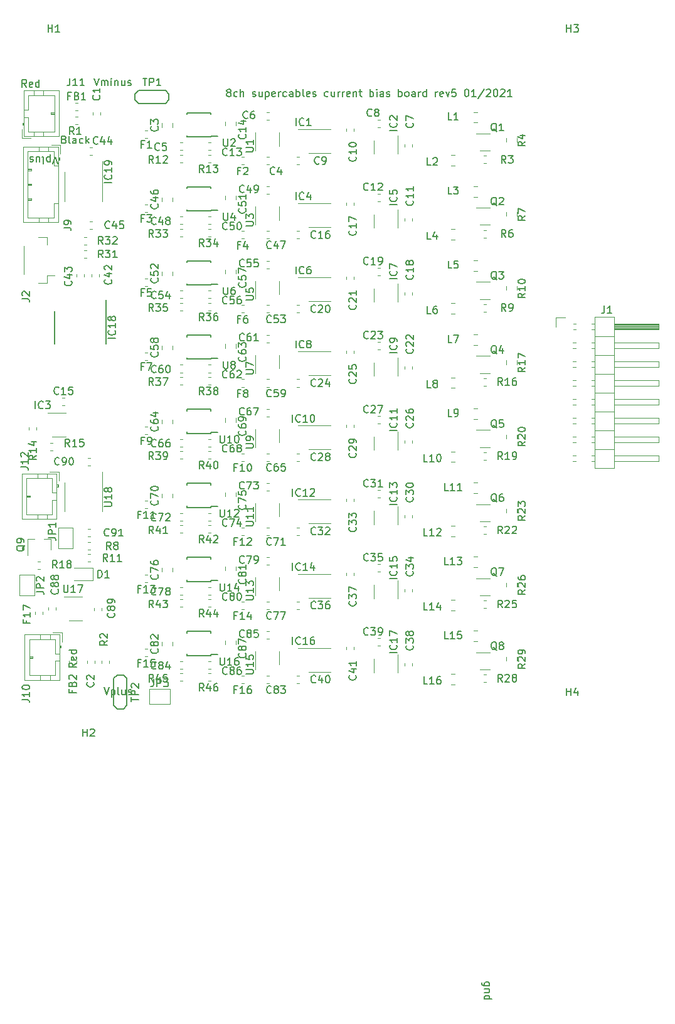
<source format=gto>
G04 #@! TF.GenerationSoftware,KiCad,Pcbnew,(5.1.5-0)*
G04 #@! TF.CreationDate,2021-01-17T10:32:33-07:00*
G04 #@! TF.ProjectId,8ch_v5_nosma,3863685f-7635-45f6-9e6f-736d612e6b69,rev?*
G04 #@! TF.SameCoordinates,Original*
G04 #@! TF.FileFunction,Legend,Top*
G04 #@! TF.FilePolarity,Positive*
%FSLAX46Y46*%
G04 Gerber Fmt 4.6, Leading zero omitted, Abs format (unit mm)*
G04 Created by KiCad (PCBNEW (5.1.5-0)) date 2021-01-17 10:32:33*
%MOMM*%
%LPD*%
G04 APERTURE LIST*
%ADD10C,0.150000*%
%ADD11C,0.120000*%
G04 APERTURE END LIST*
D10*
X168552380Y-44380952D02*
X168457142Y-44333333D01*
X168409523Y-44285714D01*
X168361904Y-44190476D01*
X168361904Y-44142857D01*
X168409523Y-44047619D01*
X168457142Y-44000000D01*
X168552380Y-43952380D01*
X168742857Y-43952380D01*
X168838095Y-44000000D01*
X168885714Y-44047619D01*
X168933333Y-44142857D01*
X168933333Y-44190476D01*
X168885714Y-44285714D01*
X168838095Y-44333333D01*
X168742857Y-44380952D01*
X168552380Y-44380952D01*
X168457142Y-44428571D01*
X168409523Y-44476190D01*
X168361904Y-44571428D01*
X168361904Y-44761904D01*
X168409523Y-44857142D01*
X168457142Y-44904761D01*
X168552380Y-44952380D01*
X168742857Y-44952380D01*
X168838095Y-44904761D01*
X168885714Y-44857142D01*
X168933333Y-44761904D01*
X168933333Y-44571428D01*
X168885714Y-44476190D01*
X168838095Y-44428571D01*
X168742857Y-44380952D01*
X169790476Y-44904761D02*
X169695238Y-44952380D01*
X169504761Y-44952380D01*
X169409523Y-44904761D01*
X169361904Y-44857142D01*
X169314285Y-44761904D01*
X169314285Y-44476190D01*
X169361904Y-44380952D01*
X169409523Y-44333333D01*
X169504761Y-44285714D01*
X169695238Y-44285714D01*
X169790476Y-44333333D01*
X170219047Y-44952380D02*
X170219047Y-43952380D01*
X170647619Y-44952380D02*
X170647619Y-44428571D01*
X170600000Y-44333333D01*
X170504761Y-44285714D01*
X170361904Y-44285714D01*
X170266666Y-44333333D01*
X170219047Y-44380952D01*
X171838095Y-44904761D02*
X171933333Y-44952380D01*
X172123809Y-44952380D01*
X172219047Y-44904761D01*
X172266666Y-44809523D01*
X172266666Y-44761904D01*
X172219047Y-44666666D01*
X172123809Y-44619047D01*
X171980952Y-44619047D01*
X171885714Y-44571428D01*
X171838095Y-44476190D01*
X171838095Y-44428571D01*
X171885714Y-44333333D01*
X171980952Y-44285714D01*
X172123809Y-44285714D01*
X172219047Y-44333333D01*
X173123809Y-44285714D02*
X173123809Y-44952380D01*
X172695238Y-44285714D02*
X172695238Y-44809523D01*
X172742857Y-44904761D01*
X172838095Y-44952380D01*
X172980952Y-44952380D01*
X173076190Y-44904761D01*
X173123809Y-44857142D01*
X173600000Y-44285714D02*
X173600000Y-45285714D01*
X173600000Y-44333333D02*
X173695238Y-44285714D01*
X173885714Y-44285714D01*
X173980952Y-44333333D01*
X174028571Y-44380952D01*
X174076190Y-44476190D01*
X174076190Y-44761904D01*
X174028571Y-44857142D01*
X173980952Y-44904761D01*
X173885714Y-44952380D01*
X173695238Y-44952380D01*
X173600000Y-44904761D01*
X174885714Y-44904761D02*
X174790476Y-44952380D01*
X174600000Y-44952380D01*
X174504761Y-44904761D01*
X174457142Y-44809523D01*
X174457142Y-44428571D01*
X174504761Y-44333333D01*
X174600000Y-44285714D01*
X174790476Y-44285714D01*
X174885714Y-44333333D01*
X174933333Y-44428571D01*
X174933333Y-44523809D01*
X174457142Y-44619047D01*
X175361904Y-44952380D02*
X175361904Y-44285714D01*
X175361904Y-44476190D02*
X175409523Y-44380952D01*
X175457142Y-44333333D01*
X175552380Y-44285714D01*
X175647619Y-44285714D01*
X176409523Y-44904761D02*
X176314285Y-44952380D01*
X176123809Y-44952380D01*
X176028571Y-44904761D01*
X175980952Y-44857142D01*
X175933333Y-44761904D01*
X175933333Y-44476190D01*
X175980952Y-44380952D01*
X176028571Y-44333333D01*
X176123809Y-44285714D01*
X176314285Y-44285714D01*
X176409523Y-44333333D01*
X177266666Y-44952380D02*
X177266666Y-44428571D01*
X177219047Y-44333333D01*
X177123809Y-44285714D01*
X176933333Y-44285714D01*
X176838095Y-44333333D01*
X177266666Y-44904761D02*
X177171428Y-44952380D01*
X176933333Y-44952380D01*
X176838095Y-44904761D01*
X176790476Y-44809523D01*
X176790476Y-44714285D01*
X176838095Y-44619047D01*
X176933333Y-44571428D01*
X177171428Y-44571428D01*
X177266666Y-44523809D01*
X177742857Y-44952380D02*
X177742857Y-43952380D01*
X177742857Y-44333333D02*
X177838095Y-44285714D01*
X178028571Y-44285714D01*
X178123809Y-44333333D01*
X178171428Y-44380952D01*
X178219047Y-44476190D01*
X178219047Y-44761904D01*
X178171428Y-44857142D01*
X178123809Y-44904761D01*
X178028571Y-44952380D01*
X177838095Y-44952380D01*
X177742857Y-44904761D01*
X178790476Y-44952380D02*
X178695238Y-44904761D01*
X178647619Y-44809523D01*
X178647619Y-43952380D01*
X179552380Y-44904761D02*
X179457142Y-44952380D01*
X179266666Y-44952380D01*
X179171428Y-44904761D01*
X179123809Y-44809523D01*
X179123809Y-44428571D01*
X179171428Y-44333333D01*
X179266666Y-44285714D01*
X179457142Y-44285714D01*
X179552380Y-44333333D01*
X179600000Y-44428571D01*
X179600000Y-44523809D01*
X179123809Y-44619047D01*
X179980952Y-44904761D02*
X180076190Y-44952380D01*
X180266666Y-44952380D01*
X180361904Y-44904761D01*
X180409523Y-44809523D01*
X180409523Y-44761904D01*
X180361904Y-44666666D01*
X180266666Y-44619047D01*
X180123809Y-44619047D01*
X180028571Y-44571428D01*
X179980952Y-44476190D01*
X179980952Y-44428571D01*
X180028571Y-44333333D01*
X180123809Y-44285714D01*
X180266666Y-44285714D01*
X180361904Y-44333333D01*
X182028571Y-44904761D02*
X181933333Y-44952380D01*
X181742857Y-44952380D01*
X181647619Y-44904761D01*
X181600000Y-44857142D01*
X181552380Y-44761904D01*
X181552380Y-44476190D01*
X181600000Y-44380952D01*
X181647619Y-44333333D01*
X181742857Y-44285714D01*
X181933333Y-44285714D01*
X182028571Y-44333333D01*
X182885714Y-44285714D02*
X182885714Y-44952380D01*
X182457142Y-44285714D02*
X182457142Y-44809523D01*
X182504761Y-44904761D01*
X182600000Y-44952380D01*
X182742857Y-44952380D01*
X182838095Y-44904761D01*
X182885714Y-44857142D01*
X183361904Y-44952380D02*
X183361904Y-44285714D01*
X183361904Y-44476190D02*
X183409523Y-44380952D01*
X183457142Y-44333333D01*
X183552380Y-44285714D01*
X183647619Y-44285714D01*
X183980952Y-44952380D02*
X183980952Y-44285714D01*
X183980952Y-44476190D02*
X184028571Y-44380952D01*
X184076190Y-44333333D01*
X184171428Y-44285714D01*
X184266666Y-44285714D01*
X184980952Y-44904761D02*
X184885714Y-44952380D01*
X184695238Y-44952380D01*
X184600000Y-44904761D01*
X184552380Y-44809523D01*
X184552380Y-44428571D01*
X184600000Y-44333333D01*
X184695238Y-44285714D01*
X184885714Y-44285714D01*
X184980952Y-44333333D01*
X185028571Y-44428571D01*
X185028571Y-44523809D01*
X184552380Y-44619047D01*
X185457142Y-44285714D02*
X185457142Y-44952380D01*
X185457142Y-44380952D02*
X185504761Y-44333333D01*
X185600000Y-44285714D01*
X185742857Y-44285714D01*
X185838095Y-44333333D01*
X185885714Y-44428571D01*
X185885714Y-44952380D01*
X186219047Y-44285714D02*
X186600000Y-44285714D01*
X186361904Y-43952380D02*
X186361904Y-44809523D01*
X186409523Y-44904761D01*
X186504761Y-44952380D01*
X186600000Y-44952380D01*
X187695238Y-44952380D02*
X187695238Y-43952380D01*
X187695238Y-44333333D02*
X187790476Y-44285714D01*
X187980952Y-44285714D01*
X188076190Y-44333333D01*
X188123809Y-44380952D01*
X188171428Y-44476190D01*
X188171428Y-44761904D01*
X188123809Y-44857142D01*
X188076190Y-44904761D01*
X187980952Y-44952380D01*
X187790476Y-44952380D01*
X187695238Y-44904761D01*
X188600000Y-44952380D02*
X188600000Y-44285714D01*
X188600000Y-43952380D02*
X188552380Y-44000000D01*
X188600000Y-44047619D01*
X188647619Y-44000000D01*
X188600000Y-43952380D01*
X188600000Y-44047619D01*
X189504761Y-44952380D02*
X189504761Y-44428571D01*
X189457142Y-44333333D01*
X189361904Y-44285714D01*
X189171428Y-44285714D01*
X189076190Y-44333333D01*
X189504761Y-44904761D02*
X189409523Y-44952380D01*
X189171428Y-44952380D01*
X189076190Y-44904761D01*
X189028571Y-44809523D01*
X189028571Y-44714285D01*
X189076190Y-44619047D01*
X189171428Y-44571428D01*
X189409523Y-44571428D01*
X189504761Y-44523809D01*
X189933333Y-44904761D02*
X190028571Y-44952380D01*
X190219047Y-44952380D01*
X190314285Y-44904761D01*
X190361904Y-44809523D01*
X190361904Y-44761904D01*
X190314285Y-44666666D01*
X190219047Y-44619047D01*
X190076190Y-44619047D01*
X189980952Y-44571428D01*
X189933333Y-44476190D01*
X189933333Y-44428571D01*
X189980952Y-44333333D01*
X190076190Y-44285714D01*
X190219047Y-44285714D01*
X190314285Y-44333333D01*
X191552380Y-44952380D02*
X191552380Y-43952380D01*
X191552380Y-44333333D02*
X191647619Y-44285714D01*
X191838095Y-44285714D01*
X191933333Y-44333333D01*
X191980952Y-44380952D01*
X192028571Y-44476190D01*
X192028571Y-44761904D01*
X191980952Y-44857142D01*
X191933333Y-44904761D01*
X191838095Y-44952380D01*
X191647619Y-44952380D01*
X191552380Y-44904761D01*
X192600000Y-44952380D02*
X192504761Y-44904761D01*
X192457142Y-44857142D01*
X192409523Y-44761904D01*
X192409523Y-44476190D01*
X192457142Y-44380952D01*
X192504761Y-44333333D01*
X192600000Y-44285714D01*
X192742857Y-44285714D01*
X192838095Y-44333333D01*
X192885714Y-44380952D01*
X192933333Y-44476190D01*
X192933333Y-44761904D01*
X192885714Y-44857142D01*
X192838095Y-44904761D01*
X192742857Y-44952380D01*
X192600000Y-44952380D01*
X193790476Y-44952380D02*
X193790476Y-44428571D01*
X193742857Y-44333333D01*
X193647619Y-44285714D01*
X193457142Y-44285714D01*
X193361904Y-44333333D01*
X193790476Y-44904761D02*
X193695238Y-44952380D01*
X193457142Y-44952380D01*
X193361904Y-44904761D01*
X193314285Y-44809523D01*
X193314285Y-44714285D01*
X193361904Y-44619047D01*
X193457142Y-44571428D01*
X193695238Y-44571428D01*
X193790476Y-44523809D01*
X194266666Y-44952380D02*
X194266666Y-44285714D01*
X194266666Y-44476190D02*
X194314285Y-44380952D01*
X194361904Y-44333333D01*
X194457142Y-44285714D01*
X194552380Y-44285714D01*
X195314285Y-44952380D02*
X195314285Y-43952380D01*
X195314285Y-44904761D02*
X195219047Y-44952380D01*
X195028571Y-44952380D01*
X194933333Y-44904761D01*
X194885714Y-44857142D01*
X194838095Y-44761904D01*
X194838095Y-44476190D01*
X194885714Y-44380952D01*
X194933333Y-44333333D01*
X195028571Y-44285714D01*
X195219047Y-44285714D01*
X195314285Y-44333333D01*
X196552380Y-44952380D02*
X196552380Y-44285714D01*
X196552380Y-44476190D02*
X196600000Y-44380952D01*
X196647619Y-44333333D01*
X196742857Y-44285714D01*
X196838095Y-44285714D01*
X197552380Y-44904761D02*
X197457142Y-44952380D01*
X197266666Y-44952380D01*
X197171428Y-44904761D01*
X197123809Y-44809523D01*
X197123809Y-44428571D01*
X197171428Y-44333333D01*
X197266666Y-44285714D01*
X197457142Y-44285714D01*
X197552380Y-44333333D01*
X197600000Y-44428571D01*
X197600000Y-44523809D01*
X197123809Y-44619047D01*
X197933333Y-44285714D02*
X198171428Y-44952380D01*
X198409523Y-44285714D01*
X199266666Y-43952380D02*
X198790476Y-43952380D01*
X198742857Y-44428571D01*
X198790476Y-44380952D01*
X198885714Y-44333333D01*
X199123809Y-44333333D01*
X199219047Y-44380952D01*
X199266666Y-44428571D01*
X199314285Y-44523809D01*
X199314285Y-44761904D01*
X199266666Y-44857142D01*
X199219047Y-44904761D01*
X199123809Y-44952380D01*
X198885714Y-44952380D01*
X198790476Y-44904761D01*
X198742857Y-44857142D01*
X200695238Y-43952380D02*
X200790476Y-43952380D01*
X200885714Y-44000000D01*
X200933333Y-44047619D01*
X200980952Y-44142857D01*
X201028571Y-44333333D01*
X201028571Y-44571428D01*
X200980952Y-44761904D01*
X200933333Y-44857142D01*
X200885714Y-44904761D01*
X200790476Y-44952380D01*
X200695238Y-44952380D01*
X200599999Y-44904761D01*
X200552380Y-44857142D01*
X200504761Y-44761904D01*
X200457142Y-44571428D01*
X200457142Y-44333333D01*
X200504761Y-44142857D01*
X200552380Y-44047619D01*
X200599999Y-44000000D01*
X200695238Y-43952380D01*
X201980952Y-44952380D02*
X201409523Y-44952380D01*
X201695238Y-44952380D02*
X201695238Y-43952380D01*
X201599999Y-44095238D01*
X201504761Y-44190476D01*
X201409523Y-44238095D01*
X203123809Y-43904761D02*
X202266666Y-45190476D01*
X203409523Y-44047619D02*
X203457142Y-44000000D01*
X203552380Y-43952380D01*
X203790476Y-43952380D01*
X203885714Y-44000000D01*
X203933333Y-44047619D01*
X203980952Y-44142857D01*
X203980952Y-44238095D01*
X203933333Y-44380952D01*
X203361904Y-44952380D01*
X203980952Y-44952380D01*
X204599999Y-43952380D02*
X204695238Y-43952380D01*
X204790476Y-44000000D01*
X204838095Y-44047619D01*
X204885714Y-44142857D01*
X204933333Y-44333333D01*
X204933333Y-44571428D01*
X204885714Y-44761904D01*
X204838095Y-44857142D01*
X204790476Y-44904761D01*
X204695238Y-44952380D01*
X204599999Y-44952380D01*
X204504761Y-44904761D01*
X204457142Y-44857142D01*
X204409523Y-44761904D01*
X204361904Y-44571428D01*
X204361904Y-44333333D01*
X204409523Y-44142857D01*
X204457142Y-44047619D01*
X204504761Y-44000000D01*
X204599999Y-43952380D01*
X205314285Y-44047619D02*
X205361904Y-44000000D01*
X205457142Y-43952380D01*
X205695238Y-43952380D01*
X205790476Y-44000000D01*
X205838095Y-44047619D01*
X205885714Y-44142857D01*
X205885714Y-44238095D01*
X205838095Y-44380952D01*
X205266666Y-44952380D01*
X205885714Y-44952380D01*
X206838095Y-44952380D02*
X206266666Y-44952380D01*
X206552380Y-44952380D02*
X206552380Y-43952380D01*
X206457142Y-44095238D01*
X206361904Y-44190476D01*
X206266666Y-44238095D01*
X150452380Y-42452380D02*
X150785714Y-43452380D01*
X151119047Y-42452380D01*
X151452380Y-43452380D02*
X151452380Y-42785714D01*
X151452380Y-42880952D02*
X151500000Y-42833333D01*
X151595238Y-42785714D01*
X151738095Y-42785714D01*
X151833333Y-42833333D01*
X151880952Y-42928571D01*
X151880952Y-43452380D01*
X151880952Y-42928571D02*
X151928571Y-42833333D01*
X152023809Y-42785714D01*
X152166666Y-42785714D01*
X152261904Y-42833333D01*
X152309523Y-42928571D01*
X152309523Y-43452380D01*
X152785714Y-43452380D02*
X152785714Y-42785714D01*
X152785714Y-42452380D02*
X152738095Y-42500000D01*
X152785714Y-42547619D01*
X152833333Y-42500000D01*
X152785714Y-42452380D01*
X152785714Y-42547619D01*
X153261904Y-42785714D02*
X153261904Y-43452380D01*
X153261904Y-42880952D02*
X153309523Y-42833333D01*
X153404761Y-42785714D01*
X153547619Y-42785714D01*
X153642857Y-42833333D01*
X153690476Y-42928571D01*
X153690476Y-43452380D01*
X154595238Y-42785714D02*
X154595238Y-43452380D01*
X154166666Y-42785714D02*
X154166666Y-43309523D01*
X154214285Y-43404761D01*
X154309523Y-43452380D01*
X154452380Y-43452380D01*
X154547619Y-43404761D01*
X154595238Y-43357142D01*
X155023809Y-43404761D02*
X155119047Y-43452380D01*
X155309523Y-43452380D01*
X155404761Y-43404761D01*
X155452380Y-43309523D01*
X155452380Y-43261904D01*
X155404761Y-43166666D01*
X155309523Y-43119047D01*
X155166666Y-43119047D01*
X155071428Y-43071428D01*
X155023809Y-42976190D01*
X155023809Y-42928571D01*
X155071428Y-42833333D01*
X155166666Y-42785714D01*
X155309523Y-42785714D01*
X155404761Y-42833333D01*
X151795238Y-124652380D02*
X152128571Y-125652380D01*
X152461904Y-124652380D01*
X152795238Y-124985714D02*
X152795238Y-125985714D01*
X152795238Y-125033333D02*
X152890476Y-124985714D01*
X153080952Y-124985714D01*
X153176190Y-125033333D01*
X153223809Y-125080952D01*
X153271428Y-125176190D01*
X153271428Y-125461904D01*
X153223809Y-125557142D01*
X153176190Y-125604761D01*
X153080952Y-125652380D01*
X152890476Y-125652380D01*
X152795238Y-125604761D01*
X153842857Y-125652380D02*
X153747619Y-125604761D01*
X153700000Y-125509523D01*
X153700000Y-124652380D01*
X154652380Y-124985714D02*
X154652380Y-125652380D01*
X154223809Y-124985714D02*
X154223809Y-125509523D01*
X154271428Y-125604761D01*
X154366666Y-125652380D01*
X154509523Y-125652380D01*
X154604761Y-125604761D01*
X154652380Y-125557142D01*
X155080952Y-125604761D02*
X155176190Y-125652380D01*
X155366666Y-125652380D01*
X155461904Y-125604761D01*
X155509523Y-125509523D01*
X155509523Y-125461904D01*
X155461904Y-125366666D01*
X155366666Y-125319047D01*
X155223809Y-125319047D01*
X155128571Y-125271428D01*
X155080952Y-125176190D01*
X155080952Y-125128571D01*
X155128571Y-125033333D01*
X155223809Y-124985714D01*
X155366666Y-124985714D01*
X155461904Y-125033333D01*
X146423809Y-50728571D02*
X146566666Y-50776190D01*
X146614285Y-50823809D01*
X146661904Y-50919047D01*
X146661904Y-51061904D01*
X146614285Y-51157142D01*
X146566666Y-51204761D01*
X146471428Y-51252380D01*
X146090476Y-51252380D01*
X146090476Y-50252380D01*
X146423809Y-50252380D01*
X146519047Y-50300000D01*
X146566666Y-50347619D01*
X146614285Y-50442857D01*
X146614285Y-50538095D01*
X146566666Y-50633333D01*
X146519047Y-50680952D01*
X146423809Y-50728571D01*
X146090476Y-50728571D01*
X147233333Y-51252380D02*
X147138095Y-51204761D01*
X147090476Y-51109523D01*
X147090476Y-50252380D01*
X148042857Y-51252380D02*
X148042857Y-50728571D01*
X147995238Y-50633333D01*
X147900000Y-50585714D01*
X147709523Y-50585714D01*
X147614285Y-50633333D01*
X148042857Y-51204761D02*
X147947619Y-51252380D01*
X147709523Y-51252380D01*
X147614285Y-51204761D01*
X147566666Y-51109523D01*
X147566666Y-51014285D01*
X147614285Y-50919047D01*
X147709523Y-50871428D01*
X147947619Y-50871428D01*
X148042857Y-50823809D01*
X148947619Y-51204761D02*
X148852380Y-51252380D01*
X148661904Y-51252380D01*
X148566666Y-51204761D01*
X148519047Y-51157142D01*
X148471428Y-51061904D01*
X148471428Y-50776190D01*
X148519047Y-50680952D01*
X148566666Y-50633333D01*
X148661904Y-50585714D01*
X148852380Y-50585714D01*
X148947619Y-50633333D01*
X149376190Y-51252380D02*
X149376190Y-50252380D01*
X149471428Y-50871428D02*
X149757142Y-51252380D01*
X149757142Y-50585714D02*
X149376190Y-50966666D01*
X141328571Y-43652380D02*
X140995238Y-43176190D01*
X140757142Y-43652380D02*
X140757142Y-42652380D01*
X141138095Y-42652380D01*
X141233333Y-42700000D01*
X141280952Y-42747619D01*
X141328571Y-42842857D01*
X141328571Y-42985714D01*
X141280952Y-43080952D01*
X141233333Y-43128571D01*
X141138095Y-43176190D01*
X140757142Y-43176190D01*
X142138095Y-43604761D02*
X142042857Y-43652380D01*
X141852380Y-43652380D01*
X141757142Y-43604761D01*
X141709523Y-43509523D01*
X141709523Y-43128571D01*
X141757142Y-43033333D01*
X141852380Y-42985714D01*
X142042857Y-42985714D01*
X142138095Y-43033333D01*
X142185714Y-43128571D01*
X142185714Y-43223809D01*
X141709523Y-43319047D01*
X143042857Y-43652380D02*
X143042857Y-42652380D01*
X143042857Y-43604761D02*
X142947619Y-43652380D01*
X142757142Y-43652380D01*
X142661904Y-43604761D01*
X142614285Y-43557142D01*
X142566666Y-43461904D01*
X142566666Y-43176190D01*
X142614285Y-43080952D01*
X142661904Y-43033333D01*
X142757142Y-42985714D01*
X142947619Y-42985714D01*
X143042857Y-43033333D01*
X148052380Y-121371428D02*
X147576190Y-121704761D01*
X148052380Y-121942857D02*
X147052380Y-121942857D01*
X147052380Y-121561904D01*
X147100000Y-121466666D01*
X147147619Y-121419047D01*
X147242857Y-121371428D01*
X147385714Y-121371428D01*
X147480952Y-121419047D01*
X147528571Y-121466666D01*
X147576190Y-121561904D01*
X147576190Y-121942857D01*
X148004761Y-120561904D02*
X148052380Y-120657142D01*
X148052380Y-120847619D01*
X148004761Y-120942857D01*
X147909523Y-120990476D01*
X147528571Y-120990476D01*
X147433333Y-120942857D01*
X147385714Y-120847619D01*
X147385714Y-120657142D01*
X147433333Y-120561904D01*
X147528571Y-120514285D01*
X147623809Y-120514285D01*
X147719047Y-120990476D01*
X148052380Y-119657142D02*
X147052380Y-119657142D01*
X148004761Y-119657142D02*
X148052380Y-119752380D01*
X148052380Y-119942857D01*
X148004761Y-120038095D01*
X147957142Y-120085714D01*
X147861904Y-120133333D01*
X147576190Y-120133333D01*
X147480952Y-120085714D01*
X147433333Y-120038095D01*
X147385714Y-119942857D01*
X147385714Y-119752380D01*
X147433333Y-119657142D01*
X145504761Y-54047619D02*
X145171428Y-53047619D01*
X144838095Y-54047619D01*
X144504761Y-53714285D02*
X144504761Y-52714285D01*
X144504761Y-53666666D02*
X144409523Y-53714285D01*
X144219047Y-53714285D01*
X144123809Y-53666666D01*
X144076190Y-53619047D01*
X144028571Y-53523809D01*
X144028571Y-53238095D01*
X144076190Y-53142857D01*
X144123809Y-53095238D01*
X144219047Y-53047619D01*
X144409523Y-53047619D01*
X144504761Y-53095238D01*
X143457142Y-53047619D02*
X143552380Y-53095238D01*
X143600000Y-53190476D01*
X143600000Y-54047619D01*
X142647619Y-53714285D02*
X142647619Y-53047619D01*
X143076190Y-53714285D02*
X143076190Y-53190476D01*
X143028571Y-53095238D01*
X142933333Y-53047619D01*
X142790476Y-53047619D01*
X142695238Y-53095238D01*
X142647619Y-53142857D01*
X142219047Y-53095238D02*
X142123809Y-53047619D01*
X141933333Y-53047619D01*
X141838095Y-53095238D01*
X141790476Y-53190476D01*
X141790476Y-53238095D01*
X141838095Y-53333333D01*
X141933333Y-53380952D01*
X142076190Y-53380952D01*
X142171428Y-53428571D01*
X142219047Y-53523809D01*
X142219047Y-53571428D01*
X142171428Y-53666666D01*
X142076190Y-53714285D01*
X141933333Y-53714285D01*
X141838095Y-53666666D01*
X203814285Y-164909523D02*
X203004761Y-164909523D01*
X202909523Y-164861904D01*
X202861904Y-164814285D01*
X202814285Y-164719047D01*
X202814285Y-164576190D01*
X202861904Y-164480952D01*
X203195238Y-164909523D02*
X203147619Y-164814285D01*
X203147619Y-164623809D01*
X203195238Y-164528571D01*
X203242857Y-164480952D01*
X203338095Y-164433333D01*
X203623809Y-164433333D01*
X203719047Y-164480952D01*
X203766666Y-164528571D01*
X203814285Y-164623809D01*
X203814285Y-164814285D01*
X203766666Y-164909523D01*
X203814285Y-165385714D02*
X203147619Y-165385714D01*
X203719047Y-165385714D02*
X203766666Y-165433333D01*
X203814285Y-165528571D01*
X203814285Y-165671428D01*
X203766666Y-165766666D01*
X203671428Y-165814285D01*
X203147619Y-165814285D01*
X203147619Y-166719047D02*
X204147619Y-166719047D01*
X203195238Y-166719047D02*
X203147619Y-166623809D01*
X203147619Y-166433333D01*
X203195238Y-166338095D01*
X203242857Y-166290476D01*
X203338095Y-166242857D01*
X203623809Y-166242857D01*
X203719047Y-166290476D01*
X203766666Y-166338095D01*
X203814285Y-166433333D01*
X203814285Y-166623809D01*
X203766666Y-166719047D01*
D11*
X157900000Y-124900000D02*
X160700000Y-124900000D01*
X160700000Y-124900000D02*
X160700000Y-126900000D01*
X160700000Y-126900000D02*
X157900000Y-126900000D01*
X157900000Y-126900000D02*
X157900000Y-124900000D01*
X142400000Y-109500000D02*
X142400000Y-112300000D01*
X142400000Y-112300000D02*
X140400000Y-112300000D01*
X140400000Y-112300000D02*
X140400000Y-109500000D01*
X140400000Y-109500000D02*
X142400000Y-109500000D01*
X147600000Y-103100000D02*
X147600000Y-105900000D01*
X147600000Y-105900000D02*
X145600000Y-105900000D01*
X145600000Y-105900000D02*
X145600000Y-103100000D01*
X145600000Y-103100000D02*
X147600000Y-103100000D01*
X151560000Y-99000000D02*
X151560000Y-95550000D01*
X151560000Y-99000000D02*
X151560000Y-100950000D01*
X146440000Y-99000000D02*
X146440000Y-97050000D01*
X146440000Y-99000000D02*
X146440000Y-100950000D01*
X145710000Y-95540000D02*
X144460000Y-95540000D01*
X145710000Y-96790000D02*
X145710000Y-95540000D01*
X141300000Y-98900000D02*
X141800000Y-98900000D01*
X141800000Y-99000000D02*
X141300000Y-99000000D01*
X141800000Y-98800000D02*
X141800000Y-99000000D01*
X141300000Y-98800000D02*
X141800000Y-98800000D01*
X142800000Y-101960000D02*
X142800000Y-101350000D01*
X144100000Y-101960000D02*
X144100000Y-101350000D01*
X142800000Y-95840000D02*
X142800000Y-96450000D01*
X144100000Y-95840000D02*
X144100000Y-96450000D01*
X144800000Y-99400000D02*
X145410000Y-99400000D01*
X144800000Y-101350000D02*
X144800000Y-99400000D01*
X141300000Y-101350000D02*
X144800000Y-101350000D01*
X141300000Y-96450000D02*
X141300000Y-101350000D01*
X144800000Y-96450000D02*
X141300000Y-96450000D01*
X144800000Y-98400000D02*
X144800000Y-96450000D01*
X145410000Y-98400000D02*
X144800000Y-98400000D01*
X145510000Y-97600000D02*
X145510000Y-97300000D01*
X145610000Y-97300000D02*
X145410000Y-97300000D01*
X145610000Y-97600000D02*
X145610000Y-97300000D01*
X145410000Y-97600000D02*
X145610000Y-97600000D01*
X145410000Y-101960000D02*
X145410000Y-95840000D01*
X140690000Y-101960000D02*
X145410000Y-101960000D01*
X140690000Y-95840000D02*
X140690000Y-101960000D01*
X145410000Y-95840000D02*
X140690000Y-95840000D01*
X150300000Y-110250000D02*
X147750000Y-110250000D01*
X150300000Y-108550000D02*
X147750000Y-108550000D01*
X150300000Y-110250000D02*
X150300000Y-108550000D01*
X140990000Y-68940000D02*
X140990000Y-65060000D01*
X144110000Y-63890000D02*
X144110000Y-64940000D01*
X142960000Y-63890000D02*
X144110000Y-63890000D01*
X144110000Y-69060000D02*
X145100000Y-69060000D01*
X144110000Y-70110000D02*
X144110000Y-69060000D01*
X142960000Y-70110000D02*
X144110000Y-70110000D01*
D10*
X154400000Y-122970000D02*
X154900000Y-123470000D01*
X153600000Y-122970000D02*
X154400000Y-122970000D01*
X153100000Y-123470000D02*
X153600000Y-122970000D01*
X153100000Y-127070000D02*
X153100000Y-123470000D01*
X153600000Y-127570000D02*
X153100000Y-127070000D01*
X154400000Y-127570000D02*
X153600000Y-127570000D01*
X154900000Y-127070000D02*
X154400000Y-127570000D01*
X154900000Y-123470000D02*
X154900000Y-127070000D01*
X155970000Y-44600000D02*
X156470000Y-44100000D01*
X155970000Y-45400000D02*
X155970000Y-44600000D01*
X156470000Y-45900000D02*
X155970000Y-45400000D01*
X160070000Y-45900000D02*
X156470000Y-45900000D01*
X160570000Y-45400000D02*
X160070000Y-45900000D01*
X160570000Y-44600000D02*
X160570000Y-45400000D01*
X160070000Y-44100000D02*
X160570000Y-44600000D01*
X156470000Y-44100000D02*
X160070000Y-44100000D01*
D11*
X212730000Y-74730000D02*
X214000000Y-74730000D01*
X212730000Y-76000000D02*
X212730000Y-74730000D01*
X215042929Y-94160000D02*
X215497071Y-94160000D01*
X215042929Y-93400000D02*
X215497071Y-93400000D01*
X217582929Y-94160000D02*
X217980000Y-94160000D01*
X217582929Y-93400000D02*
X217980000Y-93400000D01*
X226640000Y-94160000D02*
X220640000Y-94160000D01*
X226640000Y-93400000D02*
X226640000Y-94160000D01*
X220640000Y-93400000D02*
X226640000Y-93400000D01*
X217980000Y-92510000D02*
X220640000Y-92510000D01*
X215042929Y-91620000D02*
X215497071Y-91620000D01*
X215042929Y-90860000D02*
X215497071Y-90860000D01*
X217582929Y-91620000D02*
X217980000Y-91620000D01*
X217582929Y-90860000D02*
X217980000Y-90860000D01*
X226640000Y-91620000D02*
X220640000Y-91620000D01*
X226640000Y-90860000D02*
X226640000Y-91620000D01*
X220640000Y-90860000D02*
X226640000Y-90860000D01*
X217980000Y-89970000D02*
X220640000Y-89970000D01*
X215042929Y-89080000D02*
X215497071Y-89080000D01*
X215042929Y-88320000D02*
X215497071Y-88320000D01*
X217582929Y-89080000D02*
X217980000Y-89080000D01*
X217582929Y-88320000D02*
X217980000Y-88320000D01*
X226640000Y-89080000D02*
X220640000Y-89080000D01*
X226640000Y-88320000D02*
X226640000Y-89080000D01*
X220640000Y-88320000D02*
X226640000Y-88320000D01*
X217980000Y-87430000D02*
X220640000Y-87430000D01*
X215042929Y-86540000D02*
X215497071Y-86540000D01*
X215042929Y-85780000D02*
X215497071Y-85780000D01*
X217582929Y-86540000D02*
X217980000Y-86540000D01*
X217582929Y-85780000D02*
X217980000Y-85780000D01*
X226640000Y-86540000D02*
X220640000Y-86540000D01*
X226640000Y-85780000D02*
X226640000Y-86540000D01*
X220640000Y-85780000D02*
X226640000Y-85780000D01*
X217980000Y-84890000D02*
X220640000Y-84890000D01*
X215042929Y-84000000D02*
X215497071Y-84000000D01*
X215042929Y-83240000D02*
X215497071Y-83240000D01*
X217582929Y-84000000D02*
X217980000Y-84000000D01*
X217582929Y-83240000D02*
X217980000Y-83240000D01*
X226640000Y-84000000D02*
X220640000Y-84000000D01*
X226640000Y-83240000D02*
X226640000Y-84000000D01*
X220640000Y-83240000D02*
X226640000Y-83240000D01*
X217980000Y-82350000D02*
X220640000Y-82350000D01*
X215042929Y-81460000D02*
X215497071Y-81460000D01*
X215042929Y-80700000D02*
X215497071Y-80700000D01*
X217582929Y-81460000D02*
X217980000Y-81460000D01*
X217582929Y-80700000D02*
X217980000Y-80700000D01*
X226640000Y-81460000D02*
X220640000Y-81460000D01*
X226640000Y-80700000D02*
X226640000Y-81460000D01*
X220640000Y-80700000D02*
X226640000Y-80700000D01*
X217980000Y-79810000D02*
X220640000Y-79810000D01*
X215042929Y-78920000D02*
X215497071Y-78920000D01*
X215042929Y-78160000D02*
X215497071Y-78160000D01*
X217582929Y-78920000D02*
X217980000Y-78920000D01*
X217582929Y-78160000D02*
X217980000Y-78160000D01*
X226640000Y-78920000D02*
X220640000Y-78920000D01*
X226640000Y-78160000D02*
X226640000Y-78920000D01*
X220640000Y-78160000D02*
X226640000Y-78160000D01*
X217980000Y-77270000D02*
X220640000Y-77270000D01*
X215110000Y-76380000D02*
X215497071Y-76380000D01*
X215110000Y-75620000D02*
X215497071Y-75620000D01*
X217582929Y-76380000D02*
X217980000Y-76380000D01*
X217582929Y-75620000D02*
X217980000Y-75620000D01*
X220640000Y-76280000D02*
X226640000Y-76280000D01*
X220640000Y-76160000D02*
X226640000Y-76160000D01*
X220640000Y-76040000D02*
X226640000Y-76040000D01*
X220640000Y-75920000D02*
X226640000Y-75920000D01*
X220640000Y-75800000D02*
X226640000Y-75800000D01*
X220640000Y-75680000D02*
X226640000Y-75680000D01*
X226640000Y-76380000D02*
X220640000Y-76380000D01*
X226640000Y-75620000D02*
X226640000Y-76380000D01*
X220640000Y-75620000D02*
X226640000Y-75620000D01*
X220640000Y-74670000D02*
X217980000Y-74670000D01*
X220640000Y-95110000D02*
X220640000Y-74670000D01*
X217980000Y-95110000D02*
X220640000Y-95110000D01*
X217980000Y-74670000D02*
X217980000Y-95110000D01*
X142828733Y-108710000D02*
X143171267Y-108710000D01*
X142828733Y-107690000D02*
X143171267Y-107690000D01*
X144630000Y-104640000D02*
X144630000Y-106100000D01*
X141470000Y-104640000D02*
X141470000Y-106800000D01*
X141470000Y-104640000D02*
X142400000Y-104640000D01*
X144630000Y-104640000D02*
X143700000Y-104640000D01*
X149628733Y-106110000D02*
X149971267Y-106110000D01*
X149628733Y-105090000D02*
X149971267Y-105090000D01*
X149628733Y-107710000D02*
X149971267Y-107710000D01*
X149628733Y-106690000D02*
X149971267Y-106690000D01*
X149971267Y-103290000D02*
X149628733Y-103290000D01*
X149971267Y-104310000D02*
X149628733Y-104310000D01*
X149971267Y-93690000D02*
X149628733Y-93690000D01*
X149971267Y-94710000D02*
X149628733Y-94710000D01*
X180900000Y-119340000D02*
X177975000Y-119340000D01*
X180900000Y-119340000D02*
X182400000Y-119340000D01*
X180900000Y-122560000D02*
X179400000Y-122560000D01*
X180900000Y-122560000D02*
X182400000Y-122560000D01*
X180900000Y-109340000D02*
X177975000Y-109340000D01*
X180900000Y-109340000D02*
X182400000Y-109340000D01*
X180900000Y-112560000D02*
X179400000Y-112560000D01*
X180900000Y-112560000D02*
X182400000Y-112560000D01*
X180900000Y-99340000D02*
X177975000Y-99340000D01*
X180900000Y-99340000D02*
X182400000Y-99340000D01*
X180900000Y-102560000D02*
X179400000Y-102560000D01*
X180900000Y-102560000D02*
X182400000Y-102560000D01*
X180900000Y-89340000D02*
X177975000Y-89340000D01*
X180900000Y-89340000D02*
X182400000Y-89340000D01*
X180900000Y-92560000D02*
X179400000Y-92560000D01*
X180900000Y-92560000D02*
X182400000Y-92560000D01*
X180900000Y-79340000D02*
X177975000Y-79340000D01*
X180900000Y-79340000D02*
X182400000Y-79340000D01*
X180900000Y-82560000D02*
X179400000Y-82560000D01*
X180900000Y-82560000D02*
X182400000Y-82560000D01*
X180900000Y-69340000D02*
X177975000Y-69340000D01*
X180900000Y-69340000D02*
X182400000Y-69340000D01*
X180900000Y-72560000D02*
X179400000Y-72560000D01*
X180900000Y-72560000D02*
X182400000Y-72560000D01*
X180900000Y-59340000D02*
X177975000Y-59340000D01*
X180900000Y-59340000D02*
X182400000Y-59340000D01*
X180900000Y-62560000D02*
X179400000Y-62560000D01*
X180900000Y-62560000D02*
X182400000Y-62560000D01*
X180900000Y-49340000D02*
X177975000Y-49340000D01*
X180900000Y-49340000D02*
X182400000Y-49340000D01*
X180900000Y-52560000D02*
X179400000Y-52560000D01*
X180900000Y-52560000D02*
X182400000Y-52560000D01*
X148110000Y-121371267D02*
X148110000Y-121028733D01*
X147090000Y-121371267D02*
X147090000Y-121028733D01*
X148850000Y-112410000D02*
X146400000Y-112410000D01*
X147050000Y-115630000D02*
X148850000Y-115630000D01*
X142490000Y-114428733D02*
X142490000Y-114771267D01*
X143510000Y-114428733D02*
X143510000Y-114771267D01*
X170671267Y-123090000D02*
X170328733Y-123090000D01*
X170671267Y-124110000D02*
X170328733Y-124110000D01*
X157671267Y-119490000D02*
X157328733Y-119490000D01*
X157671267Y-120510000D02*
X157328733Y-120510000D01*
X170671267Y-113090000D02*
X170328733Y-113090000D01*
X170671267Y-114110000D02*
X170328733Y-114110000D01*
X157671267Y-109490000D02*
X157328733Y-109490000D01*
X157671267Y-110510000D02*
X157328733Y-110510000D01*
X170671267Y-103090000D02*
X170328733Y-103090000D01*
X170671267Y-104110000D02*
X170328733Y-104110000D01*
X157671267Y-99490000D02*
X157328733Y-99490000D01*
X157671267Y-100510000D02*
X157328733Y-100510000D01*
X170671267Y-93090000D02*
X170328733Y-93090000D01*
X170671267Y-94110000D02*
X170328733Y-94110000D01*
X157671267Y-89490000D02*
X157328733Y-89490000D01*
X157671267Y-90510000D02*
X157328733Y-90510000D01*
X170671267Y-83090000D02*
X170328733Y-83090000D01*
X170671267Y-84110000D02*
X170328733Y-84110000D01*
X157671267Y-79490000D02*
X157328733Y-79490000D01*
X157671267Y-80510000D02*
X157328733Y-80510000D01*
X170671267Y-73090000D02*
X170328733Y-73090000D01*
X170671267Y-74110000D02*
X170328733Y-74110000D01*
X157671267Y-69490000D02*
X157328733Y-69490000D01*
X157671267Y-70510000D02*
X157328733Y-70510000D01*
X170671267Y-63090000D02*
X170328733Y-63090000D01*
X170671267Y-64110000D02*
X170328733Y-64110000D01*
X157671267Y-59490000D02*
X157328733Y-59490000D01*
X157671267Y-60510000D02*
X157328733Y-60510000D01*
X170671267Y-53090000D02*
X170328733Y-53090000D01*
X170671267Y-54110000D02*
X170328733Y-54110000D01*
X157671267Y-49490000D02*
X157328733Y-49490000D01*
X157671267Y-50510000D02*
X157328733Y-50510000D01*
X150490000Y-113928733D02*
X150490000Y-114271267D01*
X151510000Y-113928733D02*
X151510000Y-114271267D01*
X144290000Y-113828733D02*
X144290000Y-114171267D01*
X145310000Y-113828733D02*
X145310000Y-114171267D01*
D10*
X166225000Y-120250000D02*
X167150000Y-120250000D01*
X166225000Y-117125000D02*
X162975000Y-117125000D01*
X166225000Y-120375000D02*
X162975000Y-120375000D01*
X166225000Y-117125000D02*
X166225000Y-117340000D01*
X162975000Y-117125000D02*
X162975000Y-117340000D01*
X162975000Y-120375000D02*
X162975000Y-120160000D01*
X166225000Y-120375000D02*
X166225000Y-120250000D01*
D11*
X172190000Y-119800000D02*
X172190000Y-122250000D01*
X175410000Y-121600000D02*
X175410000Y-119800000D01*
D10*
X166225000Y-110250000D02*
X167150000Y-110250000D01*
X166225000Y-107125000D02*
X162975000Y-107125000D01*
X166225000Y-110375000D02*
X162975000Y-110375000D01*
X166225000Y-107125000D02*
X166225000Y-107340000D01*
X162975000Y-107125000D02*
X162975000Y-107340000D01*
X162975000Y-110375000D02*
X162975000Y-110160000D01*
X166225000Y-110375000D02*
X166225000Y-110250000D01*
D11*
X172190000Y-109800000D02*
X172190000Y-112250000D01*
X175410000Y-111600000D02*
X175410000Y-109800000D01*
D10*
X166225000Y-100250000D02*
X167150000Y-100250000D01*
X166225000Y-97125000D02*
X162975000Y-97125000D01*
X166225000Y-100375000D02*
X162975000Y-100375000D01*
X166225000Y-97125000D02*
X166225000Y-97340000D01*
X162975000Y-97125000D02*
X162975000Y-97340000D01*
X162975000Y-100375000D02*
X162975000Y-100160000D01*
X166225000Y-100375000D02*
X166225000Y-100250000D01*
D11*
X172190000Y-99800000D02*
X172190000Y-102250000D01*
X175410000Y-101600000D02*
X175410000Y-99800000D01*
D10*
X166225000Y-90250000D02*
X167150000Y-90250000D01*
X166225000Y-87125000D02*
X162975000Y-87125000D01*
X166225000Y-90375000D02*
X162975000Y-90375000D01*
X166225000Y-87125000D02*
X166225000Y-87340000D01*
X162975000Y-87125000D02*
X162975000Y-87340000D01*
X162975000Y-90375000D02*
X162975000Y-90160000D01*
X166225000Y-90375000D02*
X166225000Y-90250000D01*
D11*
X172190000Y-89800000D02*
X172190000Y-92250000D01*
X175410000Y-91600000D02*
X175410000Y-89800000D01*
D10*
X166225000Y-80250000D02*
X167150000Y-80250000D01*
X166225000Y-77125000D02*
X162975000Y-77125000D01*
X166225000Y-80375000D02*
X162975000Y-80375000D01*
X166225000Y-77125000D02*
X166225000Y-77340000D01*
X162975000Y-77125000D02*
X162975000Y-77340000D01*
X162975000Y-80375000D02*
X162975000Y-80160000D01*
X166225000Y-80375000D02*
X166225000Y-80250000D01*
D11*
X172190000Y-79800000D02*
X172190000Y-82250000D01*
X175410000Y-81600000D02*
X175410000Y-79800000D01*
D10*
X166225000Y-70250000D02*
X167150000Y-70250000D01*
X166225000Y-67125000D02*
X162975000Y-67125000D01*
X166225000Y-70375000D02*
X162975000Y-70375000D01*
X166225000Y-67125000D02*
X166225000Y-67340000D01*
X162975000Y-67125000D02*
X162975000Y-67340000D01*
X162975000Y-70375000D02*
X162975000Y-70160000D01*
X166225000Y-70375000D02*
X166225000Y-70250000D01*
D11*
X172190000Y-69800000D02*
X172190000Y-72250000D01*
X175410000Y-71600000D02*
X175410000Y-69800000D01*
D10*
X166225000Y-60250000D02*
X167150000Y-60250000D01*
X166225000Y-57125000D02*
X162975000Y-57125000D01*
X166225000Y-60375000D02*
X162975000Y-60375000D01*
X166225000Y-57125000D02*
X166225000Y-57340000D01*
X162975000Y-57125000D02*
X162975000Y-57340000D01*
X162975000Y-60375000D02*
X162975000Y-60160000D01*
X166225000Y-60375000D02*
X166225000Y-60250000D01*
D11*
X172190000Y-59800000D02*
X172190000Y-62250000D01*
X175410000Y-61600000D02*
X175410000Y-59800000D01*
D10*
X166225000Y-50250000D02*
X167150000Y-50250000D01*
X166225000Y-47125000D02*
X162975000Y-47125000D01*
X166225000Y-50375000D02*
X162975000Y-50375000D01*
X166225000Y-47125000D02*
X166225000Y-47340000D01*
X162975000Y-47125000D02*
X162975000Y-47340000D01*
X162975000Y-50375000D02*
X162975000Y-50160000D01*
X166225000Y-50375000D02*
X166225000Y-50250000D01*
D11*
X172190000Y-49800000D02*
X172190000Y-52250000D01*
X175410000Y-51600000D02*
X175410000Y-49800000D01*
X165828733Y-123810000D02*
X166171267Y-123810000D01*
X165828733Y-122790000D02*
X166171267Y-122790000D01*
X162028733Y-123810000D02*
X162371267Y-123810000D01*
X162028733Y-122790000D02*
X162371267Y-122790000D01*
X165828733Y-113810000D02*
X166171267Y-113810000D01*
X165828733Y-112790000D02*
X166171267Y-112790000D01*
X162028733Y-113810000D02*
X162371267Y-113810000D01*
X162028733Y-112790000D02*
X162371267Y-112790000D01*
X165828733Y-103810000D02*
X166171267Y-103810000D01*
X165828733Y-102790000D02*
X166171267Y-102790000D01*
X162028733Y-103810000D02*
X162371267Y-103810000D01*
X162028733Y-102790000D02*
X162371267Y-102790000D01*
X165828733Y-93810000D02*
X166171267Y-93810000D01*
X165828733Y-92790000D02*
X166171267Y-92790000D01*
X162028733Y-93810000D02*
X162371267Y-93810000D01*
X162028733Y-92790000D02*
X162371267Y-92790000D01*
X165828733Y-83810000D02*
X166171267Y-83810000D01*
X165828733Y-82790000D02*
X166171267Y-82790000D01*
X162028733Y-83810000D02*
X162371267Y-83810000D01*
X162028733Y-82790000D02*
X162371267Y-82790000D01*
X165828733Y-73810000D02*
X166171267Y-73810000D01*
X165828733Y-72790000D02*
X166171267Y-72790000D01*
X162028733Y-73810000D02*
X162371267Y-73810000D01*
X162028733Y-72790000D02*
X162371267Y-72790000D01*
X165828733Y-63810000D02*
X166171267Y-63810000D01*
X165828733Y-62790000D02*
X166171267Y-62790000D01*
X162028733Y-63810000D02*
X162371267Y-63810000D01*
X162028733Y-62790000D02*
X162371267Y-62790000D01*
X165828733Y-53810000D02*
X166171267Y-53810000D01*
X165828733Y-52790000D02*
X166171267Y-52790000D01*
X162028733Y-53810000D02*
X162371267Y-53810000D01*
X162028733Y-52790000D02*
X162371267Y-52790000D01*
X169610000Y-118861252D02*
X169610000Y-118338748D01*
X168190000Y-118861252D02*
X168190000Y-118338748D01*
X165828733Y-122160000D02*
X166171267Y-122160000D01*
X165828733Y-121140000D02*
X166171267Y-121140000D01*
X173728733Y-118110000D02*
X174071267Y-118110000D01*
X173728733Y-117090000D02*
X174071267Y-117090000D01*
X162028733Y-122160000D02*
X162371267Y-122160000D01*
X162028733Y-121140000D02*
X162371267Y-121140000D01*
X173728733Y-124110000D02*
X174071267Y-124110000D01*
X173728733Y-123090000D02*
X174071267Y-123090000D01*
X161010000Y-119061252D02*
X161010000Y-118538748D01*
X159590000Y-119061252D02*
X159590000Y-118538748D01*
X169610000Y-108861252D02*
X169610000Y-108338748D01*
X168190000Y-108861252D02*
X168190000Y-108338748D01*
X165828733Y-112160000D02*
X166171267Y-112160000D01*
X165828733Y-111140000D02*
X166171267Y-111140000D01*
X173728733Y-108110000D02*
X174071267Y-108110000D01*
X173728733Y-107090000D02*
X174071267Y-107090000D01*
X162028733Y-112160000D02*
X162371267Y-112160000D01*
X162028733Y-111140000D02*
X162371267Y-111140000D01*
X173728733Y-114110000D02*
X174071267Y-114110000D01*
X173728733Y-113090000D02*
X174071267Y-113090000D01*
X161010000Y-109061252D02*
X161010000Y-108538748D01*
X159590000Y-109061252D02*
X159590000Y-108538748D01*
X169610000Y-98861252D02*
X169610000Y-98338748D01*
X168190000Y-98861252D02*
X168190000Y-98338748D01*
X165828733Y-102160000D02*
X166171267Y-102160000D01*
X165828733Y-101140000D02*
X166171267Y-101140000D01*
X173728733Y-98110000D02*
X174071267Y-98110000D01*
X173728733Y-97090000D02*
X174071267Y-97090000D01*
X162028733Y-102160000D02*
X162371267Y-102160000D01*
X162028733Y-101140000D02*
X162371267Y-101140000D01*
X173728733Y-104110000D02*
X174071267Y-104110000D01*
X173728733Y-103090000D02*
X174071267Y-103090000D01*
X161010000Y-99061252D02*
X161010000Y-98538748D01*
X159590000Y-99061252D02*
X159590000Y-98538748D01*
X169610000Y-88861252D02*
X169610000Y-88338748D01*
X168190000Y-88861252D02*
X168190000Y-88338748D01*
X165828733Y-92160000D02*
X166171267Y-92160000D01*
X165828733Y-91140000D02*
X166171267Y-91140000D01*
X173728733Y-88110000D02*
X174071267Y-88110000D01*
X173728733Y-87090000D02*
X174071267Y-87090000D01*
X162028733Y-92160000D02*
X162371267Y-92160000D01*
X162028733Y-91140000D02*
X162371267Y-91140000D01*
X173728733Y-94110000D02*
X174071267Y-94110000D01*
X173728733Y-93090000D02*
X174071267Y-93090000D01*
X161010000Y-89061252D02*
X161010000Y-88538748D01*
X159590000Y-89061252D02*
X159590000Y-88538748D01*
X169610000Y-78861252D02*
X169610000Y-78338748D01*
X168190000Y-78861252D02*
X168190000Y-78338748D01*
X165828733Y-82160000D02*
X166171267Y-82160000D01*
X165828733Y-81140000D02*
X166171267Y-81140000D01*
X173728733Y-78110000D02*
X174071267Y-78110000D01*
X173728733Y-77090000D02*
X174071267Y-77090000D01*
X162028733Y-82160000D02*
X162371267Y-82160000D01*
X162028733Y-81140000D02*
X162371267Y-81140000D01*
X173728733Y-84110000D02*
X174071267Y-84110000D01*
X173728733Y-83090000D02*
X174071267Y-83090000D01*
X161010000Y-79061252D02*
X161010000Y-78538748D01*
X159590000Y-79061252D02*
X159590000Y-78538748D01*
X169610000Y-68861252D02*
X169610000Y-68338748D01*
X168190000Y-68861252D02*
X168190000Y-68338748D01*
X165828733Y-72160000D02*
X166171267Y-72160000D01*
X165828733Y-71140000D02*
X166171267Y-71140000D01*
X173728733Y-68110000D02*
X174071267Y-68110000D01*
X173728733Y-67090000D02*
X174071267Y-67090000D01*
X162028733Y-72160000D02*
X162371267Y-72160000D01*
X162028733Y-71140000D02*
X162371267Y-71140000D01*
X173728733Y-74110000D02*
X174071267Y-74110000D01*
X173728733Y-73090000D02*
X174071267Y-73090000D01*
X161010000Y-69061252D02*
X161010000Y-68538748D01*
X159590000Y-69061252D02*
X159590000Y-68538748D01*
X169610000Y-58861252D02*
X169610000Y-58338748D01*
X168190000Y-58861252D02*
X168190000Y-58338748D01*
X165828733Y-62160000D02*
X166171267Y-62160000D01*
X165828733Y-61140000D02*
X166171267Y-61140000D01*
X173728733Y-58110000D02*
X174071267Y-58110000D01*
X173728733Y-57090000D02*
X174071267Y-57090000D01*
X162028733Y-62160000D02*
X162371267Y-62160000D01*
X162028733Y-61140000D02*
X162371267Y-61140000D01*
X173728733Y-64110000D02*
X174071267Y-64110000D01*
X173728733Y-63090000D02*
X174071267Y-63090000D01*
X161010000Y-59061252D02*
X161010000Y-58538748D01*
X159590000Y-59061252D02*
X159590000Y-58538748D01*
X169610000Y-48861252D02*
X169610000Y-48338748D01*
X168190000Y-48861252D02*
X168190000Y-48338748D01*
X165828733Y-52160000D02*
X166171267Y-52160000D01*
X165828733Y-51140000D02*
X166171267Y-51140000D01*
X173728733Y-48110000D02*
X174071267Y-48110000D01*
X173728733Y-47090000D02*
X174071267Y-47090000D01*
X162028733Y-52160000D02*
X162371267Y-52160000D01*
X162028733Y-51140000D02*
X162371267Y-51140000D01*
X173728733Y-54110000D02*
X174071267Y-54110000D01*
X173728733Y-53090000D02*
X174071267Y-53090000D01*
X161010000Y-49061252D02*
X161010000Y-48538748D01*
X159590000Y-49061252D02*
X159590000Y-48538748D01*
X151490000Y-121028733D02*
X151490000Y-121371267D01*
X152510000Y-121028733D02*
X152510000Y-121371267D01*
X148271267Y-47690000D02*
X147928733Y-47690000D01*
X148271267Y-48710000D02*
X147928733Y-48710000D01*
X140690000Y-50560000D02*
X141940000Y-50560000D01*
X140690000Y-49310000D02*
X140690000Y-50560000D01*
X145100000Y-47200000D02*
X144600000Y-47200000D01*
X144600000Y-47100000D02*
X145100000Y-47100000D01*
X144600000Y-47300000D02*
X144600000Y-47100000D01*
X145100000Y-47300000D02*
X144600000Y-47300000D01*
X143600000Y-44140000D02*
X143600000Y-44750000D01*
X142300000Y-44140000D02*
X142300000Y-44750000D01*
X143600000Y-50260000D02*
X143600000Y-49650000D01*
X142300000Y-50260000D02*
X142300000Y-49650000D01*
X141600000Y-46700000D02*
X140990000Y-46700000D01*
X141600000Y-44750000D02*
X141600000Y-46700000D01*
X145100000Y-44750000D02*
X141600000Y-44750000D01*
X145100000Y-49650000D02*
X145100000Y-44750000D01*
X141600000Y-49650000D02*
X145100000Y-49650000D01*
X141600000Y-47700000D02*
X141600000Y-49650000D01*
X140990000Y-47700000D02*
X141600000Y-47700000D01*
X140890000Y-48500000D02*
X140890000Y-48800000D01*
X140790000Y-48800000D02*
X140990000Y-48800000D01*
X140790000Y-48500000D02*
X140790000Y-48800000D01*
X140990000Y-48500000D02*
X140790000Y-48500000D01*
X140990000Y-44140000D02*
X140990000Y-50260000D01*
X145710000Y-44140000D02*
X140990000Y-44140000D01*
X145710000Y-50260000D02*
X145710000Y-44140000D01*
X140990000Y-50260000D02*
X145710000Y-50260000D01*
X146110000Y-117240000D02*
X144860000Y-117240000D01*
X146110000Y-118490000D02*
X146110000Y-117240000D01*
X141700000Y-120600000D02*
X142200000Y-120600000D01*
X142200000Y-120700000D02*
X141700000Y-120700000D01*
X142200000Y-120500000D02*
X142200000Y-120700000D01*
X141700000Y-120500000D02*
X142200000Y-120500000D01*
X143200000Y-123660000D02*
X143200000Y-123050000D01*
X144500000Y-123660000D02*
X144500000Y-123050000D01*
X143200000Y-117540000D02*
X143200000Y-118150000D01*
X144500000Y-117540000D02*
X144500000Y-118150000D01*
X145200000Y-121100000D02*
X145810000Y-121100000D01*
X145200000Y-123050000D02*
X145200000Y-121100000D01*
X141700000Y-123050000D02*
X145200000Y-123050000D01*
X141700000Y-118150000D02*
X141700000Y-123050000D01*
X145200000Y-118150000D02*
X141700000Y-118150000D01*
X145200000Y-120100000D02*
X145200000Y-118150000D01*
X145810000Y-120100000D02*
X145200000Y-120100000D01*
X145910000Y-119300000D02*
X145910000Y-119000000D01*
X146010000Y-119000000D02*
X145810000Y-119000000D01*
X146010000Y-119300000D02*
X146010000Y-119000000D01*
X145810000Y-119300000D02*
X146010000Y-119300000D01*
X145810000Y-123660000D02*
X145810000Y-117540000D01*
X141090000Y-123660000D02*
X145810000Y-123660000D01*
X141090000Y-117540000D02*
X141090000Y-123660000D01*
X145810000Y-117540000D02*
X141090000Y-117540000D01*
X148271267Y-45790000D02*
X147928733Y-45790000D01*
X148271267Y-46810000D02*
X147928733Y-46810000D01*
X150510000Y-121371267D02*
X150510000Y-121028733D01*
X149490000Y-121371267D02*
X149490000Y-121028733D01*
X150290000Y-47028733D02*
X150290000Y-47371267D01*
X151310000Y-47028733D02*
X151310000Y-47371267D01*
X146620000Y-87610000D02*
X144170000Y-87610000D01*
X144820000Y-90830000D02*
X146620000Y-90830000D01*
X145910000Y-51440000D02*
X144660000Y-51440000D01*
X145910000Y-52690000D02*
X145910000Y-51440000D01*
X141500000Y-58800000D02*
X142000000Y-58800000D01*
X142000000Y-58900000D02*
X141500000Y-58900000D01*
X142000000Y-58700000D02*
X142000000Y-58900000D01*
X141500000Y-58700000D02*
X142000000Y-58700000D01*
X141500000Y-56800000D02*
X142000000Y-56800000D01*
X142000000Y-56900000D02*
X141500000Y-56900000D01*
X142000000Y-56700000D02*
X142000000Y-56900000D01*
X141500000Y-56700000D02*
X142000000Y-56700000D01*
X141500000Y-54800000D02*
X142000000Y-54800000D01*
X142000000Y-54900000D02*
X141500000Y-54900000D01*
X142000000Y-54700000D02*
X142000000Y-54900000D01*
X141500000Y-54700000D02*
X142000000Y-54700000D01*
X143000000Y-61860000D02*
X143000000Y-61250000D01*
X144300000Y-61860000D02*
X144300000Y-61250000D01*
X143000000Y-51740000D02*
X143000000Y-52350000D01*
X144300000Y-51740000D02*
X144300000Y-52350000D01*
X145000000Y-59300000D02*
X145610000Y-59300000D01*
X145000000Y-61250000D02*
X145000000Y-59300000D01*
X141500000Y-61250000D02*
X145000000Y-61250000D01*
X141500000Y-52350000D02*
X141500000Y-61250000D01*
X145000000Y-52350000D02*
X141500000Y-52350000D01*
X145000000Y-54300000D02*
X145000000Y-52350000D01*
X145610000Y-54300000D02*
X145000000Y-54300000D01*
X145710000Y-53500000D02*
X145710000Y-53200000D01*
X145810000Y-53200000D02*
X145610000Y-53200000D01*
X145810000Y-53500000D02*
X145810000Y-53200000D01*
X145610000Y-53500000D02*
X145810000Y-53500000D01*
X145610000Y-61860000D02*
X145610000Y-51740000D01*
X140890000Y-61860000D02*
X145610000Y-61860000D01*
X140890000Y-51740000D02*
X140890000Y-61860000D01*
X145610000Y-51740000D02*
X140890000Y-51740000D01*
X149471267Y-63890000D02*
X149128733Y-63890000D01*
X149471267Y-64910000D02*
X149128733Y-64910000D01*
X149471267Y-65690000D02*
X149128733Y-65690000D01*
X149471267Y-66710000D02*
X149128733Y-66710000D01*
X151560000Y-57100000D02*
X151560000Y-53650000D01*
X151560000Y-57100000D02*
X151560000Y-59050000D01*
X146440000Y-57100000D02*
X146440000Y-55150000D01*
X146440000Y-57100000D02*
X146440000Y-59050000D01*
D10*
X152050000Y-72350000D02*
X152050000Y-78325000D01*
X145150000Y-73875000D02*
X145150000Y-78325000D01*
D11*
X150171267Y-61790000D02*
X149828733Y-61790000D01*
X150171267Y-62810000D02*
X149828733Y-62810000D01*
X150171267Y-51790000D02*
X149828733Y-51790000D01*
X150171267Y-52810000D02*
X149828733Y-52810000D01*
X148090000Y-68928733D02*
X148090000Y-69271267D01*
X149110000Y-68928733D02*
X149110000Y-69271267D01*
X150090000Y-68928733D02*
X150090000Y-69271267D01*
X151110000Y-68928733D02*
X151110000Y-69271267D01*
X207510000Y-121058578D02*
X207510000Y-120541422D01*
X206090000Y-121058578D02*
X206090000Y-120541422D01*
X203028733Y-123960000D02*
X203371267Y-123960000D01*
X203028733Y-122940000D02*
X203371267Y-122940000D01*
X207510000Y-111058578D02*
X207510000Y-110541422D01*
X206090000Y-111058578D02*
X206090000Y-110541422D01*
X203028733Y-113960000D02*
X203371267Y-113960000D01*
X203028733Y-112940000D02*
X203371267Y-112940000D01*
X207510000Y-101058578D02*
X207510000Y-100541422D01*
X206090000Y-101058578D02*
X206090000Y-100541422D01*
X203028733Y-103960000D02*
X203371267Y-103960000D01*
X203028733Y-102940000D02*
X203371267Y-102940000D01*
X207510000Y-91058578D02*
X207510000Y-90541422D01*
X206090000Y-91058578D02*
X206090000Y-90541422D01*
X203028733Y-93960000D02*
X203371267Y-93960000D01*
X203028733Y-92940000D02*
X203371267Y-92940000D01*
X207510000Y-81058578D02*
X207510000Y-80541422D01*
X206090000Y-81058578D02*
X206090000Y-80541422D01*
X203028733Y-83960000D02*
X203371267Y-83960000D01*
X203028733Y-82940000D02*
X203371267Y-82940000D01*
X207510000Y-71058578D02*
X207510000Y-70541422D01*
X206090000Y-71058578D02*
X206090000Y-70541422D01*
X203028733Y-73960000D02*
X203371267Y-73960000D01*
X203028733Y-72940000D02*
X203371267Y-72940000D01*
X207510000Y-61058578D02*
X207510000Y-60541422D01*
X206090000Y-61058578D02*
X206090000Y-60541422D01*
X203028733Y-63960000D02*
X203371267Y-63960000D01*
X203028733Y-62940000D02*
X203371267Y-62940000D01*
X202500000Y-122260000D02*
X203900000Y-122260000D01*
X203900000Y-119940000D02*
X202000000Y-119940000D01*
X202500000Y-112260000D02*
X203900000Y-112260000D01*
X203900000Y-109940000D02*
X202000000Y-109940000D01*
X202500000Y-102260000D02*
X203900000Y-102260000D01*
X203900000Y-99940000D02*
X202000000Y-99940000D01*
X202500000Y-92260000D02*
X203900000Y-92260000D01*
X203900000Y-89940000D02*
X202000000Y-89940000D01*
X202500000Y-82260000D02*
X203900000Y-82260000D01*
X203900000Y-79940000D02*
X202000000Y-79940000D01*
X202500000Y-72260000D02*
X203900000Y-72260000D01*
X203900000Y-69940000D02*
X202000000Y-69940000D01*
X202500000Y-62260000D02*
X203900000Y-62260000D01*
X203900000Y-59940000D02*
X202000000Y-59940000D01*
X198638748Y-124260000D02*
X199161252Y-124260000D01*
X198638748Y-122840000D02*
X199161252Y-122840000D01*
X201638748Y-118460000D02*
X202161252Y-118460000D01*
X201638748Y-117040000D02*
X202161252Y-117040000D01*
X198638748Y-114260000D02*
X199161252Y-114260000D01*
X198638748Y-112840000D02*
X199161252Y-112840000D01*
X201638748Y-108460000D02*
X202161252Y-108460000D01*
X201638748Y-107040000D02*
X202161252Y-107040000D01*
X198638748Y-104260000D02*
X199161252Y-104260000D01*
X198638748Y-102840000D02*
X199161252Y-102840000D01*
X201638748Y-98460000D02*
X202161252Y-98460000D01*
X201638748Y-97040000D02*
X202161252Y-97040000D01*
X198638748Y-94260000D02*
X199161252Y-94260000D01*
X198638748Y-92840000D02*
X199161252Y-92840000D01*
X201638748Y-88460000D02*
X202161252Y-88460000D01*
X201638748Y-87040000D02*
X202161252Y-87040000D01*
X198638748Y-84260000D02*
X199161252Y-84260000D01*
X198638748Y-82840000D02*
X199161252Y-82840000D01*
X201638748Y-78460000D02*
X202161252Y-78460000D01*
X201638748Y-77040000D02*
X202161252Y-77040000D01*
X198638748Y-74260000D02*
X199161252Y-74260000D01*
X198638748Y-72840000D02*
X199161252Y-72840000D01*
X201638748Y-68460000D02*
X202161252Y-68460000D01*
X201638748Y-67040000D02*
X202161252Y-67040000D01*
X198638748Y-64260000D02*
X199161252Y-64260000D01*
X198638748Y-62840000D02*
X199161252Y-62840000D01*
X201638748Y-58460000D02*
X202161252Y-58460000D01*
X201638748Y-57040000D02*
X202161252Y-57040000D01*
X191410000Y-122650000D02*
X191410000Y-120200000D01*
X188190000Y-120850000D02*
X188190000Y-122650000D01*
X191410000Y-112650000D02*
X191410000Y-110200000D01*
X188190000Y-110850000D02*
X188190000Y-112650000D01*
X191410000Y-102650000D02*
X191410000Y-100200000D01*
X188190000Y-100850000D02*
X188190000Y-102650000D01*
X191410000Y-92650000D02*
X191410000Y-90200000D01*
X188190000Y-90850000D02*
X188190000Y-92650000D01*
X191410000Y-82650000D02*
X191410000Y-80200000D01*
X188190000Y-80850000D02*
X188190000Y-82650000D01*
X191410000Y-72650000D02*
X191410000Y-70200000D01*
X188190000Y-70850000D02*
X188190000Y-72650000D01*
X191410000Y-62650000D02*
X191410000Y-60200000D01*
X188190000Y-60850000D02*
X188190000Y-62650000D01*
X185510000Y-119571267D02*
X185510000Y-119228733D01*
X184490000Y-119571267D02*
X184490000Y-119228733D01*
X177828733Y-124110000D02*
X178171267Y-124110000D01*
X177828733Y-123090000D02*
X178171267Y-123090000D01*
X189071267Y-118040000D02*
X188728733Y-118040000D01*
X189071267Y-119060000D02*
X188728733Y-119060000D01*
X193410000Y-121721267D02*
X193410000Y-121378733D01*
X192390000Y-121721267D02*
X192390000Y-121378733D01*
X185510000Y-109571267D02*
X185510000Y-109228733D01*
X184490000Y-109571267D02*
X184490000Y-109228733D01*
X177828733Y-114110000D02*
X178171267Y-114110000D01*
X177828733Y-113090000D02*
X178171267Y-113090000D01*
X189071267Y-108040000D02*
X188728733Y-108040000D01*
X189071267Y-109060000D02*
X188728733Y-109060000D01*
X193410000Y-111721267D02*
X193410000Y-111378733D01*
X192390000Y-111721267D02*
X192390000Y-111378733D01*
X185510000Y-99571267D02*
X185510000Y-99228733D01*
X184490000Y-99571267D02*
X184490000Y-99228733D01*
X177828733Y-104110000D02*
X178171267Y-104110000D01*
X177828733Y-103090000D02*
X178171267Y-103090000D01*
X189071267Y-98040000D02*
X188728733Y-98040000D01*
X189071267Y-99060000D02*
X188728733Y-99060000D01*
X193410000Y-101721267D02*
X193410000Y-101378733D01*
X192390000Y-101721267D02*
X192390000Y-101378733D01*
X185510000Y-89571267D02*
X185510000Y-89228733D01*
X184490000Y-89571267D02*
X184490000Y-89228733D01*
X177828733Y-94110000D02*
X178171267Y-94110000D01*
X177828733Y-93090000D02*
X178171267Y-93090000D01*
X189071267Y-88040000D02*
X188728733Y-88040000D01*
X189071267Y-89060000D02*
X188728733Y-89060000D01*
X193410000Y-91721267D02*
X193410000Y-91378733D01*
X192390000Y-91721267D02*
X192390000Y-91378733D01*
X185510000Y-79571267D02*
X185510000Y-79228733D01*
X184490000Y-79571267D02*
X184490000Y-79228733D01*
X177828733Y-84110000D02*
X178171267Y-84110000D01*
X177828733Y-83090000D02*
X178171267Y-83090000D01*
X189071267Y-78040000D02*
X188728733Y-78040000D01*
X189071267Y-79060000D02*
X188728733Y-79060000D01*
X193410000Y-81721267D02*
X193410000Y-81378733D01*
X192390000Y-81721267D02*
X192390000Y-81378733D01*
X185510000Y-69571267D02*
X185510000Y-69228733D01*
X184490000Y-69571267D02*
X184490000Y-69228733D01*
X177828733Y-74110000D02*
X178171267Y-74110000D01*
X177828733Y-73090000D02*
X178171267Y-73090000D01*
X189071267Y-68040000D02*
X188728733Y-68040000D01*
X189071267Y-69060000D02*
X188728733Y-69060000D01*
X193410000Y-71721267D02*
X193410000Y-71378733D01*
X192390000Y-71721267D02*
X192390000Y-71378733D01*
X185510000Y-59571267D02*
X185510000Y-59228733D01*
X184490000Y-59571267D02*
X184490000Y-59228733D01*
X177828733Y-64110000D02*
X178171267Y-64110000D01*
X177828733Y-63090000D02*
X178171267Y-63090000D01*
X189071267Y-58040000D02*
X188728733Y-58040000D01*
X189071267Y-59060000D02*
X188728733Y-59060000D01*
X193410000Y-61721267D02*
X193410000Y-61378733D01*
X192390000Y-61721267D02*
X192390000Y-61378733D01*
X202500000Y-52260000D02*
X203900000Y-52260000D01*
X203900000Y-49940000D02*
X202000000Y-49940000D01*
X191410000Y-52650000D02*
X191410000Y-50200000D01*
X188190000Y-50850000D02*
X188190000Y-52650000D01*
X144871267Y-91690000D02*
X144528733Y-91690000D01*
X144871267Y-92710000D02*
X144528733Y-92710000D01*
X142710000Y-89871267D02*
X142710000Y-89528733D01*
X141690000Y-89871267D02*
X141690000Y-89528733D01*
X146153733Y-86610000D02*
X146496267Y-86610000D01*
X146153733Y-85590000D02*
X146496267Y-85590000D01*
X198638748Y-54260000D02*
X199161252Y-54260000D01*
X198638748Y-52840000D02*
X199161252Y-52840000D01*
X201638748Y-48460000D02*
X202161252Y-48460000D01*
X201638748Y-47040000D02*
X202161252Y-47040000D01*
X207510000Y-51058578D02*
X207510000Y-50541422D01*
X206090000Y-51058578D02*
X206090000Y-50541422D01*
X203028733Y-53960000D02*
X203371267Y-53960000D01*
X203028733Y-52940000D02*
X203371267Y-52940000D01*
X185510000Y-49571267D02*
X185510000Y-49228733D01*
X184490000Y-49571267D02*
X184490000Y-49228733D01*
X177828733Y-54110000D02*
X178171267Y-54110000D01*
X177828733Y-53090000D02*
X178171267Y-53090000D01*
X189071267Y-48040000D02*
X188728733Y-48040000D01*
X189071267Y-49060000D02*
X188728733Y-49060000D01*
X193410000Y-51721267D02*
X193410000Y-51378733D01*
X192390000Y-51721267D02*
X192390000Y-51378733D01*
D10*
X158466666Y-123552380D02*
X158466666Y-124266666D01*
X158419047Y-124409523D01*
X158323809Y-124504761D01*
X158180952Y-124552380D01*
X158085714Y-124552380D01*
X158942857Y-124552380D02*
X158942857Y-123552380D01*
X159323809Y-123552380D01*
X159419047Y-123600000D01*
X159466666Y-123647619D01*
X159514285Y-123742857D01*
X159514285Y-123885714D01*
X159466666Y-123980952D01*
X159419047Y-124028571D01*
X159323809Y-124076190D01*
X158942857Y-124076190D01*
X159847619Y-123552380D02*
X160466666Y-123552380D01*
X160133333Y-123933333D01*
X160276190Y-123933333D01*
X160371428Y-123980952D01*
X160419047Y-124028571D01*
X160466666Y-124123809D01*
X160466666Y-124361904D01*
X160419047Y-124457142D01*
X160371428Y-124504761D01*
X160276190Y-124552380D01*
X159990476Y-124552380D01*
X159895238Y-124504761D01*
X159847619Y-124457142D01*
X142652380Y-111733333D02*
X143366666Y-111733333D01*
X143509523Y-111780952D01*
X143604761Y-111876190D01*
X143652380Y-112019047D01*
X143652380Y-112114285D01*
X143652380Y-111257142D02*
X142652380Y-111257142D01*
X142652380Y-110876190D01*
X142700000Y-110780952D01*
X142747619Y-110733333D01*
X142842857Y-110685714D01*
X142985714Y-110685714D01*
X143080952Y-110733333D01*
X143128571Y-110780952D01*
X143176190Y-110876190D01*
X143176190Y-111257142D01*
X142747619Y-110304761D02*
X142700000Y-110257142D01*
X142652380Y-110161904D01*
X142652380Y-109923809D01*
X142700000Y-109828571D01*
X142747619Y-109780952D01*
X142842857Y-109733333D01*
X142938095Y-109733333D01*
X143080952Y-109780952D01*
X143652380Y-110352380D01*
X143652380Y-109733333D01*
X144252380Y-104433333D02*
X144966666Y-104433333D01*
X145109523Y-104480952D01*
X145204761Y-104576190D01*
X145252380Y-104719047D01*
X145252380Y-104814285D01*
X145252380Y-103957142D02*
X144252380Y-103957142D01*
X144252380Y-103576190D01*
X144300000Y-103480952D01*
X144347619Y-103433333D01*
X144442857Y-103385714D01*
X144585714Y-103385714D01*
X144680952Y-103433333D01*
X144728571Y-103480952D01*
X144776190Y-103576190D01*
X144776190Y-103957142D01*
X145252380Y-102433333D02*
X145252380Y-103004761D01*
X145252380Y-102719047D02*
X144252380Y-102719047D01*
X144395238Y-102814285D01*
X144490476Y-102909523D01*
X144538095Y-103004761D01*
X151852380Y-100238095D02*
X152661904Y-100238095D01*
X152757142Y-100190476D01*
X152804761Y-100142857D01*
X152852380Y-100047619D01*
X152852380Y-99857142D01*
X152804761Y-99761904D01*
X152757142Y-99714285D01*
X152661904Y-99666666D01*
X151852380Y-99666666D01*
X152852380Y-98666666D02*
X152852380Y-99238095D01*
X152852380Y-98952380D02*
X151852380Y-98952380D01*
X151995238Y-99047619D01*
X152090476Y-99142857D01*
X152138095Y-99238095D01*
X152280952Y-98095238D02*
X152233333Y-98190476D01*
X152185714Y-98238095D01*
X152090476Y-98285714D01*
X152042857Y-98285714D01*
X151947619Y-98238095D01*
X151900000Y-98190476D01*
X151852380Y-98095238D01*
X151852380Y-97904761D01*
X151900000Y-97809523D01*
X151947619Y-97761904D01*
X152042857Y-97714285D01*
X152090476Y-97714285D01*
X152185714Y-97761904D01*
X152233333Y-97809523D01*
X152280952Y-97904761D01*
X152280952Y-98095238D01*
X152328571Y-98190476D01*
X152376190Y-98238095D01*
X152471428Y-98285714D01*
X152661904Y-98285714D01*
X152757142Y-98238095D01*
X152804761Y-98190476D01*
X152852380Y-98095238D01*
X152852380Y-97904761D01*
X152804761Y-97809523D01*
X152757142Y-97761904D01*
X152661904Y-97714285D01*
X152471428Y-97714285D01*
X152376190Y-97761904D01*
X152328571Y-97809523D01*
X152280952Y-97904761D01*
X140552380Y-94909523D02*
X141266666Y-94909523D01*
X141409523Y-94957142D01*
X141504761Y-95052380D01*
X141552380Y-95195238D01*
X141552380Y-95290476D01*
X141552380Y-93909523D02*
X141552380Y-94480952D01*
X141552380Y-94195238D02*
X140552380Y-94195238D01*
X140695238Y-94290476D01*
X140790476Y-94385714D01*
X140838095Y-94480952D01*
X140647619Y-93528571D02*
X140600000Y-93480952D01*
X140552380Y-93385714D01*
X140552380Y-93147619D01*
X140600000Y-93052380D01*
X140647619Y-93004761D01*
X140742857Y-92957142D01*
X140838095Y-92957142D01*
X140980952Y-93004761D01*
X141552380Y-93576190D01*
X141552380Y-92957142D01*
X150961904Y-109852380D02*
X150961904Y-108852380D01*
X151200000Y-108852380D01*
X151342857Y-108900000D01*
X151438095Y-108995238D01*
X151485714Y-109090476D01*
X151533333Y-109280952D01*
X151533333Y-109423809D01*
X151485714Y-109614285D01*
X151438095Y-109709523D01*
X151342857Y-109804761D01*
X151200000Y-109852380D01*
X150961904Y-109852380D01*
X152485714Y-109852380D02*
X151914285Y-109852380D01*
X152200000Y-109852380D02*
X152200000Y-108852380D01*
X152104761Y-108995238D01*
X152009523Y-109090476D01*
X151914285Y-109138095D01*
X140752380Y-72233333D02*
X141466666Y-72233333D01*
X141609523Y-72280952D01*
X141704761Y-72376190D01*
X141752380Y-72519047D01*
X141752380Y-72614285D01*
X140847619Y-71804761D02*
X140800000Y-71757142D01*
X140752380Y-71661904D01*
X140752380Y-71423809D01*
X140800000Y-71328571D01*
X140847619Y-71280952D01*
X140942857Y-71233333D01*
X141038095Y-71233333D01*
X141180952Y-71280952D01*
X141752380Y-71852380D01*
X141752380Y-71233333D01*
X155452380Y-126561904D02*
X155452380Y-125990476D01*
X156452380Y-126276190D02*
X155452380Y-126276190D01*
X156452380Y-125657142D02*
X155452380Y-125657142D01*
X155452380Y-125276190D01*
X155500000Y-125180952D01*
X155547619Y-125133333D01*
X155642857Y-125085714D01*
X155785714Y-125085714D01*
X155880952Y-125133333D01*
X155928571Y-125180952D01*
X155976190Y-125276190D01*
X155976190Y-125657142D01*
X155547619Y-124704761D02*
X155500000Y-124657142D01*
X155452380Y-124561904D01*
X155452380Y-124323809D01*
X155500000Y-124228571D01*
X155547619Y-124180952D01*
X155642857Y-124133333D01*
X155738095Y-124133333D01*
X155880952Y-124180952D01*
X156452380Y-124752380D01*
X156452380Y-124133333D01*
X157038095Y-42452380D02*
X157609523Y-42452380D01*
X157323809Y-43452380D02*
X157323809Y-42452380D01*
X157942857Y-43452380D02*
X157942857Y-42452380D01*
X158323809Y-42452380D01*
X158419047Y-42500000D01*
X158466666Y-42547619D01*
X158514285Y-42642857D01*
X158514285Y-42785714D01*
X158466666Y-42880952D01*
X158419047Y-42928571D01*
X158323809Y-42976190D01*
X157942857Y-42976190D01*
X159466666Y-43452380D02*
X158895238Y-43452380D01*
X159180952Y-43452380D02*
X159180952Y-42452380D01*
X159085714Y-42595238D01*
X158990476Y-42690476D01*
X158895238Y-42738095D01*
X219321666Y-73182380D02*
X219321666Y-73896666D01*
X219274047Y-74039523D01*
X219178809Y-74134761D01*
X219035952Y-74182380D01*
X218940714Y-74182380D01*
X220321666Y-74182380D02*
X219750238Y-74182380D01*
X220035952Y-74182380D02*
X220035952Y-73182380D01*
X219940714Y-73325238D01*
X219845476Y-73420476D01*
X219750238Y-73468095D01*
X214238095Y-125752380D02*
X214238095Y-124752380D01*
X214238095Y-125228571D02*
X214809523Y-125228571D01*
X214809523Y-125752380D02*
X214809523Y-124752380D01*
X215714285Y-125085714D02*
X215714285Y-125752380D01*
X215476190Y-124704761D02*
X215238095Y-125419047D01*
X215857142Y-125419047D01*
X145457142Y-108552380D02*
X145123809Y-108076190D01*
X144885714Y-108552380D02*
X144885714Y-107552380D01*
X145266666Y-107552380D01*
X145361904Y-107600000D01*
X145409523Y-107647619D01*
X145457142Y-107742857D01*
X145457142Y-107885714D01*
X145409523Y-107980952D01*
X145361904Y-108028571D01*
X145266666Y-108076190D01*
X144885714Y-108076190D01*
X146409523Y-108552380D02*
X145838095Y-108552380D01*
X146123809Y-108552380D02*
X146123809Y-107552380D01*
X146028571Y-107695238D01*
X145933333Y-107790476D01*
X145838095Y-107838095D01*
X146980952Y-107980952D02*
X146885714Y-107933333D01*
X146838095Y-107885714D01*
X146790476Y-107790476D01*
X146790476Y-107742857D01*
X146838095Y-107647619D01*
X146885714Y-107600000D01*
X146980952Y-107552380D01*
X147171428Y-107552380D01*
X147266666Y-107600000D01*
X147314285Y-107647619D01*
X147361904Y-107742857D01*
X147361904Y-107790476D01*
X147314285Y-107885714D01*
X147266666Y-107933333D01*
X147171428Y-107980952D01*
X146980952Y-107980952D01*
X146885714Y-108028571D01*
X146838095Y-108076190D01*
X146790476Y-108171428D01*
X146790476Y-108361904D01*
X146838095Y-108457142D01*
X146885714Y-108504761D01*
X146980952Y-108552380D01*
X147171428Y-108552380D01*
X147266666Y-108504761D01*
X147314285Y-108457142D01*
X147361904Y-108361904D01*
X147361904Y-108171428D01*
X147314285Y-108076190D01*
X147266666Y-108028571D01*
X147171428Y-107980952D01*
X141097619Y-105495238D02*
X141050000Y-105590476D01*
X140954761Y-105685714D01*
X140811904Y-105828571D01*
X140764285Y-105923809D01*
X140764285Y-106019047D01*
X141002380Y-105971428D02*
X140954761Y-106066666D01*
X140859523Y-106161904D01*
X140669047Y-106209523D01*
X140335714Y-106209523D01*
X140145238Y-106161904D01*
X140050000Y-106066666D01*
X140002380Y-105971428D01*
X140002380Y-105780952D01*
X140050000Y-105685714D01*
X140145238Y-105590476D01*
X140335714Y-105542857D01*
X140669047Y-105542857D01*
X140859523Y-105590476D01*
X140954761Y-105685714D01*
X141002380Y-105780952D01*
X141002380Y-105971428D01*
X141002380Y-105066666D02*
X141002380Y-104876190D01*
X140954761Y-104780952D01*
X140907142Y-104733333D01*
X140764285Y-104638095D01*
X140573809Y-104590476D01*
X140192857Y-104590476D01*
X140097619Y-104638095D01*
X140050000Y-104685714D01*
X140002380Y-104780952D01*
X140002380Y-104971428D01*
X140050000Y-105066666D01*
X140097619Y-105114285D01*
X140192857Y-105161904D01*
X140430952Y-105161904D01*
X140526190Y-105114285D01*
X140573809Y-105066666D01*
X140621428Y-104971428D01*
X140621428Y-104780952D01*
X140573809Y-104685714D01*
X140526190Y-104638095D01*
X140430952Y-104590476D01*
X152733333Y-106052380D02*
X152400000Y-105576190D01*
X152161904Y-106052380D02*
X152161904Y-105052380D01*
X152542857Y-105052380D01*
X152638095Y-105100000D01*
X152685714Y-105147619D01*
X152733333Y-105242857D01*
X152733333Y-105385714D01*
X152685714Y-105480952D01*
X152638095Y-105528571D01*
X152542857Y-105576190D01*
X152161904Y-105576190D01*
X153304761Y-105480952D02*
X153209523Y-105433333D01*
X153161904Y-105385714D01*
X153114285Y-105290476D01*
X153114285Y-105242857D01*
X153161904Y-105147619D01*
X153209523Y-105100000D01*
X153304761Y-105052380D01*
X153495238Y-105052380D01*
X153590476Y-105100000D01*
X153638095Y-105147619D01*
X153685714Y-105242857D01*
X153685714Y-105290476D01*
X153638095Y-105385714D01*
X153590476Y-105433333D01*
X153495238Y-105480952D01*
X153304761Y-105480952D01*
X153209523Y-105528571D01*
X153161904Y-105576190D01*
X153114285Y-105671428D01*
X153114285Y-105861904D01*
X153161904Y-105957142D01*
X153209523Y-106004761D01*
X153304761Y-106052380D01*
X153495238Y-106052380D01*
X153590476Y-106004761D01*
X153638095Y-105957142D01*
X153685714Y-105861904D01*
X153685714Y-105671428D01*
X153638095Y-105576190D01*
X153590476Y-105528571D01*
X153495238Y-105480952D01*
X152257142Y-107652380D02*
X151923809Y-107176190D01*
X151685714Y-107652380D02*
X151685714Y-106652380D01*
X152066666Y-106652380D01*
X152161904Y-106700000D01*
X152209523Y-106747619D01*
X152257142Y-106842857D01*
X152257142Y-106985714D01*
X152209523Y-107080952D01*
X152161904Y-107128571D01*
X152066666Y-107176190D01*
X151685714Y-107176190D01*
X153209523Y-107652380D02*
X152638095Y-107652380D01*
X152923809Y-107652380D02*
X152923809Y-106652380D01*
X152828571Y-106795238D01*
X152733333Y-106890476D01*
X152638095Y-106938095D01*
X154161904Y-107652380D02*
X153590476Y-107652380D01*
X153876190Y-107652380D02*
X153876190Y-106652380D01*
X153780952Y-106795238D01*
X153685714Y-106890476D01*
X153590476Y-106938095D01*
X152457142Y-104157142D02*
X152409523Y-104204761D01*
X152266666Y-104252380D01*
X152171428Y-104252380D01*
X152028571Y-104204761D01*
X151933333Y-104109523D01*
X151885714Y-104014285D01*
X151838095Y-103823809D01*
X151838095Y-103680952D01*
X151885714Y-103490476D01*
X151933333Y-103395238D01*
X152028571Y-103300000D01*
X152171428Y-103252380D01*
X152266666Y-103252380D01*
X152409523Y-103300000D01*
X152457142Y-103347619D01*
X152933333Y-104252380D02*
X153123809Y-104252380D01*
X153219047Y-104204761D01*
X153266666Y-104157142D01*
X153361904Y-104014285D01*
X153409523Y-103823809D01*
X153409523Y-103442857D01*
X153361904Y-103347619D01*
X153314285Y-103300000D01*
X153219047Y-103252380D01*
X153028571Y-103252380D01*
X152933333Y-103300000D01*
X152885714Y-103347619D01*
X152838095Y-103442857D01*
X152838095Y-103680952D01*
X152885714Y-103776190D01*
X152933333Y-103823809D01*
X153028571Y-103871428D01*
X153219047Y-103871428D01*
X153314285Y-103823809D01*
X153361904Y-103776190D01*
X153409523Y-103680952D01*
X154361904Y-104252380D02*
X153790476Y-104252380D01*
X154076190Y-104252380D02*
X154076190Y-103252380D01*
X153980952Y-103395238D01*
X153885714Y-103490476D01*
X153790476Y-103538095D01*
X145757142Y-94557142D02*
X145709523Y-94604761D01*
X145566666Y-94652380D01*
X145471428Y-94652380D01*
X145328571Y-94604761D01*
X145233333Y-94509523D01*
X145185714Y-94414285D01*
X145138095Y-94223809D01*
X145138095Y-94080952D01*
X145185714Y-93890476D01*
X145233333Y-93795238D01*
X145328571Y-93700000D01*
X145471428Y-93652380D01*
X145566666Y-93652380D01*
X145709523Y-93700000D01*
X145757142Y-93747619D01*
X146233333Y-94652380D02*
X146423809Y-94652380D01*
X146519047Y-94604761D01*
X146566666Y-94557142D01*
X146661904Y-94414285D01*
X146709523Y-94223809D01*
X146709523Y-93842857D01*
X146661904Y-93747619D01*
X146614285Y-93700000D01*
X146519047Y-93652380D01*
X146328571Y-93652380D01*
X146233333Y-93700000D01*
X146185714Y-93747619D01*
X146138095Y-93842857D01*
X146138095Y-94080952D01*
X146185714Y-94176190D01*
X146233333Y-94223809D01*
X146328571Y-94271428D01*
X146519047Y-94271428D01*
X146614285Y-94223809D01*
X146661904Y-94176190D01*
X146709523Y-94080952D01*
X147328571Y-93652380D02*
X147423809Y-93652380D01*
X147519047Y-93700000D01*
X147566666Y-93747619D01*
X147614285Y-93842857D01*
X147661904Y-94033333D01*
X147661904Y-94271428D01*
X147614285Y-94461904D01*
X147566666Y-94557142D01*
X147519047Y-94604761D01*
X147423809Y-94652380D01*
X147328571Y-94652380D01*
X147233333Y-94604761D01*
X147185714Y-94557142D01*
X147138095Y-94461904D01*
X147090476Y-94271428D01*
X147090476Y-94033333D01*
X147138095Y-93842857D01*
X147185714Y-93747619D01*
X147233333Y-93700000D01*
X147328571Y-93652380D01*
X177247619Y-118852380D02*
X177247619Y-117852380D01*
X178295238Y-118757142D02*
X178247619Y-118804761D01*
X178104761Y-118852380D01*
X178009523Y-118852380D01*
X177866666Y-118804761D01*
X177771428Y-118709523D01*
X177723809Y-118614285D01*
X177676190Y-118423809D01*
X177676190Y-118280952D01*
X177723809Y-118090476D01*
X177771428Y-117995238D01*
X177866666Y-117900000D01*
X178009523Y-117852380D01*
X178104761Y-117852380D01*
X178247619Y-117900000D01*
X178295238Y-117947619D01*
X179247619Y-118852380D02*
X178676190Y-118852380D01*
X178961904Y-118852380D02*
X178961904Y-117852380D01*
X178866666Y-117995238D01*
X178771428Y-118090476D01*
X178676190Y-118138095D01*
X180104761Y-117852380D02*
X179914285Y-117852380D01*
X179819047Y-117900000D01*
X179771428Y-117947619D01*
X179676190Y-118090476D01*
X179628571Y-118280952D01*
X179628571Y-118661904D01*
X179676190Y-118757142D01*
X179723809Y-118804761D01*
X179819047Y-118852380D01*
X180009523Y-118852380D01*
X180104761Y-118804761D01*
X180152380Y-118757142D01*
X180200000Y-118661904D01*
X180200000Y-118423809D01*
X180152380Y-118328571D01*
X180104761Y-118280952D01*
X180009523Y-118233333D01*
X179819047Y-118233333D01*
X179723809Y-118280952D01*
X179676190Y-118328571D01*
X179628571Y-118423809D01*
X177247619Y-108852380D02*
X177247619Y-107852380D01*
X178295238Y-108757142D02*
X178247619Y-108804761D01*
X178104761Y-108852380D01*
X178009523Y-108852380D01*
X177866666Y-108804761D01*
X177771428Y-108709523D01*
X177723809Y-108614285D01*
X177676190Y-108423809D01*
X177676190Y-108280952D01*
X177723809Y-108090476D01*
X177771428Y-107995238D01*
X177866666Y-107900000D01*
X178009523Y-107852380D01*
X178104761Y-107852380D01*
X178247619Y-107900000D01*
X178295238Y-107947619D01*
X179247619Y-108852380D02*
X178676190Y-108852380D01*
X178961904Y-108852380D02*
X178961904Y-107852380D01*
X178866666Y-107995238D01*
X178771428Y-108090476D01*
X178676190Y-108138095D01*
X180104761Y-108185714D02*
X180104761Y-108852380D01*
X179866666Y-107804761D02*
X179628571Y-108519047D01*
X180247619Y-108519047D01*
X177247619Y-98852380D02*
X177247619Y-97852380D01*
X178295238Y-98757142D02*
X178247619Y-98804761D01*
X178104761Y-98852380D01*
X178009523Y-98852380D01*
X177866666Y-98804761D01*
X177771428Y-98709523D01*
X177723809Y-98614285D01*
X177676190Y-98423809D01*
X177676190Y-98280952D01*
X177723809Y-98090476D01*
X177771428Y-97995238D01*
X177866666Y-97900000D01*
X178009523Y-97852380D01*
X178104761Y-97852380D01*
X178247619Y-97900000D01*
X178295238Y-97947619D01*
X179247619Y-98852380D02*
X178676190Y-98852380D01*
X178961904Y-98852380D02*
X178961904Y-97852380D01*
X178866666Y-97995238D01*
X178771428Y-98090476D01*
X178676190Y-98138095D01*
X179628571Y-97947619D02*
X179676190Y-97900000D01*
X179771428Y-97852380D01*
X180009523Y-97852380D01*
X180104761Y-97900000D01*
X180152380Y-97947619D01*
X180200000Y-98042857D01*
X180200000Y-98138095D01*
X180152380Y-98280952D01*
X179580952Y-98852380D01*
X180200000Y-98852380D01*
X177247619Y-88852380D02*
X177247619Y-87852380D01*
X178295238Y-88757142D02*
X178247619Y-88804761D01*
X178104761Y-88852380D01*
X178009523Y-88852380D01*
X177866666Y-88804761D01*
X177771428Y-88709523D01*
X177723809Y-88614285D01*
X177676190Y-88423809D01*
X177676190Y-88280952D01*
X177723809Y-88090476D01*
X177771428Y-87995238D01*
X177866666Y-87900000D01*
X178009523Y-87852380D01*
X178104761Y-87852380D01*
X178247619Y-87900000D01*
X178295238Y-87947619D01*
X179247619Y-88852380D02*
X178676190Y-88852380D01*
X178961904Y-88852380D02*
X178961904Y-87852380D01*
X178866666Y-87995238D01*
X178771428Y-88090476D01*
X178676190Y-88138095D01*
X179866666Y-87852380D02*
X179961904Y-87852380D01*
X180057142Y-87900000D01*
X180104761Y-87947619D01*
X180152380Y-88042857D01*
X180200000Y-88233333D01*
X180200000Y-88471428D01*
X180152380Y-88661904D01*
X180104761Y-88757142D01*
X180057142Y-88804761D01*
X179961904Y-88852380D01*
X179866666Y-88852380D01*
X179771428Y-88804761D01*
X179723809Y-88757142D01*
X179676190Y-88661904D01*
X179628571Y-88471428D01*
X179628571Y-88233333D01*
X179676190Y-88042857D01*
X179723809Y-87947619D01*
X179771428Y-87900000D01*
X179866666Y-87852380D01*
X177723809Y-78852380D02*
X177723809Y-77852380D01*
X178771428Y-78757142D02*
X178723809Y-78804761D01*
X178580952Y-78852380D01*
X178485714Y-78852380D01*
X178342857Y-78804761D01*
X178247619Y-78709523D01*
X178200000Y-78614285D01*
X178152380Y-78423809D01*
X178152380Y-78280952D01*
X178200000Y-78090476D01*
X178247619Y-77995238D01*
X178342857Y-77900000D01*
X178485714Y-77852380D01*
X178580952Y-77852380D01*
X178723809Y-77900000D01*
X178771428Y-77947619D01*
X179342857Y-78280952D02*
X179247619Y-78233333D01*
X179200000Y-78185714D01*
X179152380Y-78090476D01*
X179152380Y-78042857D01*
X179200000Y-77947619D01*
X179247619Y-77900000D01*
X179342857Y-77852380D01*
X179533333Y-77852380D01*
X179628571Y-77900000D01*
X179676190Y-77947619D01*
X179723809Y-78042857D01*
X179723809Y-78090476D01*
X179676190Y-78185714D01*
X179628571Y-78233333D01*
X179533333Y-78280952D01*
X179342857Y-78280952D01*
X179247619Y-78328571D01*
X179200000Y-78376190D01*
X179152380Y-78471428D01*
X179152380Y-78661904D01*
X179200000Y-78757142D01*
X179247619Y-78804761D01*
X179342857Y-78852380D01*
X179533333Y-78852380D01*
X179628571Y-78804761D01*
X179676190Y-78757142D01*
X179723809Y-78661904D01*
X179723809Y-78471428D01*
X179676190Y-78376190D01*
X179628571Y-78328571D01*
X179533333Y-78280952D01*
X177723809Y-68852380D02*
X177723809Y-67852380D01*
X178771428Y-68757142D02*
X178723809Y-68804761D01*
X178580952Y-68852380D01*
X178485714Y-68852380D01*
X178342857Y-68804761D01*
X178247619Y-68709523D01*
X178200000Y-68614285D01*
X178152380Y-68423809D01*
X178152380Y-68280952D01*
X178200000Y-68090476D01*
X178247619Y-67995238D01*
X178342857Y-67900000D01*
X178485714Y-67852380D01*
X178580952Y-67852380D01*
X178723809Y-67900000D01*
X178771428Y-67947619D01*
X179628571Y-67852380D02*
X179438095Y-67852380D01*
X179342857Y-67900000D01*
X179295238Y-67947619D01*
X179200000Y-68090476D01*
X179152380Y-68280952D01*
X179152380Y-68661904D01*
X179200000Y-68757142D01*
X179247619Y-68804761D01*
X179342857Y-68852380D01*
X179533333Y-68852380D01*
X179628571Y-68804761D01*
X179676190Y-68757142D01*
X179723809Y-68661904D01*
X179723809Y-68423809D01*
X179676190Y-68328571D01*
X179628571Y-68280952D01*
X179533333Y-68233333D01*
X179342857Y-68233333D01*
X179247619Y-68280952D01*
X179200000Y-68328571D01*
X179152380Y-68423809D01*
X177723809Y-58852380D02*
X177723809Y-57852380D01*
X178771428Y-58757142D02*
X178723809Y-58804761D01*
X178580952Y-58852380D01*
X178485714Y-58852380D01*
X178342857Y-58804761D01*
X178247619Y-58709523D01*
X178200000Y-58614285D01*
X178152380Y-58423809D01*
X178152380Y-58280952D01*
X178200000Y-58090476D01*
X178247619Y-57995238D01*
X178342857Y-57900000D01*
X178485714Y-57852380D01*
X178580952Y-57852380D01*
X178723809Y-57900000D01*
X178771428Y-57947619D01*
X179628571Y-58185714D02*
X179628571Y-58852380D01*
X179390476Y-57804761D02*
X179152380Y-58519047D01*
X179771428Y-58519047D01*
X177723809Y-48852380D02*
X177723809Y-47852380D01*
X178771428Y-48757142D02*
X178723809Y-48804761D01*
X178580952Y-48852380D01*
X178485714Y-48852380D01*
X178342857Y-48804761D01*
X178247619Y-48709523D01*
X178200000Y-48614285D01*
X178152380Y-48423809D01*
X178152380Y-48280952D01*
X178200000Y-48090476D01*
X178247619Y-47995238D01*
X178342857Y-47900000D01*
X178485714Y-47852380D01*
X178580952Y-47852380D01*
X178723809Y-47900000D01*
X178771428Y-47947619D01*
X179723809Y-48852380D02*
X179152380Y-48852380D01*
X179438095Y-48852380D02*
X179438095Y-47852380D01*
X179342857Y-47995238D01*
X179247619Y-48090476D01*
X179152380Y-48138095D01*
X147528571Y-125033333D02*
X147528571Y-125366666D01*
X148052380Y-125366666D02*
X147052380Y-125366666D01*
X147052380Y-124890476D01*
X147528571Y-124176190D02*
X147576190Y-124033333D01*
X147623809Y-123985714D01*
X147719047Y-123938095D01*
X147861904Y-123938095D01*
X147957142Y-123985714D01*
X148004761Y-124033333D01*
X148052380Y-124128571D01*
X148052380Y-124509523D01*
X147052380Y-124509523D01*
X147052380Y-124176190D01*
X147100000Y-124080952D01*
X147147619Y-124033333D01*
X147242857Y-123985714D01*
X147338095Y-123985714D01*
X147433333Y-124033333D01*
X147480952Y-124080952D01*
X147528571Y-124176190D01*
X147528571Y-124509523D01*
X147147619Y-123557142D02*
X147100000Y-123509523D01*
X147052380Y-123414285D01*
X147052380Y-123176190D01*
X147100000Y-123080952D01*
X147147619Y-123033333D01*
X147242857Y-122985714D01*
X147338095Y-122985714D01*
X147480952Y-123033333D01*
X148052380Y-123604761D01*
X148052380Y-122985714D01*
X146361904Y-110852380D02*
X146361904Y-111661904D01*
X146409523Y-111757142D01*
X146457142Y-111804761D01*
X146552380Y-111852380D01*
X146742857Y-111852380D01*
X146838095Y-111804761D01*
X146885714Y-111757142D01*
X146933333Y-111661904D01*
X146933333Y-110852380D01*
X147933333Y-111852380D02*
X147361904Y-111852380D01*
X147647619Y-111852380D02*
X147647619Y-110852380D01*
X147552380Y-110995238D01*
X147457142Y-111090476D01*
X147361904Y-111138095D01*
X148266666Y-110852380D02*
X148933333Y-110852380D01*
X148504761Y-111852380D01*
X141328571Y-115609523D02*
X141328571Y-115942857D01*
X141852380Y-115942857D02*
X140852380Y-115942857D01*
X140852380Y-115466666D01*
X141852380Y-114561904D02*
X141852380Y-115133333D01*
X141852380Y-114847619D02*
X140852380Y-114847619D01*
X140995238Y-114942857D01*
X141090476Y-115038095D01*
X141138095Y-115133333D01*
X140852380Y-114228571D02*
X140852380Y-113561904D01*
X141852380Y-113990476D01*
X169690476Y-124958571D02*
X169357142Y-124958571D01*
X169357142Y-125482380D02*
X169357142Y-124482380D01*
X169833333Y-124482380D01*
X170738095Y-125482380D02*
X170166666Y-125482380D01*
X170452380Y-125482380D02*
X170452380Y-124482380D01*
X170357142Y-124625238D01*
X170261904Y-124720476D01*
X170166666Y-124768095D01*
X171595238Y-124482380D02*
X171404761Y-124482380D01*
X171309523Y-124530000D01*
X171261904Y-124577619D01*
X171166666Y-124720476D01*
X171119047Y-124910952D01*
X171119047Y-125291904D01*
X171166666Y-125387142D01*
X171214285Y-125434761D01*
X171309523Y-125482380D01*
X171500000Y-125482380D01*
X171595238Y-125434761D01*
X171642857Y-125387142D01*
X171690476Y-125291904D01*
X171690476Y-125053809D01*
X171642857Y-124958571D01*
X171595238Y-124910952D01*
X171500000Y-124863333D01*
X171309523Y-124863333D01*
X171214285Y-124910952D01*
X171166666Y-124958571D01*
X171119047Y-125053809D01*
X156690476Y-121358571D02*
X156357142Y-121358571D01*
X156357142Y-121882380D02*
X156357142Y-120882380D01*
X156833333Y-120882380D01*
X157738095Y-121882380D02*
X157166666Y-121882380D01*
X157452380Y-121882380D02*
X157452380Y-120882380D01*
X157357142Y-121025238D01*
X157261904Y-121120476D01*
X157166666Y-121168095D01*
X158642857Y-120882380D02*
X158166666Y-120882380D01*
X158119047Y-121358571D01*
X158166666Y-121310952D01*
X158261904Y-121263333D01*
X158500000Y-121263333D01*
X158595238Y-121310952D01*
X158642857Y-121358571D01*
X158690476Y-121453809D01*
X158690476Y-121691904D01*
X158642857Y-121787142D01*
X158595238Y-121834761D01*
X158500000Y-121882380D01*
X158261904Y-121882380D01*
X158166666Y-121834761D01*
X158119047Y-121787142D01*
X169690476Y-114958571D02*
X169357142Y-114958571D01*
X169357142Y-115482380D02*
X169357142Y-114482380D01*
X169833333Y-114482380D01*
X170738095Y-115482380D02*
X170166666Y-115482380D01*
X170452380Y-115482380D02*
X170452380Y-114482380D01*
X170357142Y-114625238D01*
X170261904Y-114720476D01*
X170166666Y-114768095D01*
X171595238Y-114815714D02*
X171595238Y-115482380D01*
X171357142Y-114434761D02*
X171119047Y-115149047D01*
X171738095Y-115149047D01*
X156690476Y-111358571D02*
X156357142Y-111358571D01*
X156357142Y-111882380D02*
X156357142Y-110882380D01*
X156833333Y-110882380D01*
X157738095Y-111882380D02*
X157166666Y-111882380D01*
X157452380Y-111882380D02*
X157452380Y-110882380D01*
X157357142Y-111025238D01*
X157261904Y-111120476D01*
X157166666Y-111168095D01*
X158071428Y-110882380D02*
X158690476Y-110882380D01*
X158357142Y-111263333D01*
X158500000Y-111263333D01*
X158595238Y-111310952D01*
X158642857Y-111358571D01*
X158690476Y-111453809D01*
X158690476Y-111691904D01*
X158642857Y-111787142D01*
X158595238Y-111834761D01*
X158500000Y-111882380D01*
X158214285Y-111882380D01*
X158119047Y-111834761D01*
X158071428Y-111787142D01*
X169690476Y-104958571D02*
X169357142Y-104958571D01*
X169357142Y-105482380D02*
X169357142Y-104482380D01*
X169833333Y-104482380D01*
X170738095Y-105482380D02*
X170166666Y-105482380D01*
X170452380Y-105482380D02*
X170452380Y-104482380D01*
X170357142Y-104625238D01*
X170261904Y-104720476D01*
X170166666Y-104768095D01*
X171119047Y-104577619D02*
X171166666Y-104530000D01*
X171261904Y-104482380D01*
X171500000Y-104482380D01*
X171595238Y-104530000D01*
X171642857Y-104577619D01*
X171690476Y-104672857D01*
X171690476Y-104768095D01*
X171642857Y-104910952D01*
X171071428Y-105482380D01*
X171690476Y-105482380D01*
X156690476Y-101358571D02*
X156357142Y-101358571D01*
X156357142Y-101882380D02*
X156357142Y-100882380D01*
X156833333Y-100882380D01*
X157738095Y-101882380D02*
X157166666Y-101882380D01*
X157452380Y-101882380D02*
X157452380Y-100882380D01*
X157357142Y-101025238D01*
X157261904Y-101120476D01*
X157166666Y-101168095D01*
X158690476Y-101882380D02*
X158119047Y-101882380D01*
X158404761Y-101882380D02*
X158404761Y-100882380D01*
X158309523Y-101025238D01*
X158214285Y-101120476D01*
X158119047Y-101168095D01*
X169690476Y-94958571D02*
X169357142Y-94958571D01*
X169357142Y-95482380D02*
X169357142Y-94482380D01*
X169833333Y-94482380D01*
X170738095Y-95482380D02*
X170166666Y-95482380D01*
X170452380Y-95482380D02*
X170452380Y-94482380D01*
X170357142Y-94625238D01*
X170261904Y-94720476D01*
X170166666Y-94768095D01*
X171357142Y-94482380D02*
X171452380Y-94482380D01*
X171547619Y-94530000D01*
X171595238Y-94577619D01*
X171642857Y-94672857D01*
X171690476Y-94863333D01*
X171690476Y-95101428D01*
X171642857Y-95291904D01*
X171595238Y-95387142D01*
X171547619Y-95434761D01*
X171452380Y-95482380D01*
X171357142Y-95482380D01*
X171261904Y-95434761D01*
X171214285Y-95387142D01*
X171166666Y-95291904D01*
X171119047Y-95101428D01*
X171119047Y-94863333D01*
X171166666Y-94672857D01*
X171214285Y-94577619D01*
X171261904Y-94530000D01*
X171357142Y-94482380D01*
X157166666Y-91358571D02*
X156833333Y-91358571D01*
X156833333Y-91882380D02*
X156833333Y-90882380D01*
X157309523Y-90882380D01*
X157738095Y-91882380D02*
X157928571Y-91882380D01*
X158023809Y-91834761D01*
X158071428Y-91787142D01*
X158166666Y-91644285D01*
X158214285Y-91453809D01*
X158214285Y-91072857D01*
X158166666Y-90977619D01*
X158119047Y-90930000D01*
X158023809Y-90882380D01*
X157833333Y-90882380D01*
X157738095Y-90930000D01*
X157690476Y-90977619D01*
X157642857Y-91072857D01*
X157642857Y-91310952D01*
X157690476Y-91406190D01*
X157738095Y-91453809D01*
X157833333Y-91501428D01*
X158023809Y-91501428D01*
X158119047Y-91453809D01*
X158166666Y-91406190D01*
X158214285Y-91310952D01*
X170166666Y-84958571D02*
X169833333Y-84958571D01*
X169833333Y-85482380D02*
X169833333Y-84482380D01*
X170309523Y-84482380D01*
X170833333Y-84910952D02*
X170738095Y-84863333D01*
X170690476Y-84815714D01*
X170642857Y-84720476D01*
X170642857Y-84672857D01*
X170690476Y-84577619D01*
X170738095Y-84530000D01*
X170833333Y-84482380D01*
X171023809Y-84482380D01*
X171119047Y-84530000D01*
X171166666Y-84577619D01*
X171214285Y-84672857D01*
X171214285Y-84720476D01*
X171166666Y-84815714D01*
X171119047Y-84863333D01*
X171023809Y-84910952D01*
X170833333Y-84910952D01*
X170738095Y-84958571D01*
X170690476Y-85006190D01*
X170642857Y-85101428D01*
X170642857Y-85291904D01*
X170690476Y-85387142D01*
X170738095Y-85434761D01*
X170833333Y-85482380D01*
X171023809Y-85482380D01*
X171119047Y-85434761D01*
X171166666Y-85387142D01*
X171214285Y-85291904D01*
X171214285Y-85101428D01*
X171166666Y-85006190D01*
X171119047Y-84958571D01*
X171023809Y-84910952D01*
X157166666Y-81358571D02*
X156833333Y-81358571D01*
X156833333Y-81882380D02*
X156833333Y-80882380D01*
X157309523Y-80882380D01*
X157595238Y-80882380D02*
X158261904Y-80882380D01*
X157833333Y-81882380D01*
X170166666Y-74958571D02*
X169833333Y-74958571D01*
X169833333Y-75482380D02*
X169833333Y-74482380D01*
X170309523Y-74482380D01*
X171119047Y-74482380D02*
X170928571Y-74482380D01*
X170833333Y-74530000D01*
X170785714Y-74577619D01*
X170690476Y-74720476D01*
X170642857Y-74910952D01*
X170642857Y-75291904D01*
X170690476Y-75387142D01*
X170738095Y-75434761D01*
X170833333Y-75482380D01*
X171023809Y-75482380D01*
X171119047Y-75434761D01*
X171166666Y-75387142D01*
X171214285Y-75291904D01*
X171214285Y-75053809D01*
X171166666Y-74958571D01*
X171119047Y-74910952D01*
X171023809Y-74863333D01*
X170833333Y-74863333D01*
X170738095Y-74910952D01*
X170690476Y-74958571D01*
X170642857Y-75053809D01*
X157166666Y-71358571D02*
X156833333Y-71358571D01*
X156833333Y-71882380D02*
X156833333Y-70882380D01*
X157309523Y-70882380D01*
X158166666Y-70882380D02*
X157690476Y-70882380D01*
X157642857Y-71358571D01*
X157690476Y-71310952D01*
X157785714Y-71263333D01*
X158023809Y-71263333D01*
X158119047Y-71310952D01*
X158166666Y-71358571D01*
X158214285Y-71453809D01*
X158214285Y-71691904D01*
X158166666Y-71787142D01*
X158119047Y-71834761D01*
X158023809Y-71882380D01*
X157785714Y-71882380D01*
X157690476Y-71834761D01*
X157642857Y-71787142D01*
X170166666Y-64958571D02*
X169833333Y-64958571D01*
X169833333Y-65482380D02*
X169833333Y-64482380D01*
X170309523Y-64482380D01*
X171119047Y-64815714D02*
X171119047Y-65482380D01*
X170880952Y-64434761D02*
X170642857Y-65149047D01*
X171261904Y-65149047D01*
X157166666Y-61358571D02*
X156833333Y-61358571D01*
X156833333Y-61882380D02*
X156833333Y-60882380D01*
X157309523Y-60882380D01*
X157595238Y-60882380D02*
X158214285Y-60882380D01*
X157880952Y-61263333D01*
X158023809Y-61263333D01*
X158119047Y-61310952D01*
X158166666Y-61358571D01*
X158214285Y-61453809D01*
X158214285Y-61691904D01*
X158166666Y-61787142D01*
X158119047Y-61834761D01*
X158023809Y-61882380D01*
X157738095Y-61882380D01*
X157642857Y-61834761D01*
X157595238Y-61787142D01*
X170166666Y-54958571D02*
X169833333Y-54958571D01*
X169833333Y-55482380D02*
X169833333Y-54482380D01*
X170309523Y-54482380D01*
X170642857Y-54577619D02*
X170690476Y-54530000D01*
X170785714Y-54482380D01*
X171023809Y-54482380D01*
X171119047Y-54530000D01*
X171166666Y-54577619D01*
X171214285Y-54672857D01*
X171214285Y-54768095D01*
X171166666Y-54910952D01*
X170595238Y-55482380D01*
X171214285Y-55482380D01*
X157166666Y-51358571D02*
X156833333Y-51358571D01*
X156833333Y-51882380D02*
X156833333Y-50882380D01*
X157309523Y-50882380D01*
X158214285Y-51882380D02*
X157642857Y-51882380D01*
X157928571Y-51882380D02*
X157928571Y-50882380D01*
X157833333Y-51025238D01*
X157738095Y-51120476D01*
X157642857Y-51168095D01*
X153157142Y-114642857D02*
X153204761Y-114690476D01*
X153252380Y-114833333D01*
X153252380Y-114928571D01*
X153204761Y-115071428D01*
X153109523Y-115166666D01*
X153014285Y-115214285D01*
X152823809Y-115261904D01*
X152680952Y-115261904D01*
X152490476Y-115214285D01*
X152395238Y-115166666D01*
X152300000Y-115071428D01*
X152252380Y-114928571D01*
X152252380Y-114833333D01*
X152300000Y-114690476D01*
X152347619Y-114642857D01*
X152680952Y-114071428D02*
X152633333Y-114166666D01*
X152585714Y-114214285D01*
X152490476Y-114261904D01*
X152442857Y-114261904D01*
X152347619Y-114214285D01*
X152300000Y-114166666D01*
X152252380Y-114071428D01*
X152252380Y-113880952D01*
X152300000Y-113785714D01*
X152347619Y-113738095D01*
X152442857Y-113690476D01*
X152490476Y-113690476D01*
X152585714Y-113738095D01*
X152633333Y-113785714D01*
X152680952Y-113880952D01*
X152680952Y-114071428D01*
X152728571Y-114166666D01*
X152776190Y-114214285D01*
X152871428Y-114261904D01*
X153061904Y-114261904D01*
X153157142Y-114214285D01*
X153204761Y-114166666D01*
X153252380Y-114071428D01*
X153252380Y-113880952D01*
X153204761Y-113785714D01*
X153157142Y-113738095D01*
X153061904Y-113690476D01*
X152871428Y-113690476D01*
X152776190Y-113738095D01*
X152728571Y-113785714D01*
X152680952Y-113880952D01*
X153252380Y-113214285D02*
X153252380Y-113023809D01*
X153204761Y-112928571D01*
X153157142Y-112880952D01*
X153014285Y-112785714D01*
X152823809Y-112738095D01*
X152442857Y-112738095D01*
X152347619Y-112785714D01*
X152300000Y-112833333D01*
X152252380Y-112928571D01*
X152252380Y-113119047D01*
X152300000Y-113214285D01*
X152347619Y-113261904D01*
X152442857Y-113309523D01*
X152680952Y-113309523D01*
X152776190Y-113261904D01*
X152823809Y-113214285D01*
X152871428Y-113119047D01*
X152871428Y-112928571D01*
X152823809Y-112833333D01*
X152776190Y-112785714D01*
X152680952Y-112738095D01*
X145557142Y-111442857D02*
X145604761Y-111490476D01*
X145652380Y-111633333D01*
X145652380Y-111728571D01*
X145604761Y-111871428D01*
X145509523Y-111966666D01*
X145414285Y-112014285D01*
X145223809Y-112061904D01*
X145080952Y-112061904D01*
X144890476Y-112014285D01*
X144795238Y-111966666D01*
X144700000Y-111871428D01*
X144652380Y-111728571D01*
X144652380Y-111633333D01*
X144700000Y-111490476D01*
X144747619Y-111442857D01*
X145080952Y-110871428D02*
X145033333Y-110966666D01*
X144985714Y-111014285D01*
X144890476Y-111061904D01*
X144842857Y-111061904D01*
X144747619Y-111014285D01*
X144700000Y-110966666D01*
X144652380Y-110871428D01*
X144652380Y-110680952D01*
X144700000Y-110585714D01*
X144747619Y-110538095D01*
X144842857Y-110490476D01*
X144890476Y-110490476D01*
X144985714Y-110538095D01*
X145033333Y-110585714D01*
X145080952Y-110680952D01*
X145080952Y-110871428D01*
X145128571Y-110966666D01*
X145176190Y-111014285D01*
X145271428Y-111061904D01*
X145461904Y-111061904D01*
X145557142Y-111014285D01*
X145604761Y-110966666D01*
X145652380Y-110871428D01*
X145652380Y-110680952D01*
X145604761Y-110585714D01*
X145557142Y-110538095D01*
X145461904Y-110490476D01*
X145271428Y-110490476D01*
X145176190Y-110538095D01*
X145128571Y-110585714D01*
X145080952Y-110680952D01*
X145080952Y-109919047D02*
X145033333Y-110014285D01*
X144985714Y-110061904D01*
X144890476Y-110109523D01*
X144842857Y-110109523D01*
X144747619Y-110061904D01*
X144700000Y-110014285D01*
X144652380Y-109919047D01*
X144652380Y-109728571D01*
X144700000Y-109633333D01*
X144747619Y-109585714D01*
X144842857Y-109538095D01*
X144890476Y-109538095D01*
X144985714Y-109585714D01*
X145033333Y-109633333D01*
X145080952Y-109728571D01*
X145080952Y-109919047D01*
X145128571Y-110014285D01*
X145176190Y-110061904D01*
X145271428Y-110109523D01*
X145461904Y-110109523D01*
X145557142Y-110061904D01*
X145604761Y-110014285D01*
X145652380Y-109919047D01*
X145652380Y-109728571D01*
X145604761Y-109633333D01*
X145557142Y-109585714D01*
X145461904Y-109538095D01*
X145271428Y-109538095D01*
X145176190Y-109585714D01*
X145128571Y-109633333D01*
X145080952Y-109728571D01*
X167461904Y-120652380D02*
X167461904Y-121461904D01*
X167509523Y-121557142D01*
X167557142Y-121604761D01*
X167652380Y-121652380D01*
X167842857Y-121652380D01*
X167938095Y-121604761D01*
X167985714Y-121557142D01*
X168033333Y-121461904D01*
X168033333Y-120652380D01*
X169033333Y-121652380D02*
X168461904Y-121652380D01*
X168747619Y-121652380D02*
X168747619Y-120652380D01*
X168652380Y-120795238D01*
X168557142Y-120890476D01*
X168461904Y-120938095D01*
X169890476Y-120652380D02*
X169700000Y-120652380D01*
X169604761Y-120700000D01*
X169557142Y-120747619D01*
X169461904Y-120890476D01*
X169414285Y-121080952D01*
X169414285Y-121461904D01*
X169461904Y-121557142D01*
X169509523Y-121604761D01*
X169604761Y-121652380D01*
X169795238Y-121652380D01*
X169890476Y-121604761D01*
X169938095Y-121557142D01*
X169985714Y-121461904D01*
X169985714Y-121223809D01*
X169938095Y-121128571D01*
X169890476Y-121080952D01*
X169795238Y-121033333D01*
X169604761Y-121033333D01*
X169509523Y-121080952D01*
X169461904Y-121128571D01*
X169414285Y-121223809D01*
X170952380Y-122838095D02*
X171761904Y-122838095D01*
X171857142Y-122790476D01*
X171904761Y-122742857D01*
X171952380Y-122647619D01*
X171952380Y-122457142D01*
X171904761Y-122361904D01*
X171857142Y-122314285D01*
X171761904Y-122266666D01*
X170952380Y-122266666D01*
X171952380Y-121266666D02*
X171952380Y-121838095D01*
X171952380Y-121552380D02*
X170952380Y-121552380D01*
X171095238Y-121647619D01*
X171190476Y-121742857D01*
X171238095Y-121838095D01*
X170952380Y-120361904D02*
X170952380Y-120838095D01*
X171428571Y-120885714D01*
X171380952Y-120838095D01*
X171333333Y-120742857D01*
X171333333Y-120504761D01*
X171380952Y-120409523D01*
X171428571Y-120361904D01*
X171523809Y-120314285D01*
X171761904Y-120314285D01*
X171857142Y-120361904D01*
X171904761Y-120409523D01*
X171952380Y-120504761D01*
X171952380Y-120742857D01*
X171904761Y-120838095D01*
X171857142Y-120885714D01*
X167461904Y-110652380D02*
X167461904Y-111461904D01*
X167509523Y-111557142D01*
X167557142Y-111604761D01*
X167652380Y-111652380D01*
X167842857Y-111652380D01*
X167938095Y-111604761D01*
X167985714Y-111557142D01*
X168033333Y-111461904D01*
X168033333Y-110652380D01*
X169033333Y-111652380D02*
X168461904Y-111652380D01*
X168747619Y-111652380D02*
X168747619Y-110652380D01*
X168652380Y-110795238D01*
X168557142Y-110890476D01*
X168461904Y-110938095D01*
X169890476Y-110985714D02*
X169890476Y-111652380D01*
X169652380Y-110604761D02*
X169414285Y-111319047D01*
X170033333Y-111319047D01*
X170952380Y-112838095D02*
X171761904Y-112838095D01*
X171857142Y-112790476D01*
X171904761Y-112742857D01*
X171952380Y-112647619D01*
X171952380Y-112457142D01*
X171904761Y-112361904D01*
X171857142Y-112314285D01*
X171761904Y-112266666D01*
X170952380Y-112266666D01*
X171952380Y-111266666D02*
X171952380Y-111838095D01*
X171952380Y-111552380D02*
X170952380Y-111552380D01*
X171095238Y-111647619D01*
X171190476Y-111742857D01*
X171238095Y-111838095D01*
X170952380Y-110933333D02*
X170952380Y-110314285D01*
X171333333Y-110647619D01*
X171333333Y-110504761D01*
X171380952Y-110409523D01*
X171428571Y-110361904D01*
X171523809Y-110314285D01*
X171761904Y-110314285D01*
X171857142Y-110361904D01*
X171904761Y-110409523D01*
X171952380Y-110504761D01*
X171952380Y-110790476D01*
X171904761Y-110885714D01*
X171857142Y-110933333D01*
X167461904Y-100652380D02*
X167461904Y-101461904D01*
X167509523Y-101557142D01*
X167557142Y-101604761D01*
X167652380Y-101652380D01*
X167842857Y-101652380D01*
X167938095Y-101604761D01*
X167985714Y-101557142D01*
X168033333Y-101461904D01*
X168033333Y-100652380D01*
X169033333Y-101652380D02*
X168461904Y-101652380D01*
X168747619Y-101652380D02*
X168747619Y-100652380D01*
X168652380Y-100795238D01*
X168557142Y-100890476D01*
X168461904Y-100938095D01*
X169414285Y-100747619D02*
X169461904Y-100700000D01*
X169557142Y-100652380D01*
X169795238Y-100652380D01*
X169890476Y-100700000D01*
X169938095Y-100747619D01*
X169985714Y-100842857D01*
X169985714Y-100938095D01*
X169938095Y-101080952D01*
X169366666Y-101652380D01*
X169985714Y-101652380D01*
X170952380Y-102838095D02*
X171761904Y-102838095D01*
X171857142Y-102790476D01*
X171904761Y-102742857D01*
X171952380Y-102647619D01*
X171952380Y-102457142D01*
X171904761Y-102361904D01*
X171857142Y-102314285D01*
X171761904Y-102266666D01*
X170952380Y-102266666D01*
X171952380Y-101266666D02*
X171952380Y-101838095D01*
X171952380Y-101552380D02*
X170952380Y-101552380D01*
X171095238Y-101647619D01*
X171190476Y-101742857D01*
X171238095Y-101838095D01*
X171952380Y-100314285D02*
X171952380Y-100885714D01*
X171952380Y-100600000D02*
X170952380Y-100600000D01*
X171095238Y-100695238D01*
X171190476Y-100790476D01*
X171238095Y-100885714D01*
X167461904Y-90652380D02*
X167461904Y-91461904D01*
X167509523Y-91557142D01*
X167557142Y-91604761D01*
X167652380Y-91652380D01*
X167842857Y-91652380D01*
X167938095Y-91604761D01*
X167985714Y-91557142D01*
X168033333Y-91461904D01*
X168033333Y-90652380D01*
X169033333Y-91652380D02*
X168461904Y-91652380D01*
X168747619Y-91652380D02*
X168747619Y-90652380D01*
X168652380Y-90795238D01*
X168557142Y-90890476D01*
X168461904Y-90938095D01*
X169652380Y-90652380D02*
X169747619Y-90652380D01*
X169842857Y-90700000D01*
X169890476Y-90747619D01*
X169938095Y-90842857D01*
X169985714Y-91033333D01*
X169985714Y-91271428D01*
X169938095Y-91461904D01*
X169890476Y-91557142D01*
X169842857Y-91604761D01*
X169747619Y-91652380D01*
X169652380Y-91652380D01*
X169557142Y-91604761D01*
X169509523Y-91557142D01*
X169461904Y-91461904D01*
X169414285Y-91271428D01*
X169414285Y-91033333D01*
X169461904Y-90842857D01*
X169509523Y-90747619D01*
X169557142Y-90700000D01*
X169652380Y-90652380D01*
X170952380Y-92361904D02*
X171761904Y-92361904D01*
X171857142Y-92314285D01*
X171904761Y-92266666D01*
X171952380Y-92171428D01*
X171952380Y-91980952D01*
X171904761Y-91885714D01*
X171857142Y-91838095D01*
X171761904Y-91790476D01*
X170952380Y-91790476D01*
X171952380Y-91266666D02*
X171952380Y-91076190D01*
X171904761Y-90980952D01*
X171857142Y-90933333D01*
X171714285Y-90838095D01*
X171523809Y-90790476D01*
X171142857Y-90790476D01*
X171047619Y-90838095D01*
X171000000Y-90885714D01*
X170952380Y-90980952D01*
X170952380Y-91171428D01*
X171000000Y-91266666D01*
X171047619Y-91314285D01*
X171142857Y-91361904D01*
X171380952Y-91361904D01*
X171476190Y-91314285D01*
X171523809Y-91266666D01*
X171571428Y-91171428D01*
X171571428Y-90980952D01*
X171523809Y-90885714D01*
X171476190Y-90838095D01*
X171380952Y-90790476D01*
X167938095Y-80652380D02*
X167938095Y-81461904D01*
X167985714Y-81557142D01*
X168033333Y-81604761D01*
X168128571Y-81652380D01*
X168319047Y-81652380D01*
X168414285Y-81604761D01*
X168461904Y-81557142D01*
X168509523Y-81461904D01*
X168509523Y-80652380D01*
X169128571Y-81080952D02*
X169033333Y-81033333D01*
X168985714Y-80985714D01*
X168938095Y-80890476D01*
X168938095Y-80842857D01*
X168985714Y-80747619D01*
X169033333Y-80700000D01*
X169128571Y-80652380D01*
X169319047Y-80652380D01*
X169414285Y-80700000D01*
X169461904Y-80747619D01*
X169509523Y-80842857D01*
X169509523Y-80890476D01*
X169461904Y-80985714D01*
X169414285Y-81033333D01*
X169319047Y-81080952D01*
X169128571Y-81080952D01*
X169033333Y-81128571D01*
X168985714Y-81176190D01*
X168938095Y-81271428D01*
X168938095Y-81461904D01*
X168985714Y-81557142D01*
X169033333Y-81604761D01*
X169128571Y-81652380D01*
X169319047Y-81652380D01*
X169414285Y-81604761D01*
X169461904Y-81557142D01*
X169509523Y-81461904D01*
X169509523Y-81271428D01*
X169461904Y-81176190D01*
X169414285Y-81128571D01*
X169319047Y-81080952D01*
X170952380Y-82361904D02*
X171761904Y-82361904D01*
X171857142Y-82314285D01*
X171904761Y-82266666D01*
X171952380Y-82171428D01*
X171952380Y-81980952D01*
X171904761Y-81885714D01*
X171857142Y-81838095D01*
X171761904Y-81790476D01*
X170952380Y-81790476D01*
X170952380Y-81409523D02*
X170952380Y-80742857D01*
X171952380Y-81171428D01*
X167938095Y-70652380D02*
X167938095Y-71461904D01*
X167985714Y-71557142D01*
X168033333Y-71604761D01*
X168128571Y-71652380D01*
X168319047Y-71652380D01*
X168414285Y-71604761D01*
X168461904Y-71557142D01*
X168509523Y-71461904D01*
X168509523Y-70652380D01*
X169414285Y-70652380D02*
X169223809Y-70652380D01*
X169128571Y-70700000D01*
X169080952Y-70747619D01*
X168985714Y-70890476D01*
X168938095Y-71080952D01*
X168938095Y-71461904D01*
X168985714Y-71557142D01*
X169033333Y-71604761D01*
X169128571Y-71652380D01*
X169319047Y-71652380D01*
X169414285Y-71604761D01*
X169461904Y-71557142D01*
X169509523Y-71461904D01*
X169509523Y-71223809D01*
X169461904Y-71128571D01*
X169414285Y-71080952D01*
X169319047Y-71033333D01*
X169128571Y-71033333D01*
X169033333Y-71080952D01*
X168985714Y-71128571D01*
X168938095Y-71223809D01*
X170952380Y-72361904D02*
X171761904Y-72361904D01*
X171857142Y-72314285D01*
X171904761Y-72266666D01*
X171952380Y-72171428D01*
X171952380Y-71980952D01*
X171904761Y-71885714D01*
X171857142Y-71838095D01*
X171761904Y-71790476D01*
X170952380Y-71790476D01*
X170952380Y-70838095D02*
X170952380Y-71314285D01*
X171428571Y-71361904D01*
X171380952Y-71314285D01*
X171333333Y-71219047D01*
X171333333Y-70980952D01*
X171380952Y-70885714D01*
X171428571Y-70838095D01*
X171523809Y-70790476D01*
X171761904Y-70790476D01*
X171857142Y-70838095D01*
X171904761Y-70885714D01*
X171952380Y-70980952D01*
X171952380Y-71219047D01*
X171904761Y-71314285D01*
X171857142Y-71361904D01*
X167938095Y-60652380D02*
X167938095Y-61461904D01*
X167985714Y-61557142D01*
X168033333Y-61604761D01*
X168128571Y-61652380D01*
X168319047Y-61652380D01*
X168414285Y-61604761D01*
X168461904Y-61557142D01*
X168509523Y-61461904D01*
X168509523Y-60652380D01*
X169414285Y-60985714D02*
X169414285Y-61652380D01*
X169176190Y-60604761D02*
X168938095Y-61319047D01*
X169557142Y-61319047D01*
X170952380Y-62361904D02*
X171761904Y-62361904D01*
X171857142Y-62314285D01*
X171904761Y-62266666D01*
X171952380Y-62171428D01*
X171952380Y-61980952D01*
X171904761Y-61885714D01*
X171857142Y-61838095D01*
X171761904Y-61790476D01*
X170952380Y-61790476D01*
X170952380Y-61409523D02*
X170952380Y-60790476D01*
X171333333Y-61123809D01*
X171333333Y-60980952D01*
X171380952Y-60885714D01*
X171428571Y-60838095D01*
X171523809Y-60790476D01*
X171761904Y-60790476D01*
X171857142Y-60838095D01*
X171904761Y-60885714D01*
X171952380Y-60980952D01*
X171952380Y-61266666D01*
X171904761Y-61361904D01*
X171857142Y-61409523D01*
X167938095Y-50652380D02*
X167938095Y-51461904D01*
X167985714Y-51557142D01*
X168033333Y-51604761D01*
X168128571Y-51652380D01*
X168319047Y-51652380D01*
X168414285Y-51604761D01*
X168461904Y-51557142D01*
X168509523Y-51461904D01*
X168509523Y-50652380D01*
X168938095Y-50747619D02*
X168985714Y-50700000D01*
X169080952Y-50652380D01*
X169319047Y-50652380D01*
X169414285Y-50700000D01*
X169461904Y-50747619D01*
X169509523Y-50842857D01*
X169509523Y-50938095D01*
X169461904Y-51080952D01*
X168890476Y-51652380D01*
X169509523Y-51652380D01*
X170952380Y-52361904D02*
X171761904Y-52361904D01*
X171857142Y-52314285D01*
X171904761Y-52266666D01*
X171952380Y-52171428D01*
X171952380Y-51980952D01*
X171904761Y-51885714D01*
X171857142Y-51838095D01*
X171761904Y-51790476D01*
X170952380Y-51790476D01*
X171952380Y-50790476D02*
X171952380Y-51361904D01*
X171952380Y-51076190D02*
X170952380Y-51076190D01*
X171095238Y-51171428D01*
X171190476Y-51266666D01*
X171238095Y-51361904D01*
X165257142Y-125152380D02*
X164923809Y-124676190D01*
X164685714Y-125152380D02*
X164685714Y-124152380D01*
X165066666Y-124152380D01*
X165161904Y-124200000D01*
X165209523Y-124247619D01*
X165257142Y-124342857D01*
X165257142Y-124485714D01*
X165209523Y-124580952D01*
X165161904Y-124628571D01*
X165066666Y-124676190D01*
X164685714Y-124676190D01*
X166114285Y-124485714D02*
X166114285Y-125152380D01*
X165876190Y-124104761D02*
X165638095Y-124819047D01*
X166257142Y-124819047D01*
X167066666Y-124152380D02*
X166876190Y-124152380D01*
X166780952Y-124200000D01*
X166733333Y-124247619D01*
X166638095Y-124390476D01*
X166590476Y-124580952D01*
X166590476Y-124961904D01*
X166638095Y-125057142D01*
X166685714Y-125104761D01*
X166780952Y-125152380D01*
X166971428Y-125152380D01*
X167066666Y-125104761D01*
X167114285Y-125057142D01*
X167161904Y-124961904D01*
X167161904Y-124723809D01*
X167114285Y-124628571D01*
X167066666Y-124580952D01*
X166971428Y-124533333D01*
X166780952Y-124533333D01*
X166685714Y-124580952D01*
X166638095Y-124628571D01*
X166590476Y-124723809D01*
X158457142Y-123902380D02*
X158123809Y-123426190D01*
X157885714Y-123902380D02*
X157885714Y-122902380D01*
X158266666Y-122902380D01*
X158361904Y-122950000D01*
X158409523Y-122997619D01*
X158457142Y-123092857D01*
X158457142Y-123235714D01*
X158409523Y-123330952D01*
X158361904Y-123378571D01*
X158266666Y-123426190D01*
X157885714Y-123426190D01*
X159314285Y-123235714D02*
X159314285Y-123902380D01*
X159076190Y-122854761D02*
X158838095Y-123569047D01*
X159457142Y-123569047D01*
X160314285Y-122902380D02*
X159838095Y-122902380D01*
X159790476Y-123378571D01*
X159838095Y-123330952D01*
X159933333Y-123283333D01*
X160171428Y-123283333D01*
X160266666Y-123330952D01*
X160314285Y-123378571D01*
X160361904Y-123473809D01*
X160361904Y-123711904D01*
X160314285Y-123807142D01*
X160266666Y-123854761D01*
X160171428Y-123902380D01*
X159933333Y-123902380D01*
X159838095Y-123854761D01*
X159790476Y-123807142D01*
X165257142Y-115152380D02*
X164923809Y-114676190D01*
X164685714Y-115152380D02*
X164685714Y-114152380D01*
X165066666Y-114152380D01*
X165161904Y-114200000D01*
X165209523Y-114247619D01*
X165257142Y-114342857D01*
X165257142Y-114485714D01*
X165209523Y-114580952D01*
X165161904Y-114628571D01*
X165066666Y-114676190D01*
X164685714Y-114676190D01*
X166114285Y-114485714D02*
X166114285Y-115152380D01*
X165876190Y-114104761D02*
X165638095Y-114819047D01*
X166257142Y-114819047D01*
X167066666Y-114485714D02*
X167066666Y-115152380D01*
X166828571Y-114104761D02*
X166590476Y-114819047D01*
X167209523Y-114819047D01*
X158457142Y-113902380D02*
X158123809Y-113426190D01*
X157885714Y-113902380D02*
X157885714Y-112902380D01*
X158266666Y-112902380D01*
X158361904Y-112950000D01*
X158409523Y-112997619D01*
X158457142Y-113092857D01*
X158457142Y-113235714D01*
X158409523Y-113330952D01*
X158361904Y-113378571D01*
X158266666Y-113426190D01*
X157885714Y-113426190D01*
X159314285Y-113235714D02*
X159314285Y-113902380D01*
X159076190Y-112854761D02*
X158838095Y-113569047D01*
X159457142Y-113569047D01*
X159742857Y-112902380D02*
X160361904Y-112902380D01*
X160028571Y-113283333D01*
X160171428Y-113283333D01*
X160266666Y-113330952D01*
X160314285Y-113378571D01*
X160361904Y-113473809D01*
X160361904Y-113711904D01*
X160314285Y-113807142D01*
X160266666Y-113854761D01*
X160171428Y-113902380D01*
X159885714Y-113902380D01*
X159790476Y-113854761D01*
X159742857Y-113807142D01*
X165257142Y-105152380D02*
X164923809Y-104676190D01*
X164685714Y-105152380D02*
X164685714Y-104152380D01*
X165066666Y-104152380D01*
X165161904Y-104200000D01*
X165209523Y-104247619D01*
X165257142Y-104342857D01*
X165257142Y-104485714D01*
X165209523Y-104580952D01*
X165161904Y-104628571D01*
X165066666Y-104676190D01*
X164685714Y-104676190D01*
X166114285Y-104485714D02*
X166114285Y-105152380D01*
X165876190Y-104104761D02*
X165638095Y-104819047D01*
X166257142Y-104819047D01*
X166590476Y-104247619D02*
X166638095Y-104200000D01*
X166733333Y-104152380D01*
X166971428Y-104152380D01*
X167066666Y-104200000D01*
X167114285Y-104247619D01*
X167161904Y-104342857D01*
X167161904Y-104438095D01*
X167114285Y-104580952D01*
X166542857Y-105152380D01*
X167161904Y-105152380D01*
X158457142Y-103902380D02*
X158123809Y-103426190D01*
X157885714Y-103902380D02*
X157885714Y-102902380D01*
X158266666Y-102902380D01*
X158361904Y-102950000D01*
X158409523Y-102997619D01*
X158457142Y-103092857D01*
X158457142Y-103235714D01*
X158409523Y-103330952D01*
X158361904Y-103378571D01*
X158266666Y-103426190D01*
X157885714Y-103426190D01*
X159314285Y-103235714D02*
X159314285Y-103902380D01*
X159076190Y-102854761D02*
X158838095Y-103569047D01*
X159457142Y-103569047D01*
X160361904Y-103902380D02*
X159790476Y-103902380D01*
X160076190Y-103902380D02*
X160076190Y-102902380D01*
X159980952Y-103045238D01*
X159885714Y-103140476D01*
X159790476Y-103188095D01*
X165257142Y-95152380D02*
X164923809Y-94676190D01*
X164685714Y-95152380D02*
X164685714Y-94152380D01*
X165066666Y-94152380D01*
X165161904Y-94200000D01*
X165209523Y-94247619D01*
X165257142Y-94342857D01*
X165257142Y-94485714D01*
X165209523Y-94580952D01*
X165161904Y-94628571D01*
X165066666Y-94676190D01*
X164685714Y-94676190D01*
X166114285Y-94485714D02*
X166114285Y-95152380D01*
X165876190Y-94104761D02*
X165638095Y-94819047D01*
X166257142Y-94819047D01*
X166828571Y-94152380D02*
X166923809Y-94152380D01*
X167019047Y-94200000D01*
X167066666Y-94247619D01*
X167114285Y-94342857D01*
X167161904Y-94533333D01*
X167161904Y-94771428D01*
X167114285Y-94961904D01*
X167066666Y-95057142D01*
X167019047Y-95104761D01*
X166923809Y-95152380D01*
X166828571Y-95152380D01*
X166733333Y-95104761D01*
X166685714Y-95057142D01*
X166638095Y-94961904D01*
X166590476Y-94771428D01*
X166590476Y-94533333D01*
X166638095Y-94342857D01*
X166685714Y-94247619D01*
X166733333Y-94200000D01*
X166828571Y-94152380D01*
X158457142Y-93902380D02*
X158123809Y-93426190D01*
X157885714Y-93902380D02*
X157885714Y-92902380D01*
X158266666Y-92902380D01*
X158361904Y-92950000D01*
X158409523Y-92997619D01*
X158457142Y-93092857D01*
X158457142Y-93235714D01*
X158409523Y-93330952D01*
X158361904Y-93378571D01*
X158266666Y-93426190D01*
X157885714Y-93426190D01*
X158790476Y-92902380D02*
X159409523Y-92902380D01*
X159076190Y-93283333D01*
X159219047Y-93283333D01*
X159314285Y-93330952D01*
X159361904Y-93378571D01*
X159409523Y-93473809D01*
X159409523Y-93711904D01*
X159361904Y-93807142D01*
X159314285Y-93854761D01*
X159219047Y-93902380D01*
X158933333Y-93902380D01*
X158838095Y-93854761D01*
X158790476Y-93807142D01*
X159885714Y-93902380D02*
X160076190Y-93902380D01*
X160171428Y-93854761D01*
X160219047Y-93807142D01*
X160314285Y-93664285D01*
X160361904Y-93473809D01*
X160361904Y-93092857D01*
X160314285Y-92997619D01*
X160266666Y-92950000D01*
X160171428Y-92902380D01*
X159980952Y-92902380D01*
X159885714Y-92950000D01*
X159838095Y-92997619D01*
X159790476Y-93092857D01*
X159790476Y-93330952D01*
X159838095Y-93426190D01*
X159885714Y-93473809D01*
X159980952Y-93521428D01*
X160171428Y-93521428D01*
X160266666Y-93473809D01*
X160314285Y-93426190D01*
X160361904Y-93330952D01*
X165257142Y-85152380D02*
X164923809Y-84676190D01*
X164685714Y-85152380D02*
X164685714Y-84152380D01*
X165066666Y-84152380D01*
X165161904Y-84200000D01*
X165209523Y-84247619D01*
X165257142Y-84342857D01*
X165257142Y-84485714D01*
X165209523Y-84580952D01*
X165161904Y-84628571D01*
X165066666Y-84676190D01*
X164685714Y-84676190D01*
X165590476Y-84152380D02*
X166209523Y-84152380D01*
X165876190Y-84533333D01*
X166019047Y-84533333D01*
X166114285Y-84580952D01*
X166161904Y-84628571D01*
X166209523Y-84723809D01*
X166209523Y-84961904D01*
X166161904Y-85057142D01*
X166114285Y-85104761D01*
X166019047Y-85152380D01*
X165733333Y-85152380D01*
X165638095Y-85104761D01*
X165590476Y-85057142D01*
X166780952Y-84580952D02*
X166685714Y-84533333D01*
X166638095Y-84485714D01*
X166590476Y-84390476D01*
X166590476Y-84342857D01*
X166638095Y-84247619D01*
X166685714Y-84200000D01*
X166780952Y-84152380D01*
X166971428Y-84152380D01*
X167066666Y-84200000D01*
X167114285Y-84247619D01*
X167161904Y-84342857D01*
X167161904Y-84390476D01*
X167114285Y-84485714D01*
X167066666Y-84533333D01*
X166971428Y-84580952D01*
X166780952Y-84580952D01*
X166685714Y-84628571D01*
X166638095Y-84676190D01*
X166590476Y-84771428D01*
X166590476Y-84961904D01*
X166638095Y-85057142D01*
X166685714Y-85104761D01*
X166780952Y-85152380D01*
X166971428Y-85152380D01*
X167066666Y-85104761D01*
X167114285Y-85057142D01*
X167161904Y-84961904D01*
X167161904Y-84771428D01*
X167114285Y-84676190D01*
X167066666Y-84628571D01*
X166971428Y-84580952D01*
X158457142Y-83902380D02*
X158123809Y-83426190D01*
X157885714Y-83902380D02*
X157885714Y-82902380D01*
X158266666Y-82902380D01*
X158361904Y-82950000D01*
X158409523Y-82997619D01*
X158457142Y-83092857D01*
X158457142Y-83235714D01*
X158409523Y-83330952D01*
X158361904Y-83378571D01*
X158266666Y-83426190D01*
X157885714Y-83426190D01*
X158790476Y-82902380D02*
X159409523Y-82902380D01*
X159076190Y-83283333D01*
X159219047Y-83283333D01*
X159314285Y-83330952D01*
X159361904Y-83378571D01*
X159409523Y-83473809D01*
X159409523Y-83711904D01*
X159361904Y-83807142D01*
X159314285Y-83854761D01*
X159219047Y-83902380D01*
X158933333Y-83902380D01*
X158838095Y-83854761D01*
X158790476Y-83807142D01*
X159742857Y-82902380D02*
X160409523Y-82902380D01*
X159980952Y-83902380D01*
X165257142Y-75152380D02*
X164923809Y-74676190D01*
X164685714Y-75152380D02*
X164685714Y-74152380D01*
X165066666Y-74152380D01*
X165161904Y-74200000D01*
X165209523Y-74247619D01*
X165257142Y-74342857D01*
X165257142Y-74485714D01*
X165209523Y-74580952D01*
X165161904Y-74628571D01*
X165066666Y-74676190D01*
X164685714Y-74676190D01*
X165590476Y-74152380D02*
X166209523Y-74152380D01*
X165876190Y-74533333D01*
X166019047Y-74533333D01*
X166114285Y-74580952D01*
X166161904Y-74628571D01*
X166209523Y-74723809D01*
X166209523Y-74961904D01*
X166161904Y-75057142D01*
X166114285Y-75104761D01*
X166019047Y-75152380D01*
X165733333Y-75152380D01*
X165638095Y-75104761D01*
X165590476Y-75057142D01*
X167066666Y-74152380D02*
X166876190Y-74152380D01*
X166780952Y-74200000D01*
X166733333Y-74247619D01*
X166638095Y-74390476D01*
X166590476Y-74580952D01*
X166590476Y-74961904D01*
X166638095Y-75057142D01*
X166685714Y-75104761D01*
X166780952Y-75152380D01*
X166971428Y-75152380D01*
X167066666Y-75104761D01*
X167114285Y-75057142D01*
X167161904Y-74961904D01*
X167161904Y-74723809D01*
X167114285Y-74628571D01*
X167066666Y-74580952D01*
X166971428Y-74533333D01*
X166780952Y-74533333D01*
X166685714Y-74580952D01*
X166638095Y-74628571D01*
X166590476Y-74723809D01*
X158457142Y-73902380D02*
X158123809Y-73426190D01*
X157885714Y-73902380D02*
X157885714Y-72902380D01*
X158266666Y-72902380D01*
X158361904Y-72950000D01*
X158409523Y-72997619D01*
X158457142Y-73092857D01*
X158457142Y-73235714D01*
X158409523Y-73330952D01*
X158361904Y-73378571D01*
X158266666Y-73426190D01*
X157885714Y-73426190D01*
X158790476Y-72902380D02*
X159409523Y-72902380D01*
X159076190Y-73283333D01*
X159219047Y-73283333D01*
X159314285Y-73330952D01*
X159361904Y-73378571D01*
X159409523Y-73473809D01*
X159409523Y-73711904D01*
X159361904Y-73807142D01*
X159314285Y-73854761D01*
X159219047Y-73902380D01*
X158933333Y-73902380D01*
X158838095Y-73854761D01*
X158790476Y-73807142D01*
X160314285Y-72902380D02*
X159838095Y-72902380D01*
X159790476Y-73378571D01*
X159838095Y-73330952D01*
X159933333Y-73283333D01*
X160171428Y-73283333D01*
X160266666Y-73330952D01*
X160314285Y-73378571D01*
X160361904Y-73473809D01*
X160361904Y-73711904D01*
X160314285Y-73807142D01*
X160266666Y-73854761D01*
X160171428Y-73902380D01*
X159933333Y-73902380D01*
X159838095Y-73854761D01*
X159790476Y-73807142D01*
X165257142Y-65152380D02*
X164923809Y-64676190D01*
X164685714Y-65152380D02*
X164685714Y-64152380D01*
X165066666Y-64152380D01*
X165161904Y-64200000D01*
X165209523Y-64247619D01*
X165257142Y-64342857D01*
X165257142Y-64485714D01*
X165209523Y-64580952D01*
X165161904Y-64628571D01*
X165066666Y-64676190D01*
X164685714Y-64676190D01*
X165590476Y-64152380D02*
X166209523Y-64152380D01*
X165876190Y-64533333D01*
X166019047Y-64533333D01*
X166114285Y-64580952D01*
X166161904Y-64628571D01*
X166209523Y-64723809D01*
X166209523Y-64961904D01*
X166161904Y-65057142D01*
X166114285Y-65104761D01*
X166019047Y-65152380D01*
X165733333Y-65152380D01*
X165638095Y-65104761D01*
X165590476Y-65057142D01*
X167066666Y-64485714D02*
X167066666Y-65152380D01*
X166828571Y-64104761D02*
X166590476Y-64819047D01*
X167209523Y-64819047D01*
X158457142Y-63902380D02*
X158123809Y-63426190D01*
X157885714Y-63902380D02*
X157885714Y-62902380D01*
X158266666Y-62902380D01*
X158361904Y-62950000D01*
X158409523Y-62997619D01*
X158457142Y-63092857D01*
X158457142Y-63235714D01*
X158409523Y-63330952D01*
X158361904Y-63378571D01*
X158266666Y-63426190D01*
X157885714Y-63426190D01*
X158790476Y-62902380D02*
X159409523Y-62902380D01*
X159076190Y-63283333D01*
X159219047Y-63283333D01*
X159314285Y-63330952D01*
X159361904Y-63378571D01*
X159409523Y-63473809D01*
X159409523Y-63711904D01*
X159361904Y-63807142D01*
X159314285Y-63854761D01*
X159219047Y-63902380D01*
X158933333Y-63902380D01*
X158838095Y-63854761D01*
X158790476Y-63807142D01*
X159742857Y-62902380D02*
X160361904Y-62902380D01*
X160028571Y-63283333D01*
X160171428Y-63283333D01*
X160266666Y-63330952D01*
X160314285Y-63378571D01*
X160361904Y-63473809D01*
X160361904Y-63711904D01*
X160314285Y-63807142D01*
X160266666Y-63854761D01*
X160171428Y-63902380D01*
X159885714Y-63902380D01*
X159790476Y-63854761D01*
X159742857Y-63807142D01*
X165257142Y-55152380D02*
X164923809Y-54676190D01*
X164685714Y-55152380D02*
X164685714Y-54152380D01*
X165066666Y-54152380D01*
X165161904Y-54200000D01*
X165209523Y-54247619D01*
X165257142Y-54342857D01*
X165257142Y-54485714D01*
X165209523Y-54580952D01*
X165161904Y-54628571D01*
X165066666Y-54676190D01*
X164685714Y-54676190D01*
X166209523Y-55152380D02*
X165638095Y-55152380D01*
X165923809Y-55152380D02*
X165923809Y-54152380D01*
X165828571Y-54295238D01*
X165733333Y-54390476D01*
X165638095Y-54438095D01*
X166542857Y-54152380D02*
X167161904Y-54152380D01*
X166828571Y-54533333D01*
X166971428Y-54533333D01*
X167066666Y-54580952D01*
X167114285Y-54628571D01*
X167161904Y-54723809D01*
X167161904Y-54961904D01*
X167114285Y-55057142D01*
X167066666Y-55104761D01*
X166971428Y-55152380D01*
X166685714Y-55152380D01*
X166590476Y-55104761D01*
X166542857Y-55057142D01*
X158457142Y-53902380D02*
X158123809Y-53426190D01*
X157885714Y-53902380D02*
X157885714Y-52902380D01*
X158266666Y-52902380D01*
X158361904Y-52950000D01*
X158409523Y-52997619D01*
X158457142Y-53092857D01*
X158457142Y-53235714D01*
X158409523Y-53330952D01*
X158361904Y-53378571D01*
X158266666Y-53426190D01*
X157885714Y-53426190D01*
X159409523Y-53902380D02*
X158838095Y-53902380D01*
X159123809Y-53902380D02*
X159123809Y-52902380D01*
X159028571Y-53045238D01*
X158933333Y-53140476D01*
X158838095Y-53188095D01*
X159790476Y-52997619D02*
X159838095Y-52950000D01*
X159933333Y-52902380D01*
X160171428Y-52902380D01*
X160266666Y-52950000D01*
X160314285Y-52997619D01*
X160361904Y-53092857D01*
X160361904Y-53188095D01*
X160314285Y-53330952D01*
X159742857Y-53902380D01*
X160361904Y-53902380D01*
X170857142Y-120042857D02*
X170904761Y-120090476D01*
X170952380Y-120233333D01*
X170952380Y-120328571D01*
X170904761Y-120471428D01*
X170809523Y-120566666D01*
X170714285Y-120614285D01*
X170523809Y-120661904D01*
X170380952Y-120661904D01*
X170190476Y-120614285D01*
X170095238Y-120566666D01*
X170000000Y-120471428D01*
X169952380Y-120328571D01*
X169952380Y-120233333D01*
X170000000Y-120090476D01*
X170047619Y-120042857D01*
X170380952Y-119471428D02*
X170333333Y-119566666D01*
X170285714Y-119614285D01*
X170190476Y-119661904D01*
X170142857Y-119661904D01*
X170047619Y-119614285D01*
X170000000Y-119566666D01*
X169952380Y-119471428D01*
X169952380Y-119280952D01*
X170000000Y-119185714D01*
X170047619Y-119138095D01*
X170142857Y-119090476D01*
X170190476Y-119090476D01*
X170285714Y-119138095D01*
X170333333Y-119185714D01*
X170380952Y-119280952D01*
X170380952Y-119471428D01*
X170428571Y-119566666D01*
X170476190Y-119614285D01*
X170571428Y-119661904D01*
X170761904Y-119661904D01*
X170857142Y-119614285D01*
X170904761Y-119566666D01*
X170952380Y-119471428D01*
X170952380Y-119280952D01*
X170904761Y-119185714D01*
X170857142Y-119138095D01*
X170761904Y-119090476D01*
X170571428Y-119090476D01*
X170476190Y-119138095D01*
X170428571Y-119185714D01*
X170380952Y-119280952D01*
X169952380Y-118757142D02*
X169952380Y-118090476D01*
X170952380Y-118519047D01*
X168407142Y-122807142D02*
X168359523Y-122854761D01*
X168216666Y-122902380D01*
X168121428Y-122902380D01*
X167978571Y-122854761D01*
X167883333Y-122759523D01*
X167835714Y-122664285D01*
X167788095Y-122473809D01*
X167788095Y-122330952D01*
X167835714Y-122140476D01*
X167883333Y-122045238D01*
X167978571Y-121950000D01*
X168121428Y-121902380D01*
X168216666Y-121902380D01*
X168359523Y-121950000D01*
X168407142Y-121997619D01*
X168978571Y-122330952D02*
X168883333Y-122283333D01*
X168835714Y-122235714D01*
X168788095Y-122140476D01*
X168788095Y-122092857D01*
X168835714Y-121997619D01*
X168883333Y-121950000D01*
X168978571Y-121902380D01*
X169169047Y-121902380D01*
X169264285Y-121950000D01*
X169311904Y-121997619D01*
X169359523Y-122092857D01*
X169359523Y-122140476D01*
X169311904Y-122235714D01*
X169264285Y-122283333D01*
X169169047Y-122330952D01*
X168978571Y-122330952D01*
X168883333Y-122378571D01*
X168835714Y-122426190D01*
X168788095Y-122521428D01*
X168788095Y-122711904D01*
X168835714Y-122807142D01*
X168883333Y-122854761D01*
X168978571Y-122902380D01*
X169169047Y-122902380D01*
X169264285Y-122854761D01*
X169311904Y-122807142D01*
X169359523Y-122711904D01*
X169359523Y-122521428D01*
X169311904Y-122426190D01*
X169264285Y-122378571D01*
X169169047Y-122330952D01*
X170216666Y-121902380D02*
X170026190Y-121902380D01*
X169930952Y-121950000D01*
X169883333Y-121997619D01*
X169788095Y-122140476D01*
X169740476Y-122330952D01*
X169740476Y-122711904D01*
X169788095Y-122807142D01*
X169835714Y-122854761D01*
X169930952Y-122902380D01*
X170121428Y-122902380D01*
X170216666Y-122854761D01*
X170264285Y-122807142D01*
X170311904Y-122711904D01*
X170311904Y-122473809D01*
X170264285Y-122378571D01*
X170216666Y-122330952D01*
X170121428Y-122283333D01*
X169930952Y-122283333D01*
X169835714Y-122330952D01*
X169788095Y-122378571D01*
X169740476Y-122473809D01*
X170707142Y-117807142D02*
X170659523Y-117854761D01*
X170516666Y-117902380D01*
X170421428Y-117902380D01*
X170278571Y-117854761D01*
X170183333Y-117759523D01*
X170135714Y-117664285D01*
X170088095Y-117473809D01*
X170088095Y-117330952D01*
X170135714Y-117140476D01*
X170183333Y-117045238D01*
X170278571Y-116950000D01*
X170421428Y-116902380D01*
X170516666Y-116902380D01*
X170659523Y-116950000D01*
X170707142Y-116997619D01*
X171278571Y-117330952D02*
X171183333Y-117283333D01*
X171135714Y-117235714D01*
X171088095Y-117140476D01*
X171088095Y-117092857D01*
X171135714Y-116997619D01*
X171183333Y-116950000D01*
X171278571Y-116902380D01*
X171469047Y-116902380D01*
X171564285Y-116950000D01*
X171611904Y-116997619D01*
X171659523Y-117092857D01*
X171659523Y-117140476D01*
X171611904Y-117235714D01*
X171564285Y-117283333D01*
X171469047Y-117330952D01*
X171278571Y-117330952D01*
X171183333Y-117378571D01*
X171135714Y-117426190D01*
X171088095Y-117521428D01*
X171088095Y-117711904D01*
X171135714Y-117807142D01*
X171183333Y-117854761D01*
X171278571Y-117902380D01*
X171469047Y-117902380D01*
X171564285Y-117854761D01*
X171611904Y-117807142D01*
X171659523Y-117711904D01*
X171659523Y-117521428D01*
X171611904Y-117426190D01*
X171564285Y-117378571D01*
X171469047Y-117330952D01*
X172564285Y-116902380D02*
X172088095Y-116902380D01*
X172040476Y-117378571D01*
X172088095Y-117330952D01*
X172183333Y-117283333D01*
X172421428Y-117283333D01*
X172516666Y-117330952D01*
X172564285Y-117378571D01*
X172611904Y-117473809D01*
X172611904Y-117711904D01*
X172564285Y-117807142D01*
X172516666Y-117854761D01*
X172421428Y-117902380D01*
X172183333Y-117902380D01*
X172088095Y-117854761D01*
X172040476Y-117807142D01*
X158807142Y-122107142D02*
X158759523Y-122154761D01*
X158616666Y-122202380D01*
X158521428Y-122202380D01*
X158378571Y-122154761D01*
X158283333Y-122059523D01*
X158235714Y-121964285D01*
X158188095Y-121773809D01*
X158188095Y-121630952D01*
X158235714Y-121440476D01*
X158283333Y-121345238D01*
X158378571Y-121250000D01*
X158521428Y-121202380D01*
X158616666Y-121202380D01*
X158759523Y-121250000D01*
X158807142Y-121297619D01*
X159378571Y-121630952D02*
X159283333Y-121583333D01*
X159235714Y-121535714D01*
X159188095Y-121440476D01*
X159188095Y-121392857D01*
X159235714Y-121297619D01*
X159283333Y-121250000D01*
X159378571Y-121202380D01*
X159569047Y-121202380D01*
X159664285Y-121250000D01*
X159711904Y-121297619D01*
X159759523Y-121392857D01*
X159759523Y-121440476D01*
X159711904Y-121535714D01*
X159664285Y-121583333D01*
X159569047Y-121630952D01*
X159378571Y-121630952D01*
X159283333Y-121678571D01*
X159235714Y-121726190D01*
X159188095Y-121821428D01*
X159188095Y-122011904D01*
X159235714Y-122107142D01*
X159283333Y-122154761D01*
X159378571Y-122202380D01*
X159569047Y-122202380D01*
X159664285Y-122154761D01*
X159711904Y-122107142D01*
X159759523Y-122011904D01*
X159759523Y-121821428D01*
X159711904Y-121726190D01*
X159664285Y-121678571D01*
X159569047Y-121630952D01*
X160616666Y-121535714D02*
X160616666Y-122202380D01*
X160378571Y-121154761D02*
X160140476Y-121869047D01*
X160759523Y-121869047D01*
X174357142Y-125357142D02*
X174309523Y-125404761D01*
X174166666Y-125452380D01*
X174071428Y-125452380D01*
X173928571Y-125404761D01*
X173833333Y-125309523D01*
X173785714Y-125214285D01*
X173738095Y-125023809D01*
X173738095Y-124880952D01*
X173785714Y-124690476D01*
X173833333Y-124595238D01*
X173928571Y-124500000D01*
X174071428Y-124452380D01*
X174166666Y-124452380D01*
X174309523Y-124500000D01*
X174357142Y-124547619D01*
X174928571Y-124880952D02*
X174833333Y-124833333D01*
X174785714Y-124785714D01*
X174738095Y-124690476D01*
X174738095Y-124642857D01*
X174785714Y-124547619D01*
X174833333Y-124500000D01*
X174928571Y-124452380D01*
X175119047Y-124452380D01*
X175214285Y-124500000D01*
X175261904Y-124547619D01*
X175309523Y-124642857D01*
X175309523Y-124690476D01*
X175261904Y-124785714D01*
X175214285Y-124833333D01*
X175119047Y-124880952D01*
X174928571Y-124880952D01*
X174833333Y-124928571D01*
X174785714Y-124976190D01*
X174738095Y-125071428D01*
X174738095Y-125261904D01*
X174785714Y-125357142D01*
X174833333Y-125404761D01*
X174928571Y-125452380D01*
X175119047Y-125452380D01*
X175214285Y-125404761D01*
X175261904Y-125357142D01*
X175309523Y-125261904D01*
X175309523Y-125071428D01*
X175261904Y-124976190D01*
X175214285Y-124928571D01*
X175119047Y-124880952D01*
X175642857Y-124452380D02*
X176261904Y-124452380D01*
X175928571Y-124833333D01*
X176071428Y-124833333D01*
X176166666Y-124880952D01*
X176214285Y-124928571D01*
X176261904Y-125023809D01*
X176261904Y-125261904D01*
X176214285Y-125357142D01*
X176166666Y-125404761D01*
X176071428Y-125452380D01*
X175785714Y-125452380D01*
X175690476Y-125404761D01*
X175642857Y-125357142D01*
X159007142Y-119442857D02*
X159054761Y-119490476D01*
X159102380Y-119633333D01*
X159102380Y-119728571D01*
X159054761Y-119871428D01*
X158959523Y-119966666D01*
X158864285Y-120014285D01*
X158673809Y-120061904D01*
X158530952Y-120061904D01*
X158340476Y-120014285D01*
X158245238Y-119966666D01*
X158150000Y-119871428D01*
X158102380Y-119728571D01*
X158102380Y-119633333D01*
X158150000Y-119490476D01*
X158197619Y-119442857D01*
X158530952Y-118871428D02*
X158483333Y-118966666D01*
X158435714Y-119014285D01*
X158340476Y-119061904D01*
X158292857Y-119061904D01*
X158197619Y-119014285D01*
X158150000Y-118966666D01*
X158102380Y-118871428D01*
X158102380Y-118680952D01*
X158150000Y-118585714D01*
X158197619Y-118538095D01*
X158292857Y-118490476D01*
X158340476Y-118490476D01*
X158435714Y-118538095D01*
X158483333Y-118585714D01*
X158530952Y-118680952D01*
X158530952Y-118871428D01*
X158578571Y-118966666D01*
X158626190Y-119014285D01*
X158721428Y-119061904D01*
X158911904Y-119061904D01*
X159007142Y-119014285D01*
X159054761Y-118966666D01*
X159102380Y-118871428D01*
X159102380Y-118680952D01*
X159054761Y-118585714D01*
X159007142Y-118538095D01*
X158911904Y-118490476D01*
X158721428Y-118490476D01*
X158626190Y-118538095D01*
X158578571Y-118585714D01*
X158530952Y-118680952D01*
X158197619Y-118109523D02*
X158150000Y-118061904D01*
X158102380Y-117966666D01*
X158102380Y-117728571D01*
X158150000Y-117633333D01*
X158197619Y-117585714D01*
X158292857Y-117538095D01*
X158388095Y-117538095D01*
X158530952Y-117585714D01*
X159102380Y-118157142D01*
X159102380Y-117538095D01*
X170857142Y-110042857D02*
X170904761Y-110090476D01*
X170952380Y-110233333D01*
X170952380Y-110328571D01*
X170904761Y-110471428D01*
X170809523Y-110566666D01*
X170714285Y-110614285D01*
X170523809Y-110661904D01*
X170380952Y-110661904D01*
X170190476Y-110614285D01*
X170095238Y-110566666D01*
X170000000Y-110471428D01*
X169952380Y-110328571D01*
X169952380Y-110233333D01*
X170000000Y-110090476D01*
X170047619Y-110042857D01*
X170380952Y-109471428D02*
X170333333Y-109566666D01*
X170285714Y-109614285D01*
X170190476Y-109661904D01*
X170142857Y-109661904D01*
X170047619Y-109614285D01*
X170000000Y-109566666D01*
X169952380Y-109471428D01*
X169952380Y-109280952D01*
X170000000Y-109185714D01*
X170047619Y-109138095D01*
X170142857Y-109090476D01*
X170190476Y-109090476D01*
X170285714Y-109138095D01*
X170333333Y-109185714D01*
X170380952Y-109280952D01*
X170380952Y-109471428D01*
X170428571Y-109566666D01*
X170476190Y-109614285D01*
X170571428Y-109661904D01*
X170761904Y-109661904D01*
X170857142Y-109614285D01*
X170904761Y-109566666D01*
X170952380Y-109471428D01*
X170952380Y-109280952D01*
X170904761Y-109185714D01*
X170857142Y-109138095D01*
X170761904Y-109090476D01*
X170571428Y-109090476D01*
X170476190Y-109138095D01*
X170428571Y-109185714D01*
X170380952Y-109280952D01*
X170952380Y-108138095D02*
X170952380Y-108709523D01*
X170952380Y-108423809D02*
X169952380Y-108423809D01*
X170095238Y-108519047D01*
X170190476Y-108614285D01*
X170238095Y-108709523D01*
X168407142Y-112807142D02*
X168359523Y-112854761D01*
X168216666Y-112902380D01*
X168121428Y-112902380D01*
X167978571Y-112854761D01*
X167883333Y-112759523D01*
X167835714Y-112664285D01*
X167788095Y-112473809D01*
X167788095Y-112330952D01*
X167835714Y-112140476D01*
X167883333Y-112045238D01*
X167978571Y-111950000D01*
X168121428Y-111902380D01*
X168216666Y-111902380D01*
X168359523Y-111950000D01*
X168407142Y-111997619D01*
X168978571Y-112330952D02*
X168883333Y-112283333D01*
X168835714Y-112235714D01*
X168788095Y-112140476D01*
X168788095Y-112092857D01*
X168835714Y-111997619D01*
X168883333Y-111950000D01*
X168978571Y-111902380D01*
X169169047Y-111902380D01*
X169264285Y-111950000D01*
X169311904Y-111997619D01*
X169359523Y-112092857D01*
X169359523Y-112140476D01*
X169311904Y-112235714D01*
X169264285Y-112283333D01*
X169169047Y-112330952D01*
X168978571Y-112330952D01*
X168883333Y-112378571D01*
X168835714Y-112426190D01*
X168788095Y-112521428D01*
X168788095Y-112711904D01*
X168835714Y-112807142D01*
X168883333Y-112854761D01*
X168978571Y-112902380D01*
X169169047Y-112902380D01*
X169264285Y-112854761D01*
X169311904Y-112807142D01*
X169359523Y-112711904D01*
X169359523Y-112521428D01*
X169311904Y-112426190D01*
X169264285Y-112378571D01*
X169169047Y-112330952D01*
X169978571Y-111902380D02*
X170073809Y-111902380D01*
X170169047Y-111950000D01*
X170216666Y-111997619D01*
X170264285Y-112092857D01*
X170311904Y-112283333D01*
X170311904Y-112521428D01*
X170264285Y-112711904D01*
X170216666Y-112807142D01*
X170169047Y-112854761D01*
X170073809Y-112902380D01*
X169978571Y-112902380D01*
X169883333Y-112854761D01*
X169835714Y-112807142D01*
X169788095Y-112711904D01*
X169740476Y-112521428D01*
X169740476Y-112283333D01*
X169788095Y-112092857D01*
X169835714Y-111997619D01*
X169883333Y-111950000D01*
X169978571Y-111902380D01*
X170707142Y-107807142D02*
X170659523Y-107854761D01*
X170516666Y-107902380D01*
X170421428Y-107902380D01*
X170278571Y-107854761D01*
X170183333Y-107759523D01*
X170135714Y-107664285D01*
X170088095Y-107473809D01*
X170088095Y-107330952D01*
X170135714Y-107140476D01*
X170183333Y-107045238D01*
X170278571Y-106950000D01*
X170421428Y-106902380D01*
X170516666Y-106902380D01*
X170659523Y-106950000D01*
X170707142Y-106997619D01*
X171040476Y-106902380D02*
X171707142Y-106902380D01*
X171278571Y-107902380D01*
X172135714Y-107902380D02*
X172326190Y-107902380D01*
X172421428Y-107854761D01*
X172469047Y-107807142D01*
X172564285Y-107664285D01*
X172611904Y-107473809D01*
X172611904Y-107092857D01*
X172564285Y-106997619D01*
X172516666Y-106950000D01*
X172421428Y-106902380D01*
X172230952Y-106902380D01*
X172135714Y-106950000D01*
X172088095Y-106997619D01*
X172040476Y-107092857D01*
X172040476Y-107330952D01*
X172088095Y-107426190D01*
X172135714Y-107473809D01*
X172230952Y-107521428D01*
X172421428Y-107521428D01*
X172516666Y-107473809D01*
X172564285Y-107426190D01*
X172611904Y-107330952D01*
X158807142Y-112107142D02*
X158759523Y-112154761D01*
X158616666Y-112202380D01*
X158521428Y-112202380D01*
X158378571Y-112154761D01*
X158283333Y-112059523D01*
X158235714Y-111964285D01*
X158188095Y-111773809D01*
X158188095Y-111630952D01*
X158235714Y-111440476D01*
X158283333Y-111345238D01*
X158378571Y-111250000D01*
X158521428Y-111202380D01*
X158616666Y-111202380D01*
X158759523Y-111250000D01*
X158807142Y-111297619D01*
X159140476Y-111202380D02*
X159807142Y-111202380D01*
X159378571Y-112202380D01*
X160330952Y-111630952D02*
X160235714Y-111583333D01*
X160188095Y-111535714D01*
X160140476Y-111440476D01*
X160140476Y-111392857D01*
X160188095Y-111297619D01*
X160235714Y-111250000D01*
X160330952Y-111202380D01*
X160521428Y-111202380D01*
X160616666Y-111250000D01*
X160664285Y-111297619D01*
X160711904Y-111392857D01*
X160711904Y-111440476D01*
X160664285Y-111535714D01*
X160616666Y-111583333D01*
X160521428Y-111630952D01*
X160330952Y-111630952D01*
X160235714Y-111678571D01*
X160188095Y-111726190D01*
X160140476Y-111821428D01*
X160140476Y-112011904D01*
X160188095Y-112107142D01*
X160235714Y-112154761D01*
X160330952Y-112202380D01*
X160521428Y-112202380D01*
X160616666Y-112154761D01*
X160664285Y-112107142D01*
X160711904Y-112011904D01*
X160711904Y-111821428D01*
X160664285Y-111726190D01*
X160616666Y-111678571D01*
X160521428Y-111630952D01*
X174357142Y-115357142D02*
X174309523Y-115404761D01*
X174166666Y-115452380D01*
X174071428Y-115452380D01*
X173928571Y-115404761D01*
X173833333Y-115309523D01*
X173785714Y-115214285D01*
X173738095Y-115023809D01*
X173738095Y-114880952D01*
X173785714Y-114690476D01*
X173833333Y-114595238D01*
X173928571Y-114500000D01*
X174071428Y-114452380D01*
X174166666Y-114452380D01*
X174309523Y-114500000D01*
X174357142Y-114547619D01*
X174690476Y-114452380D02*
X175357142Y-114452380D01*
X174928571Y-115452380D01*
X175642857Y-114452380D02*
X176309523Y-114452380D01*
X175880952Y-115452380D01*
X159007142Y-109442857D02*
X159054761Y-109490476D01*
X159102380Y-109633333D01*
X159102380Y-109728571D01*
X159054761Y-109871428D01*
X158959523Y-109966666D01*
X158864285Y-110014285D01*
X158673809Y-110061904D01*
X158530952Y-110061904D01*
X158340476Y-110014285D01*
X158245238Y-109966666D01*
X158150000Y-109871428D01*
X158102380Y-109728571D01*
X158102380Y-109633333D01*
X158150000Y-109490476D01*
X158197619Y-109442857D01*
X158102380Y-109109523D02*
X158102380Y-108442857D01*
X159102380Y-108871428D01*
X158102380Y-107633333D02*
X158102380Y-107823809D01*
X158150000Y-107919047D01*
X158197619Y-107966666D01*
X158340476Y-108061904D01*
X158530952Y-108109523D01*
X158911904Y-108109523D01*
X159007142Y-108061904D01*
X159054761Y-108014285D01*
X159102380Y-107919047D01*
X159102380Y-107728571D01*
X159054761Y-107633333D01*
X159007142Y-107585714D01*
X158911904Y-107538095D01*
X158673809Y-107538095D01*
X158578571Y-107585714D01*
X158530952Y-107633333D01*
X158483333Y-107728571D01*
X158483333Y-107919047D01*
X158530952Y-108014285D01*
X158578571Y-108061904D01*
X158673809Y-108109523D01*
X170857142Y-100042857D02*
X170904761Y-100090476D01*
X170952380Y-100233333D01*
X170952380Y-100328571D01*
X170904761Y-100471428D01*
X170809523Y-100566666D01*
X170714285Y-100614285D01*
X170523809Y-100661904D01*
X170380952Y-100661904D01*
X170190476Y-100614285D01*
X170095238Y-100566666D01*
X170000000Y-100471428D01*
X169952380Y-100328571D01*
X169952380Y-100233333D01*
X170000000Y-100090476D01*
X170047619Y-100042857D01*
X169952380Y-99709523D02*
X169952380Y-99042857D01*
X170952380Y-99471428D01*
X169952380Y-98185714D02*
X169952380Y-98661904D01*
X170428571Y-98709523D01*
X170380952Y-98661904D01*
X170333333Y-98566666D01*
X170333333Y-98328571D01*
X170380952Y-98233333D01*
X170428571Y-98185714D01*
X170523809Y-98138095D01*
X170761904Y-98138095D01*
X170857142Y-98185714D01*
X170904761Y-98233333D01*
X170952380Y-98328571D01*
X170952380Y-98566666D01*
X170904761Y-98661904D01*
X170857142Y-98709523D01*
X168407142Y-102807142D02*
X168359523Y-102854761D01*
X168216666Y-102902380D01*
X168121428Y-102902380D01*
X167978571Y-102854761D01*
X167883333Y-102759523D01*
X167835714Y-102664285D01*
X167788095Y-102473809D01*
X167788095Y-102330952D01*
X167835714Y-102140476D01*
X167883333Y-102045238D01*
X167978571Y-101950000D01*
X168121428Y-101902380D01*
X168216666Y-101902380D01*
X168359523Y-101950000D01*
X168407142Y-101997619D01*
X168740476Y-101902380D02*
X169407142Y-101902380D01*
X168978571Y-102902380D01*
X170216666Y-102235714D02*
X170216666Y-102902380D01*
X169978571Y-101854761D02*
X169740476Y-102569047D01*
X170359523Y-102569047D01*
X170707142Y-97807142D02*
X170659523Y-97854761D01*
X170516666Y-97902380D01*
X170421428Y-97902380D01*
X170278571Y-97854761D01*
X170183333Y-97759523D01*
X170135714Y-97664285D01*
X170088095Y-97473809D01*
X170088095Y-97330952D01*
X170135714Y-97140476D01*
X170183333Y-97045238D01*
X170278571Y-96950000D01*
X170421428Y-96902380D01*
X170516666Y-96902380D01*
X170659523Y-96950000D01*
X170707142Y-96997619D01*
X171040476Y-96902380D02*
X171707142Y-96902380D01*
X171278571Y-97902380D01*
X171992857Y-96902380D02*
X172611904Y-96902380D01*
X172278571Y-97283333D01*
X172421428Y-97283333D01*
X172516666Y-97330952D01*
X172564285Y-97378571D01*
X172611904Y-97473809D01*
X172611904Y-97711904D01*
X172564285Y-97807142D01*
X172516666Y-97854761D01*
X172421428Y-97902380D01*
X172135714Y-97902380D01*
X172040476Y-97854761D01*
X171992857Y-97807142D01*
X158807142Y-102107142D02*
X158759523Y-102154761D01*
X158616666Y-102202380D01*
X158521428Y-102202380D01*
X158378571Y-102154761D01*
X158283333Y-102059523D01*
X158235714Y-101964285D01*
X158188095Y-101773809D01*
X158188095Y-101630952D01*
X158235714Y-101440476D01*
X158283333Y-101345238D01*
X158378571Y-101250000D01*
X158521428Y-101202380D01*
X158616666Y-101202380D01*
X158759523Y-101250000D01*
X158807142Y-101297619D01*
X159140476Y-101202380D02*
X159807142Y-101202380D01*
X159378571Y-102202380D01*
X160140476Y-101297619D02*
X160188095Y-101250000D01*
X160283333Y-101202380D01*
X160521428Y-101202380D01*
X160616666Y-101250000D01*
X160664285Y-101297619D01*
X160711904Y-101392857D01*
X160711904Y-101488095D01*
X160664285Y-101630952D01*
X160092857Y-102202380D01*
X160711904Y-102202380D01*
X174357142Y-105357142D02*
X174309523Y-105404761D01*
X174166666Y-105452380D01*
X174071428Y-105452380D01*
X173928571Y-105404761D01*
X173833333Y-105309523D01*
X173785714Y-105214285D01*
X173738095Y-105023809D01*
X173738095Y-104880952D01*
X173785714Y-104690476D01*
X173833333Y-104595238D01*
X173928571Y-104500000D01*
X174071428Y-104452380D01*
X174166666Y-104452380D01*
X174309523Y-104500000D01*
X174357142Y-104547619D01*
X174690476Y-104452380D02*
X175357142Y-104452380D01*
X174928571Y-105452380D01*
X176261904Y-105452380D02*
X175690476Y-105452380D01*
X175976190Y-105452380D02*
X175976190Y-104452380D01*
X175880952Y-104595238D01*
X175785714Y-104690476D01*
X175690476Y-104738095D01*
X159007142Y-99442857D02*
X159054761Y-99490476D01*
X159102380Y-99633333D01*
X159102380Y-99728571D01*
X159054761Y-99871428D01*
X158959523Y-99966666D01*
X158864285Y-100014285D01*
X158673809Y-100061904D01*
X158530952Y-100061904D01*
X158340476Y-100014285D01*
X158245238Y-99966666D01*
X158150000Y-99871428D01*
X158102380Y-99728571D01*
X158102380Y-99633333D01*
X158150000Y-99490476D01*
X158197619Y-99442857D01*
X158102380Y-99109523D02*
X158102380Y-98442857D01*
X159102380Y-98871428D01*
X158102380Y-97871428D02*
X158102380Y-97776190D01*
X158150000Y-97680952D01*
X158197619Y-97633333D01*
X158292857Y-97585714D01*
X158483333Y-97538095D01*
X158721428Y-97538095D01*
X158911904Y-97585714D01*
X159007142Y-97633333D01*
X159054761Y-97680952D01*
X159102380Y-97776190D01*
X159102380Y-97871428D01*
X159054761Y-97966666D01*
X159007142Y-98014285D01*
X158911904Y-98061904D01*
X158721428Y-98109523D01*
X158483333Y-98109523D01*
X158292857Y-98061904D01*
X158197619Y-98014285D01*
X158150000Y-97966666D01*
X158102380Y-97871428D01*
X170857142Y-90042857D02*
X170904761Y-90090476D01*
X170952380Y-90233333D01*
X170952380Y-90328571D01*
X170904761Y-90471428D01*
X170809523Y-90566666D01*
X170714285Y-90614285D01*
X170523809Y-90661904D01*
X170380952Y-90661904D01*
X170190476Y-90614285D01*
X170095238Y-90566666D01*
X170000000Y-90471428D01*
X169952380Y-90328571D01*
X169952380Y-90233333D01*
X170000000Y-90090476D01*
X170047619Y-90042857D01*
X169952380Y-89185714D02*
X169952380Y-89376190D01*
X170000000Y-89471428D01*
X170047619Y-89519047D01*
X170190476Y-89614285D01*
X170380952Y-89661904D01*
X170761904Y-89661904D01*
X170857142Y-89614285D01*
X170904761Y-89566666D01*
X170952380Y-89471428D01*
X170952380Y-89280952D01*
X170904761Y-89185714D01*
X170857142Y-89138095D01*
X170761904Y-89090476D01*
X170523809Y-89090476D01*
X170428571Y-89138095D01*
X170380952Y-89185714D01*
X170333333Y-89280952D01*
X170333333Y-89471428D01*
X170380952Y-89566666D01*
X170428571Y-89614285D01*
X170523809Y-89661904D01*
X170952380Y-88614285D02*
X170952380Y-88423809D01*
X170904761Y-88328571D01*
X170857142Y-88280952D01*
X170714285Y-88185714D01*
X170523809Y-88138095D01*
X170142857Y-88138095D01*
X170047619Y-88185714D01*
X170000000Y-88233333D01*
X169952380Y-88328571D01*
X169952380Y-88519047D01*
X170000000Y-88614285D01*
X170047619Y-88661904D01*
X170142857Y-88709523D01*
X170380952Y-88709523D01*
X170476190Y-88661904D01*
X170523809Y-88614285D01*
X170571428Y-88519047D01*
X170571428Y-88328571D01*
X170523809Y-88233333D01*
X170476190Y-88185714D01*
X170380952Y-88138095D01*
X168407142Y-92807142D02*
X168359523Y-92854761D01*
X168216666Y-92902380D01*
X168121428Y-92902380D01*
X167978571Y-92854761D01*
X167883333Y-92759523D01*
X167835714Y-92664285D01*
X167788095Y-92473809D01*
X167788095Y-92330952D01*
X167835714Y-92140476D01*
X167883333Y-92045238D01*
X167978571Y-91950000D01*
X168121428Y-91902380D01*
X168216666Y-91902380D01*
X168359523Y-91950000D01*
X168407142Y-91997619D01*
X169264285Y-91902380D02*
X169073809Y-91902380D01*
X168978571Y-91950000D01*
X168930952Y-91997619D01*
X168835714Y-92140476D01*
X168788095Y-92330952D01*
X168788095Y-92711904D01*
X168835714Y-92807142D01*
X168883333Y-92854761D01*
X168978571Y-92902380D01*
X169169047Y-92902380D01*
X169264285Y-92854761D01*
X169311904Y-92807142D01*
X169359523Y-92711904D01*
X169359523Y-92473809D01*
X169311904Y-92378571D01*
X169264285Y-92330952D01*
X169169047Y-92283333D01*
X168978571Y-92283333D01*
X168883333Y-92330952D01*
X168835714Y-92378571D01*
X168788095Y-92473809D01*
X169930952Y-92330952D02*
X169835714Y-92283333D01*
X169788095Y-92235714D01*
X169740476Y-92140476D01*
X169740476Y-92092857D01*
X169788095Y-91997619D01*
X169835714Y-91950000D01*
X169930952Y-91902380D01*
X170121428Y-91902380D01*
X170216666Y-91950000D01*
X170264285Y-91997619D01*
X170311904Y-92092857D01*
X170311904Y-92140476D01*
X170264285Y-92235714D01*
X170216666Y-92283333D01*
X170121428Y-92330952D01*
X169930952Y-92330952D01*
X169835714Y-92378571D01*
X169788095Y-92426190D01*
X169740476Y-92521428D01*
X169740476Y-92711904D01*
X169788095Y-92807142D01*
X169835714Y-92854761D01*
X169930952Y-92902380D01*
X170121428Y-92902380D01*
X170216666Y-92854761D01*
X170264285Y-92807142D01*
X170311904Y-92711904D01*
X170311904Y-92521428D01*
X170264285Y-92426190D01*
X170216666Y-92378571D01*
X170121428Y-92330952D01*
X170707142Y-87807142D02*
X170659523Y-87854761D01*
X170516666Y-87902380D01*
X170421428Y-87902380D01*
X170278571Y-87854761D01*
X170183333Y-87759523D01*
X170135714Y-87664285D01*
X170088095Y-87473809D01*
X170088095Y-87330952D01*
X170135714Y-87140476D01*
X170183333Y-87045238D01*
X170278571Y-86950000D01*
X170421428Y-86902380D01*
X170516666Y-86902380D01*
X170659523Y-86950000D01*
X170707142Y-86997619D01*
X171564285Y-86902380D02*
X171373809Y-86902380D01*
X171278571Y-86950000D01*
X171230952Y-86997619D01*
X171135714Y-87140476D01*
X171088095Y-87330952D01*
X171088095Y-87711904D01*
X171135714Y-87807142D01*
X171183333Y-87854761D01*
X171278571Y-87902380D01*
X171469047Y-87902380D01*
X171564285Y-87854761D01*
X171611904Y-87807142D01*
X171659523Y-87711904D01*
X171659523Y-87473809D01*
X171611904Y-87378571D01*
X171564285Y-87330952D01*
X171469047Y-87283333D01*
X171278571Y-87283333D01*
X171183333Y-87330952D01*
X171135714Y-87378571D01*
X171088095Y-87473809D01*
X171992857Y-86902380D02*
X172659523Y-86902380D01*
X172230952Y-87902380D01*
X158807142Y-92107142D02*
X158759523Y-92154761D01*
X158616666Y-92202380D01*
X158521428Y-92202380D01*
X158378571Y-92154761D01*
X158283333Y-92059523D01*
X158235714Y-91964285D01*
X158188095Y-91773809D01*
X158188095Y-91630952D01*
X158235714Y-91440476D01*
X158283333Y-91345238D01*
X158378571Y-91250000D01*
X158521428Y-91202380D01*
X158616666Y-91202380D01*
X158759523Y-91250000D01*
X158807142Y-91297619D01*
X159664285Y-91202380D02*
X159473809Y-91202380D01*
X159378571Y-91250000D01*
X159330952Y-91297619D01*
X159235714Y-91440476D01*
X159188095Y-91630952D01*
X159188095Y-92011904D01*
X159235714Y-92107142D01*
X159283333Y-92154761D01*
X159378571Y-92202380D01*
X159569047Y-92202380D01*
X159664285Y-92154761D01*
X159711904Y-92107142D01*
X159759523Y-92011904D01*
X159759523Y-91773809D01*
X159711904Y-91678571D01*
X159664285Y-91630952D01*
X159569047Y-91583333D01*
X159378571Y-91583333D01*
X159283333Y-91630952D01*
X159235714Y-91678571D01*
X159188095Y-91773809D01*
X160616666Y-91202380D02*
X160426190Y-91202380D01*
X160330952Y-91250000D01*
X160283333Y-91297619D01*
X160188095Y-91440476D01*
X160140476Y-91630952D01*
X160140476Y-92011904D01*
X160188095Y-92107142D01*
X160235714Y-92154761D01*
X160330952Y-92202380D01*
X160521428Y-92202380D01*
X160616666Y-92154761D01*
X160664285Y-92107142D01*
X160711904Y-92011904D01*
X160711904Y-91773809D01*
X160664285Y-91678571D01*
X160616666Y-91630952D01*
X160521428Y-91583333D01*
X160330952Y-91583333D01*
X160235714Y-91630952D01*
X160188095Y-91678571D01*
X160140476Y-91773809D01*
X174357142Y-95357142D02*
X174309523Y-95404761D01*
X174166666Y-95452380D01*
X174071428Y-95452380D01*
X173928571Y-95404761D01*
X173833333Y-95309523D01*
X173785714Y-95214285D01*
X173738095Y-95023809D01*
X173738095Y-94880952D01*
X173785714Y-94690476D01*
X173833333Y-94595238D01*
X173928571Y-94500000D01*
X174071428Y-94452380D01*
X174166666Y-94452380D01*
X174309523Y-94500000D01*
X174357142Y-94547619D01*
X175214285Y-94452380D02*
X175023809Y-94452380D01*
X174928571Y-94500000D01*
X174880952Y-94547619D01*
X174785714Y-94690476D01*
X174738095Y-94880952D01*
X174738095Y-95261904D01*
X174785714Y-95357142D01*
X174833333Y-95404761D01*
X174928571Y-95452380D01*
X175119047Y-95452380D01*
X175214285Y-95404761D01*
X175261904Y-95357142D01*
X175309523Y-95261904D01*
X175309523Y-95023809D01*
X175261904Y-94928571D01*
X175214285Y-94880952D01*
X175119047Y-94833333D01*
X174928571Y-94833333D01*
X174833333Y-94880952D01*
X174785714Y-94928571D01*
X174738095Y-95023809D01*
X176214285Y-94452380D02*
X175738095Y-94452380D01*
X175690476Y-94928571D01*
X175738095Y-94880952D01*
X175833333Y-94833333D01*
X176071428Y-94833333D01*
X176166666Y-94880952D01*
X176214285Y-94928571D01*
X176261904Y-95023809D01*
X176261904Y-95261904D01*
X176214285Y-95357142D01*
X176166666Y-95404761D01*
X176071428Y-95452380D01*
X175833333Y-95452380D01*
X175738095Y-95404761D01*
X175690476Y-95357142D01*
X159007142Y-89442857D02*
X159054761Y-89490476D01*
X159102380Y-89633333D01*
X159102380Y-89728571D01*
X159054761Y-89871428D01*
X158959523Y-89966666D01*
X158864285Y-90014285D01*
X158673809Y-90061904D01*
X158530952Y-90061904D01*
X158340476Y-90014285D01*
X158245238Y-89966666D01*
X158150000Y-89871428D01*
X158102380Y-89728571D01*
X158102380Y-89633333D01*
X158150000Y-89490476D01*
X158197619Y-89442857D01*
X158102380Y-88585714D02*
X158102380Y-88776190D01*
X158150000Y-88871428D01*
X158197619Y-88919047D01*
X158340476Y-89014285D01*
X158530952Y-89061904D01*
X158911904Y-89061904D01*
X159007142Y-89014285D01*
X159054761Y-88966666D01*
X159102380Y-88871428D01*
X159102380Y-88680952D01*
X159054761Y-88585714D01*
X159007142Y-88538095D01*
X158911904Y-88490476D01*
X158673809Y-88490476D01*
X158578571Y-88538095D01*
X158530952Y-88585714D01*
X158483333Y-88680952D01*
X158483333Y-88871428D01*
X158530952Y-88966666D01*
X158578571Y-89014285D01*
X158673809Y-89061904D01*
X158435714Y-87633333D02*
X159102380Y-87633333D01*
X158054761Y-87871428D02*
X158769047Y-88109523D01*
X158769047Y-87490476D01*
X170857142Y-80042857D02*
X170904761Y-80090476D01*
X170952380Y-80233333D01*
X170952380Y-80328571D01*
X170904761Y-80471428D01*
X170809523Y-80566666D01*
X170714285Y-80614285D01*
X170523809Y-80661904D01*
X170380952Y-80661904D01*
X170190476Y-80614285D01*
X170095238Y-80566666D01*
X170000000Y-80471428D01*
X169952380Y-80328571D01*
X169952380Y-80233333D01*
X170000000Y-80090476D01*
X170047619Y-80042857D01*
X169952380Y-79185714D02*
X169952380Y-79376190D01*
X170000000Y-79471428D01*
X170047619Y-79519047D01*
X170190476Y-79614285D01*
X170380952Y-79661904D01*
X170761904Y-79661904D01*
X170857142Y-79614285D01*
X170904761Y-79566666D01*
X170952380Y-79471428D01*
X170952380Y-79280952D01*
X170904761Y-79185714D01*
X170857142Y-79138095D01*
X170761904Y-79090476D01*
X170523809Y-79090476D01*
X170428571Y-79138095D01*
X170380952Y-79185714D01*
X170333333Y-79280952D01*
X170333333Y-79471428D01*
X170380952Y-79566666D01*
X170428571Y-79614285D01*
X170523809Y-79661904D01*
X169952380Y-78757142D02*
X169952380Y-78138095D01*
X170333333Y-78471428D01*
X170333333Y-78328571D01*
X170380952Y-78233333D01*
X170428571Y-78185714D01*
X170523809Y-78138095D01*
X170761904Y-78138095D01*
X170857142Y-78185714D01*
X170904761Y-78233333D01*
X170952380Y-78328571D01*
X170952380Y-78614285D01*
X170904761Y-78709523D01*
X170857142Y-78757142D01*
X168407142Y-82807142D02*
X168359523Y-82854761D01*
X168216666Y-82902380D01*
X168121428Y-82902380D01*
X167978571Y-82854761D01*
X167883333Y-82759523D01*
X167835714Y-82664285D01*
X167788095Y-82473809D01*
X167788095Y-82330952D01*
X167835714Y-82140476D01*
X167883333Y-82045238D01*
X167978571Y-81950000D01*
X168121428Y-81902380D01*
X168216666Y-81902380D01*
X168359523Y-81950000D01*
X168407142Y-81997619D01*
X169264285Y-81902380D02*
X169073809Y-81902380D01*
X168978571Y-81950000D01*
X168930952Y-81997619D01*
X168835714Y-82140476D01*
X168788095Y-82330952D01*
X168788095Y-82711904D01*
X168835714Y-82807142D01*
X168883333Y-82854761D01*
X168978571Y-82902380D01*
X169169047Y-82902380D01*
X169264285Y-82854761D01*
X169311904Y-82807142D01*
X169359523Y-82711904D01*
X169359523Y-82473809D01*
X169311904Y-82378571D01*
X169264285Y-82330952D01*
X169169047Y-82283333D01*
X168978571Y-82283333D01*
X168883333Y-82330952D01*
X168835714Y-82378571D01*
X168788095Y-82473809D01*
X169740476Y-81997619D02*
X169788095Y-81950000D01*
X169883333Y-81902380D01*
X170121428Y-81902380D01*
X170216666Y-81950000D01*
X170264285Y-81997619D01*
X170311904Y-82092857D01*
X170311904Y-82188095D01*
X170264285Y-82330952D01*
X169692857Y-82902380D01*
X170311904Y-82902380D01*
X170707142Y-77807142D02*
X170659523Y-77854761D01*
X170516666Y-77902380D01*
X170421428Y-77902380D01*
X170278571Y-77854761D01*
X170183333Y-77759523D01*
X170135714Y-77664285D01*
X170088095Y-77473809D01*
X170088095Y-77330952D01*
X170135714Y-77140476D01*
X170183333Y-77045238D01*
X170278571Y-76950000D01*
X170421428Y-76902380D01*
X170516666Y-76902380D01*
X170659523Y-76950000D01*
X170707142Y-76997619D01*
X171564285Y-76902380D02*
X171373809Y-76902380D01*
X171278571Y-76950000D01*
X171230952Y-76997619D01*
X171135714Y-77140476D01*
X171088095Y-77330952D01*
X171088095Y-77711904D01*
X171135714Y-77807142D01*
X171183333Y-77854761D01*
X171278571Y-77902380D01*
X171469047Y-77902380D01*
X171564285Y-77854761D01*
X171611904Y-77807142D01*
X171659523Y-77711904D01*
X171659523Y-77473809D01*
X171611904Y-77378571D01*
X171564285Y-77330952D01*
X171469047Y-77283333D01*
X171278571Y-77283333D01*
X171183333Y-77330952D01*
X171135714Y-77378571D01*
X171088095Y-77473809D01*
X172611904Y-77902380D02*
X172040476Y-77902380D01*
X172326190Y-77902380D02*
X172326190Y-76902380D01*
X172230952Y-77045238D01*
X172135714Y-77140476D01*
X172040476Y-77188095D01*
X158807142Y-82107142D02*
X158759523Y-82154761D01*
X158616666Y-82202380D01*
X158521428Y-82202380D01*
X158378571Y-82154761D01*
X158283333Y-82059523D01*
X158235714Y-81964285D01*
X158188095Y-81773809D01*
X158188095Y-81630952D01*
X158235714Y-81440476D01*
X158283333Y-81345238D01*
X158378571Y-81250000D01*
X158521428Y-81202380D01*
X158616666Y-81202380D01*
X158759523Y-81250000D01*
X158807142Y-81297619D01*
X159664285Y-81202380D02*
X159473809Y-81202380D01*
X159378571Y-81250000D01*
X159330952Y-81297619D01*
X159235714Y-81440476D01*
X159188095Y-81630952D01*
X159188095Y-82011904D01*
X159235714Y-82107142D01*
X159283333Y-82154761D01*
X159378571Y-82202380D01*
X159569047Y-82202380D01*
X159664285Y-82154761D01*
X159711904Y-82107142D01*
X159759523Y-82011904D01*
X159759523Y-81773809D01*
X159711904Y-81678571D01*
X159664285Y-81630952D01*
X159569047Y-81583333D01*
X159378571Y-81583333D01*
X159283333Y-81630952D01*
X159235714Y-81678571D01*
X159188095Y-81773809D01*
X160378571Y-81202380D02*
X160473809Y-81202380D01*
X160569047Y-81250000D01*
X160616666Y-81297619D01*
X160664285Y-81392857D01*
X160711904Y-81583333D01*
X160711904Y-81821428D01*
X160664285Y-82011904D01*
X160616666Y-82107142D01*
X160569047Y-82154761D01*
X160473809Y-82202380D01*
X160378571Y-82202380D01*
X160283333Y-82154761D01*
X160235714Y-82107142D01*
X160188095Y-82011904D01*
X160140476Y-81821428D01*
X160140476Y-81583333D01*
X160188095Y-81392857D01*
X160235714Y-81297619D01*
X160283333Y-81250000D01*
X160378571Y-81202380D01*
X174357142Y-85357142D02*
X174309523Y-85404761D01*
X174166666Y-85452380D01*
X174071428Y-85452380D01*
X173928571Y-85404761D01*
X173833333Y-85309523D01*
X173785714Y-85214285D01*
X173738095Y-85023809D01*
X173738095Y-84880952D01*
X173785714Y-84690476D01*
X173833333Y-84595238D01*
X173928571Y-84500000D01*
X174071428Y-84452380D01*
X174166666Y-84452380D01*
X174309523Y-84500000D01*
X174357142Y-84547619D01*
X175261904Y-84452380D02*
X174785714Y-84452380D01*
X174738095Y-84928571D01*
X174785714Y-84880952D01*
X174880952Y-84833333D01*
X175119047Y-84833333D01*
X175214285Y-84880952D01*
X175261904Y-84928571D01*
X175309523Y-85023809D01*
X175309523Y-85261904D01*
X175261904Y-85357142D01*
X175214285Y-85404761D01*
X175119047Y-85452380D01*
X174880952Y-85452380D01*
X174785714Y-85404761D01*
X174738095Y-85357142D01*
X175785714Y-85452380D02*
X175976190Y-85452380D01*
X176071428Y-85404761D01*
X176119047Y-85357142D01*
X176214285Y-85214285D01*
X176261904Y-85023809D01*
X176261904Y-84642857D01*
X176214285Y-84547619D01*
X176166666Y-84500000D01*
X176071428Y-84452380D01*
X175880952Y-84452380D01*
X175785714Y-84500000D01*
X175738095Y-84547619D01*
X175690476Y-84642857D01*
X175690476Y-84880952D01*
X175738095Y-84976190D01*
X175785714Y-85023809D01*
X175880952Y-85071428D01*
X176071428Y-85071428D01*
X176166666Y-85023809D01*
X176214285Y-84976190D01*
X176261904Y-84880952D01*
X159007142Y-79442857D02*
X159054761Y-79490476D01*
X159102380Y-79633333D01*
X159102380Y-79728571D01*
X159054761Y-79871428D01*
X158959523Y-79966666D01*
X158864285Y-80014285D01*
X158673809Y-80061904D01*
X158530952Y-80061904D01*
X158340476Y-80014285D01*
X158245238Y-79966666D01*
X158150000Y-79871428D01*
X158102380Y-79728571D01*
X158102380Y-79633333D01*
X158150000Y-79490476D01*
X158197619Y-79442857D01*
X158102380Y-78538095D02*
X158102380Y-79014285D01*
X158578571Y-79061904D01*
X158530952Y-79014285D01*
X158483333Y-78919047D01*
X158483333Y-78680952D01*
X158530952Y-78585714D01*
X158578571Y-78538095D01*
X158673809Y-78490476D01*
X158911904Y-78490476D01*
X159007142Y-78538095D01*
X159054761Y-78585714D01*
X159102380Y-78680952D01*
X159102380Y-78919047D01*
X159054761Y-79014285D01*
X159007142Y-79061904D01*
X158530952Y-77919047D02*
X158483333Y-78014285D01*
X158435714Y-78061904D01*
X158340476Y-78109523D01*
X158292857Y-78109523D01*
X158197619Y-78061904D01*
X158150000Y-78014285D01*
X158102380Y-77919047D01*
X158102380Y-77728571D01*
X158150000Y-77633333D01*
X158197619Y-77585714D01*
X158292857Y-77538095D01*
X158340476Y-77538095D01*
X158435714Y-77585714D01*
X158483333Y-77633333D01*
X158530952Y-77728571D01*
X158530952Y-77919047D01*
X158578571Y-78014285D01*
X158626190Y-78061904D01*
X158721428Y-78109523D01*
X158911904Y-78109523D01*
X159007142Y-78061904D01*
X159054761Y-78014285D01*
X159102380Y-77919047D01*
X159102380Y-77728571D01*
X159054761Y-77633333D01*
X159007142Y-77585714D01*
X158911904Y-77538095D01*
X158721428Y-77538095D01*
X158626190Y-77585714D01*
X158578571Y-77633333D01*
X158530952Y-77728571D01*
X170857142Y-70042857D02*
X170904761Y-70090476D01*
X170952380Y-70233333D01*
X170952380Y-70328571D01*
X170904761Y-70471428D01*
X170809523Y-70566666D01*
X170714285Y-70614285D01*
X170523809Y-70661904D01*
X170380952Y-70661904D01*
X170190476Y-70614285D01*
X170095238Y-70566666D01*
X170000000Y-70471428D01*
X169952380Y-70328571D01*
X169952380Y-70233333D01*
X170000000Y-70090476D01*
X170047619Y-70042857D01*
X169952380Y-69138095D02*
X169952380Y-69614285D01*
X170428571Y-69661904D01*
X170380952Y-69614285D01*
X170333333Y-69519047D01*
X170333333Y-69280952D01*
X170380952Y-69185714D01*
X170428571Y-69138095D01*
X170523809Y-69090476D01*
X170761904Y-69090476D01*
X170857142Y-69138095D01*
X170904761Y-69185714D01*
X170952380Y-69280952D01*
X170952380Y-69519047D01*
X170904761Y-69614285D01*
X170857142Y-69661904D01*
X169952380Y-68757142D02*
X169952380Y-68090476D01*
X170952380Y-68519047D01*
X168407142Y-72807142D02*
X168359523Y-72854761D01*
X168216666Y-72902380D01*
X168121428Y-72902380D01*
X167978571Y-72854761D01*
X167883333Y-72759523D01*
X167835714Y-72664285D01*
X167788095Y-72473809D01*
X167788095Y-72330952D01*
X167835714Y-72140476D01*
X167883333Y-72045238D01*
X167978571Y-71950000D01*
X168121428Y-71902380D01*
X168216666Y-71902380D01*
X168359523Y-71950000D01*
X168407142Y-71997619D01*
X169311904Y-71902380D02*
X168835714Y-71902380D01*
X168788095Y-72378571D01*
X168835714Y-72330952D01*
X168930952Y-72283333D01*
X169169047Y-72283333D01*
X169264285Y-72330952D01*
X169311904Y-72378571D01*
X169359523Y-72473809D01*
X169359523Y-72711904D01*
X169311904Y-72807142D01*
X169264285Y-72854761D01*
X169169047Y-72902380D01*
X168930952Y-72902380D01*
X168835714Y-72854761D01*
X168788095Y-72807142D01*
X170216666Y-71902380D02*
X170026190Y-71902380D01*
X169930952Y-71950000D01*
X169883333Y-71997619D01*
X169788095Y-72140476D01*
X169740476Y-72330952D01*
X169740476Y-72711904D01*
X169788095Y-72807142D01*
X169835714Y-72854761D01*
X169930952Y-72902380D01*
X170121428Y-72902380D01*
X170216666Y-72854761D01*
X170264285Y-72807142D01*
X170311904Y-72711904D01*
X170311904Y-72473809D01*
X170264285Y-72378571D01*
X170216666Y-72330952D01*
X170121428Y-72283333D01*
X169930952Y-72283333D01*
X169835714Y-72330952D01*
X169788095Y-72378571D01*
X169740476Y-72473809D01*
X170707142Y-67807142D02*
X170659523Y-67854761D01*
X170516666Y-67902380D01*
X170421428Y-67902380D01*
X170278571Y-67854761D01*
X170183333Y-67759523D01*
X170135714Y-67664285D01*
X170088095Y-67473809D01*
X170088095Y-67330952D01*
X170135714Y-67140476D01*
X170183333Y-67045238D01*
X170278571Y-66950000D01*
X170421428Y-66902380D01*
X170516666Y-66902380D01*
X170659523Y-66950000D01*
X170707142Y-66997619D01*
X171611904Y-66902380D02*
X171135714Y-66902380D01*
X171088095Y-67378571D01*
X171135714Y-67330952D01*
X171230952Y-67283333D01*
X171469047Y-67283333D01*
X171564285Y-67330952D01*
X171611904Y-67378571D01*
X171659523Y-67473809D01*
X171659523Y-67711904D01*
X171611904Y-67807142D01*
X171564285Y-67854761D01*
X171469047Y-67902380D01*
X171230952Y-67902380D01*
X171135714Y-67854761D01*
X171088095Y-67807142D01*
X172564285Y-66902380D02*
X172088095Y-66902380D01*
X172040476Y-67378571D01*
X172088095Y-67330952D01*
X172183333Y-67283333D01*
X172421428Y-67283333D01*
X172516666Y-67330952D01*
X172564285Y-67378571D01*
X172611904Y-67473809D01*
X172611904Y-67711904D01*
X172564285Y-67807142D01*
X172516666Y-67854761D01*
X172421428Y-67902380D01*
X172183333Y-67902380D01*
X172088095Y-67854761D01*
X172040476Y-67807142D01*
X158807142Y-72107142D02*
X158759523Y-72154761D01*
X158616666Y-72202380D01*
X158521428Y-72202380D01*
X158378571Y-72154761D01*
X158283333Y-72059523D01*
X158235714Y-71964285D01*
X158188095Y-71773809D01*
X158188095Y-71630952D01*
X158235714Y-71440476D01*
X158283333Y-71345238D01*
X158378571Y-71250000D01*
X158521428Y-71202380D01*
X158616666Y-71202380D01*
X158759523Y-71250000D01*
X158807142Y-71297619D01*
X159711904Y-71202380D02*
X159235714Y-71202380D01*
X159188095Y-71678571D01*
X159235714Y-71630952D01*
X159330952Y-71583333D01*
X159569047Y-71583333D01*
X159664285Y-71630952D01*
X159711904Y-71678571D01*
X159759523Y-71773809D01*
X159759523Y-72011904D01*
X159711904Y-72107142D01*
X159664285Y-72154761D01*
X159569047Y-72202380D01*
X159330952Y-72202380D01*
X159235714Y-72154761D01*
X159188095Y-72107142D01*
X160616666Y-71535714D02*
X160616666Y-72202380D01*
X160378571Y-71154761D02*
X160140476Y-71869047D01*
X160759523Y-71869047D01*
X174357142Y-75357142D02*
X174309523Y-75404761D01*
X174166666Y-75452380D01*
X174071428Y-75452380D01*
X173928571Y-75404761D01*
X173833333Y-75309523D01*
X173785714Y-75214285D01*
X173738095Y-75023809D01*
X173738095Y-74880952D01*
X173785714Y-74690476D01*
X173833333Y-74595238D01*
X173928571Y-74500000D01*
X174071428Y-74452380D01*
X174166666Y-74452380D01*
X174309523Y-74500000D01*
X174357142Y-74547619D01*
X175261904Y-74452380D02*
X174785714Y-74452380D01*
X174738095Y-74928571D01*
X174785714Y-74880952D01*
X174880952Y-74833333D01*
X175119047Y-74833333D01*
X175214285Y-74880952D01*
X175261904Y-74928571D01*
X175309523Y-75023809D01*
X175309523Y-75261904D01*
X175261904Y-75357142D01*
X175214285Y-75404761D01*
X175119047Y-75452380D01*
X174880952Y-75452380D01*
X174785714Y-75404761D01*
X174738095Y-75357142D01*
X175642857Y-74452380D02*
X176261904Y-74452380D01*
X175928571Y-74833333D01*
X176071428Y-74833333D01*
X176166666Y-74880952D01*
X176214285Y-74928571D01*
X176261904Y-75023809D01*
X176261904Y-75261904D01*
X176214285Y-75357142D01*
X176166666Y-75404761D01*
X176071428Y-75452380D01*
X175785714Y-75452380D01*
X175690476Y-75404761D01*
X175642857Y-75357142D01*
X159007142Y-69442857D02*
X159054761Y-69490476D01*
X159102380Y-69633333D01*
X159102380Y-69728571D01*
X159054761Y-69871428D01*
X158959523Y-69966666D01*
X158864285Y-70014285D01*
X158673809Y-70061904D01*
X158530952Y-70061904D01*
X158340476Y-70014285D01*
X158245238Y-69966666D01*
X158150000Y-69871428D01*
X158102380Y-69728571D01*
X158102380Y-69633333D01*
X158150000Y-69490476D01*
X158197619Y-69442857D01*
X158102380Y-68538095D02*
X158102380Y-69014285D01*
X158578571Y-69061904D01*
X158530952Y-69014285D01*
X158483333Y-68919047D01*
X158483333Y-68680952D01*
X158530952Y-68585714D01*
X158578571Y-68538095D01*
X158673809Y-68490476D01*
X158911904Y-68490476D01*
X159007142Y-68538095D01*
X159054761Y-68585714D01*
X159102380Y-68680952D01*
X159102380Y-68919047D01*
X159054761Y-69014285D01*
X159007142Y-69061904D01*
X158197619Y-68109523D02*
X158150000Y-68061904D01*
X158102380Y-67966666D01*
X158102380Y-67728571D01*
X158150000Y-67633333D01*
X158197619Y-67585714D01*
X158292857Y-67538095D01*
X158388095Y-67538095D01*
X158530952Y-67585714D01*
X159102380Y-68157142D01*
X159102380Y-67538095D01*
X170857142Y-60042857D02*
X170904761Y-60090476D01*
X170952380Y-60233333D01*
X170952380Y-60328571D01*
X170904761Y-60471428D01*
X170809523Y-60566666D01*
X170714285Y-60614285D01*
X170523809Y-60661904D01*
X170380952Y-60661904D01*
X170190476Y-60614285D01*
X170095238Y-60566666D01*
X170000000Y-60471428D01*
X169952380Y-60328571D01*
X169952380Y-60233333D01*
X170000000Y-60090476D01*
X170047619Y-60042857D01*
X169952380Y-59138095D02*
X169952380Y-59614285D01*
X170428571Y-59661904D01*
X170380952Y-59614285D01*
X170333333Y-59519047D01*
X170333333Y-59280952D01*
X170380952Y-59185714D01*
X170428571Y-59138095D01*
X170523809Y-59090476D01*
X170761904Y-59090476D01*
X170857142Y-59138095D01*
X170904761Y-59185714D01*
X170952380Y-59280952D01*
X170952380Y-59519047D01*
X170904761Y-59614285D01*
X170857142Y-59661904D01*
X170952380Y-58138095D02*
X170952380Y-58709523D01*
X170952380Y-58423809D02*
X169952380Y-58423809D01*
X170095238Y-58519047D01*
X170190476Y-58614285D01*
X170238095Y-58709523D01*
X168407142Y-62807142D02*
X168359523Y-62854761D01*
X168216666Y-62902380D01*
X168121428Y-62902380D01*
X167978571Y-62854761D01*
X167883333Y-62759523D01*
X167835714Y-62664285D01*
X167788095Y-62473809D01*
X167788095Y-62330952D01*
X167835714Y-62140476D01*
X167883333Y-62045238D01*
X167978571Y-61950000D01*
X168121428Y-61902380D01*
X168216666Y-61902380D01*
X168359523Y-61950000D01*
X168407142Y-61997619D01*
X169311904Y-61902380D02*
X168835714Y-61902380D01*
X168788095Y-62378571D01*
X168835714Y-62330952D01*
X168930952Y-62283333D01*
X169169047Y-62283333D01*
X169264285Y-62330952D01*
X169311904Y-62378571D01*
X169359523Y-62473809D01*
X169359523Y-62711904D01*
X169311904Y-62807142D01*
X169264285Y-62854761D01*
X169169047Y-62902380D01*
X168930952Y-62902380D01*
X168835714Y-62854761D01*
X168788095Y-62807142D01*
X169978571Y-61902380D02*
X170073809Y-61902380D01*
X170169047Y-61950000D01*
X170216666Y-61997619D01*
X170264285Y-62092857D01*
X170311904Y-62283333D01*
X170311904Y-62521428D01*
X170264285Y-62711904D01*
X170216666Y-62807142D01*
X170169047Y-62854761D01*
X170073809Y-62902380D01*
X169978571Y-62902380D01*
X169883333Y-62854761D01*
X169835714Y-62807142D01*
X169788095Y-62711904D01*
X169740476Y-62521428D01*
X169740476Y-62283333D01*
X169788095Y-62092857D01*
X169835714Y-61997619D01*
X169883333Y-61950000D01*
X169978571Y-61902380D01*
X170707142Y-57807142D02*
X170659523Y-57854761D01*
X170516666Y-57902380D01*
X170421428Y-57902380D01*
X170278571Y-57854761D01*
X170183333Y-57759523D01*
X170135714Y-57664285D01*
X170088095Y-57473809D01*
X170088095Y-57330952D01*
X170135714Y-57140476D01*
X170183333Y-57045238D01*
X170278571Y-56950000D01*
X170421428Y-56902380D01*
X170516666Y-56902380D01*
X170659523Y-56950000D01*
X170707142Y-56997619D01*
X171564285Y-57235714D02*
X171564285Y-57902380D01*
X171326190Y-56854761D02*
X171088095Y-57569047D01*
X171707142Y-57569047D01*
X172135714Y-57902380D02*
X172326190Y-57902380D01*
X172421428Y-57854761D01*
X172469047Y-57807142D01*
X172564285Y-57664285D01*
X172611904Y-57473809D01*
X172611904Y-57092857D01*
X172564285Y-56997619D01*
X172516666Y-56950000D01*
X172421428Y-56902380D01*
X172230952Y-56902380D01*
X172135714Y-56950000D01*
X172088095Y-56997619D01*
X172040476Y-57092857D01*
X172040476Y-57330952D01*
X172088095Y-57426190D01*
X172135714Y-57473809D01*
X172230952Y-57521428D01*
X172421428Y-57521428D01*
X172516666Y-57473809D01*
X172564285Y-57426190D01*
X172611904Y-57330952D01*
X158807142Y-62107142D02*
X158759523Y-62154761D01*
X158616666Y-62202380D01*
X158521428Y-62202380D01*
X158378571Y-62154761D01*
X158283333Y-62059523D01*
X158235714Y-61964285D01*
X158188095Y-61773809D01*
X158188095Y-61630952D01*
X158235714Y-61440476D01*
X158283333Y-61345238D01*
X158378571Y-61250000D01*
X158521428Y-61202380D01*
X158616666Y-61202380D01*
X158759523Y-61250000D01*
X158807142Y-61297619D01*
X159664285Y-61535714D02*
X159664285Y-62202380D01*
X159426190Y-61154761D02*
X159188095Y-61869047D01*
X159807142Y-61869047D01*
X160330952Y-61630952D02*
X160235714Y-61583333D01*
X160188095Y-61535714D01*
X160140476Y-61440476D01*
X160140476Y-61392857D01*
X160188095Y-61297619D01*
X160235714Y-61250000D01*
X160330952Y-61202380D01*
X160521428Y-61202380D01*
X160616666Y-61250000D01*
X160664285Y-61297619D01*
X160711904Y-61392857D01*
X160711904Y-61440476D01*
X160664285Y-61535714D01*
X160616666Y-61583333D01*
X160521428Y-61630952D01*
X160330952Y-61630952D01*
X160235714Y-61678571D01*
X160188095Y-61726190D01*
X160140476Y-61821428D01*
X160140476Y-62011904D01*
X160188095Y-62107142D01*
X160235714Y-62154761D01*
X160330952Y-62202380D01*
X160521428Y-62202380D01*
X160616666Y-62154761D01*
X160664285Y-62107142D01*
X160711904Y-62011904D01*
X160711904Y-61821428D01*
X160664285Y-61726190D01*
X160616666Y-61678571D01*
X160521428Y-61630952D01*
X174357142Y-65357142D02*
X174309523Y-65404761D01*
X174166666Y-65452380D01*
X174071428Y-65452380D01*
X173928571Y-65404761D01*
X173833333Y-65309523D01*
X173785714Y-65214285D01*
X173738095Y-65023809D01*
X173738095Y-64880952D01*
X173785714Y-64690476D01*
X173833333Y-64595238D01*
X173928571Y-64500000D01*
X174071428Y-64452380D01*
X174166666Y-64452380D01*
X174309523Y-64500000D01*
X174357142Y-64547619D01*
X175214285Y-64785714D02*
X175214285Y-65452380D01*
X174976190Y-64404761D02*
X174738095Y-65119047D01*
X175357142Y-65119047D01*
X175642857Y-64452380D02*
X176309523Y-64452380D01*
X175880952Y-65452380D01*
X159007142Y-59442857D02*
X159054761Y-59490476D01*
X159102380Y-59633333D01*
X159102380Y-59728571D01*
X159054761Y-59871428D01*
X158959523Y-59966666D01*
X158864285Y-60014285D01*
X158673809Y-60061904D01*
X158530952Y-60061904D01*
X158340476Y-60014285D01*
X158245238Y-59966666D01*
X158150000Y-59871428D01*
X158102380Y-59728571D01*
X158102380Y-59633333D01*
X158150000Y-59490476D01*
X158197619Y-59442857D01*
X158435714Y-58585714D02*
X159102380Y-58585714D01*
X158054761Y-58823809D02*
X158769047Y-59061904D01*
X158769047Y-58442857D01*
X158102380Y-57633333D02*
X158102380Y-57823809D01*
X158150000Y-57919047D01*
X158197619Y-57966666D01*
X158340476Y-58061904D01*
X158530952Y-58109523D01*
X158911904Y-58109523D01*
X159007142Y-58061904D01*
X159054761Y-58014285D01*
X159102380Y-57919047D01*
X159102380Y-57728571D01*
X159054761Y-57633333D01*
X159007142Y-57585714D01*
X158911904Y-57538095D01*
X158673809Y-57538095D01*
X158578571Y-57585714D01*
X158530952Y-57633333D01*
X158483333Y-57728571D01*
X158483333Y-57919047D01*
X158530952Y-58014285D01*
X158578571Y-58061904D01*
X158673809Y-58109523D01*
X170857142Y-50042857D02*
X170904761Y-50090476D01*
X170952380Y-50233333D01*
X170952380Y-50328571D01*
X170904761Y-50471428D01*
X170809523Y-50566666D01*
X170714285Y-50614285D01*
X170523809Y-50661904D01*
X170380952Y-50661904D01*
X170190476Y-50614285D01*
X170095238Y-50566666D01*
X170000000Y-50471428D01*
X169952380Y-50328571D01*
X169952380Y-50233333D01*
X170000000Y-50090476D01*
X170047619Y-50042857D01*
X170952380Y-49090476D02*
X170952380Y-49661904D01*
X170952380Y-49376190D02*
X169952380Y-49376190D01*
X170095238Y-49471428D01*
X170190476Y-49566666D01*
X170238095Y-49661904D01*
X170285714Y-48233333D02*
X170952380Y-48233333D01*
X169904761Y-48471428D02*
X170619047Y-48709523D01*
X170619047Y-48090476D01*
X168407142Y-52807142D02*
X168359523Y-52854761D01*
X168216666Y-52902380D01*
X168121428Y-52902380D01*
X167978571Y-52854761D01*
X167883333Y-52759523D01*
X167835714Y-52664285D01*
X167788095Y-52473809D01*
X167788095Y-52330952D01*
X167835714Y-52140476D01*
X167883333Y-52045238D01*
X167978571Y-51950000D01*
X168121428Y-51902380D01*
X168216666Y-51902380D01*
X168359523Y-51950000D01*
X168407142Y-51997619D01*
X169359523Y-52902380D02*
X168788095Y-52902380D01*
X169073809Y-52902380D02*
X169073809Y-51902380D01*
X168978571Y-52045238D01*
X168883333Y-52140476D01*
X168788095Y-52188095D01*
X169692857Y-51902380D02*
X170311904Y-51902380D01*
X169978571Y-52283333D01*
X170121428Y-52283333D01*
X170216666Y-52330952D01*
X170264285Y-52378571D01*
X170311904Y-52473809D01*
X170311904Y-52711904D01*
X170264285Y-52807142D01*
X170216666Y-52854761D01*
X170121428Y-52902380D01*
X169835714Y-52902380D01*
X169740476Y-52854761D01*
X169692857Y-52807142D01*
X171183333Y-47807142D02*
X171135714Y-47854761D01*
X170992857Y-47902380D01*
X170897619Y-47902380D01*
X170754761Y-47854761D01*
X170659523Y-47759523D01*
X170611904Y-47664285D01*
X170564285Y-47473809D01*
X170564285Y-47330952D01*
X170611904Y-47140476D01*
X170659523Y-47045238D01*
X170754761Y-46950000D01*
X170897619Y-46902380D01*
X170992857Y-46902380D01*
X171135714Y-46950000D01*
X171183333Y-46997619D01*
X172040476Y-46902380D02*
X171850000Y-46902380D01*
X171754761Y-46950000D01*
X171707142Y-46997619D01*
X171611904Y-47140476D01*
X171564285Y-47330952D01*
X171564285Y-47711904D01*
X171611904Y-47807142D01*
X171659523Y-47854761D01*
X171754761Y-47902380D01*
X171945238Y-47902380D01*
X172040476Y-47854761D01*
X172088095Y-47807142D01*
X172135714Y-47711904D01*
X172135714Y-47473809D01*
X172088095Y-47378571D01*
X172040476Y-47330952D01*
X171945238Y-47283333D01*
X171754761Y-47283333D01*
X171659523Y-47330952D01*
X171611904Y-47378571D01*
X171564285Y-47473809D01*
X159283333Y-52107142D02*
X159235714Y-52154761D01*
X159092857Y-52202380D01*
X158997619Y-52202380D01*
X158854761Y-52154761D01*
X158759523Y-52059523D01*
X158711904Y-51964285D01*
X158664285Y-51773809D01*
X158664285Y-51630952D01*
X158711904Y-51440476D01*
X158759523Y-51345238D01*
X158854761Y-51250000D01*
X158997619Y-51202380D01*
X159092857Y-51202380D01*
X159235714Y-51250000D01*
X159283333Y-51297619D01*
X160188095Y-51202380D02*
X159711904Y-51202380D01*
X159664285Y-51678571D01*
X159711904Y-51630952D01*
X159807142Y-51583333D01*
X160045238Y-51583333D01*
X160140476Y-51630952D01*
X160188095Y-51678571D01*
X160235714Y-51773809D01*
X160235714Y-52011904D01*
X160188095Y-52107142D01*
X160140476Y-52154761D01*
X160045238Y-52202380D01*
X159807142Y-52202380D01*
X159711904Y-52154761D01*
X159664285Y-52107142D01*
X174833333Y-55357142D02*
X174785714Y-55404761D01*
X174642857Y-55452380D01*
X174547619Y-55452380D01*
X174404761Y-55404761D01*
X174309523Y-55309523D01*
X174261904Y-55214285D01*
X174214285Y-55023809D01*
X174214285Y-54880952D01*
X174261904Y-54690476D01*
X174309523Y-54595238D01*
X174404761Y-54500000D01*
X174547619Y-54452380D01*
X174642857Y-54452380D01*
X174785714Y-54500000D01*
X174833333Y-54547619D01*
X175690476Y-54785714D02*
X175690476Y-55452380D01*
X175452380Y-54404761D02*
X175214285Y-55119047D01*
X175833333Y-55119047D01*
X159007142Y-48966666D02*
X159054761Y-49014285D01*
X159102380Y-49157142D01*
X159102380Y-49252380D01*
X159054761Y-49395238D01*
X158959523Y-49490476D01*
X158864285Y-49538095D01*
X158673809Y-49585714D01*
X158530952Y-49585714D01*
X158340476Y-49538095D01*
X158245238Y-49490476D01*
X158150000Y-49395238D01*
X158102380Y-49252380D01*
X158102380Y-49157142D01*
X158150000Y-49014285D01*
X158197619Y-48966666D01*
X158102380Y-48633333D02*
X158102380Y-48014285D01*
X158483333Y-48347619D01*
X158483333Y-48204761D01*
X158530952Y-48109523D01*
X158578571Y-48061904D01*
X158673809Y-48014285D01*
X158911904Y-48014285D01*
X159007142Y-48061904D01*
X159054761Y-48109523D01*
X159102380Y-48204761D01*
X159102380Y-48490476D01*
X159054761Y-48585714D01*
X159007142Y-48633333D01*
X152252380Y-118366666D02*
X151776190Y-118700000D01*
X152252380Y-118938095D02*
X151252380Y-118938095D01*
X151252380Y-118557142D01*
X151300000Y-118461904D01*
X151347619Y-118414285D01*
X151442857Y-118366666D01*
X151585714Y-118366666D01*
X151680952Y-118414285D01*
X151728571Y-118461904D01*
X151776190Y-118557142D01*
X151776190Y-118938095D01*
X151347619Y-117985714D02*
X151300000Y-117938095D01*
X151252380Y-117842857D01*
X151252380Y-117604761D01*
X151300000Y-117509523D01*
X151347619Y-117461904D01*
X151442857Y-117414285D01*
X151538095Y-117414285D01*
X151680952Y-117461904D01*
X152252380Y-118033333D01*
X152252380Y-117414285D01*
X147733333Y-50052380D02*
X147400000Y-49576190D01*
X147161904Y-50052380D02*
X147161904Y-49052380D01*
X147542857Y-49052380D01*
X147638095Y-49100000D01*
X147685714Y-49147619D01*
X147733333Y-49242857D01*
X147733333Y-49385714D01*
X147685714Y-49480952D01*
X147638095Y-49528571D01*
X147542857Y-49576190D01*
X147161904Y-49576190D01*
X148685714Y-50052380D02*
X148114285Y-50052380D01*
X148400000Y-50052380D02*
X148400000Y-49052380D01*
X148304761Y-49195238D01*
X148209523Y-49290476D01*
X148114285Y-49338095D01*
X147190476Y-42452380D02*
X147190476Y-43166666D01*
X147142857Y-43309523D01*
X147047619Y-43404761D01*
X146904761Y-43452380D01*
X146809523Y-43452380D01*
X148190476Y-43452380D02*
X147619047Y-43452380D01*
X147904761Y-43452380D02*
X147904761Y-42452380D01*
X147809523Y-42595238D01*
X147714285Y-42690476D01*
X147619047Y-42738095D01*
X149142857Y-43452380D02*
X148571428Y-43452380D01*
X148857142Y-43452380D02*
X148857142Y-42452380D01*
X148761904Y-42595238D01*
X148666666Y-42690476D01*
X148571428Y-42738095D01*
X140752380Y-126309523D02*
X141466666Y-126309523D01*
X141609523Y-126357142D01*
X141704761Y-126452380D01*
X141752380Y-126595238D01*
X141752380Y-126690476D01*
X141752380Y-125309523D02*
X141752380Y-125880952D01*
X141752380Y-125595238D02*
X140752380Y-125595238D01*
X140895238Y-125690476D01*
X140990476Y-125785714D01*
X141038095Y-125880952D01*
X140752380Y-124690476D02*
X140752380Y-124595238D01*
X140800000Y-124500000D01*
X140847619Y-124452380D01*
X140942857Y-124404761D01*
X141133333Y-124357142D01*
X141371428Y-124357142D01*
X141561904Y-124404761D01*
X141657142Y-124452380D01*
X141704761Y-124500000D01*
X141752380Y-124595238D01*
X141752380Y-124690476D01*
X141704761Y-124785714D01*
X141657142Y-124833333D01*
X141561904Y-124880952D01*
X141371428Y-124928571D01*
X141133333Y-124928571D01*
X140942857Y-124880952D01*
X140847619Y-124833333D01*
X140800000Y-124785714D01*
X140752380Y-124690476D01*
X147266666Y-44828571D02*
X146933333Y-44828571D01*
X146933333Y-45352380D02*
X146933333Y-44352380D01*
X147409523Y-44352380D01*
X148123809Y-44828571D02*
X148266666Y-44876190D01*
X148314285Y-44923809D01*
X148361904Y-45019047D01*
X148361904Y-45161904D01*
X148314285Y-45257142D01*
X148266666Y-45304761D01*
X148171428Y-45352380D01*
X147790476Y-45352380D01*
X147790476Y-44352380D01*
X148123809Y-44352380D01*
X148219047Y-44400000D01*
X148266666Y-44447619D01*
X148314285Y-44542857D01*
X148314285Y-44638095D01*
X148266666Y-44733333D01*
X148219047Y-44780952D01*
X148123809Y-44828571D01*
X147790476Y-44828571D01*
X149314285Y-45352380D02*
X148742857Y-45352380D01*
X149028571Y-45352380D02*
X149028571Y-44352380D01*
X148933333Y-44495238D01*
X148838095Y-44590476D01*
X148742857Y-44638095D01*
X150357142Y-123966666D02*
X150404761Y-124014285D01*
X150452380Y-124157142D01*
X150452380Y-124252380D01*
X150404761Y-124395238D01*
X150309523Y-124490476D01*
X150214285Y-124538095D01*
X150023809Y-124585714D01*
X149880952Y-124585714D01*
X149690476Y-124538095D01*
X149595238Y-124490476D01*
X149500000Y-124395238D01*
X149452380Y-124252380D01*
X149452380Y-124157142D01*
X149500000Y-124014285D01*
X149547619Y-123966666D01*
X149547619Y-123585714D02*
X149500000Y-123538095D01*
X149452380Y-123442857D01*
X149452380Y-123204761D01*
X149500000Y-123109523D01*
X149547619Y-123061904D01*
X149642857Y-123014285D01*
X149738095Y-123014285D01*
X149880952Y-123061904D01*
X150452380Y-123633333D01*
X150452380Y-123014285D01*
X151157142Y-44766666D02*
X151204761Y-44814285D01*
X151252380Y-44957142D01*
X151252380Y-45052380D01*
X151204761Y-45195238D01*
X151109523Y-45290476D01*
X151014285Y-45338095D01*
X150823809Y-45385714D01*
X150680952Y-45385714D01*
X150490476Y-45338095D01*
X150395238Y-45290476D01*
X150300000Y-45195238D01*
X150252380Y-45052380D01*
X150252380Y-44957142D01*
X150300000Y-44814285D01*
X150347619Y-44766666D01*
X151252380Y-43814285D02*
X151252380Y-44385714D01*
X151252380Y-44100000D02*
X150252380Y-44100000D01*
X150395238Y-44195238D01*
X150490476Y-44290476D01*
X150538095Y-44385714D01*
X142523809Y-87052380D02*
X142523809Y-86052380D01*
X143571428Y-86957142D02*
X143523809Y-87004761D01*
X143380952Y-87052380D01*
X143285714Y-87052380D01*
X143142857Y-87004761D01*
X143047619Y-86909523D01*
X143000000Y-86814285D01*
X142952380Y-86623809D01*
X142952380Y-86480952D01*
X143000000Y-86290476D01*
X143047619Y-86195238D01*
X143142857Y-86100000D01*
X143285714Y-86052380D01*
X143380952Y-86052380D01*
X143523809Y-86100000D01*
X143571428Y-86147619D01*
X143904761Y-86052380D02*
X144523809Y-86052380D01*
X144190476Y-86433333D01*
X144333333Y-86433333D01*
X144428571Y-86480952D01*
X144476190Y-86528571D01*
X144523809Y-86623809D01*
X144523809Y-86861904D01*
X144476190Y-86957142D01*
X144428571Y-87004761D01*
X144333333Y-87052380D01*
X144047619Y-87052380D01*
X143952380Y-87004761D01*
X143904761Y-86957142D01*
X146352380Y-62633333D02*
X147066666Y-62633333D01*
X147209523Y-62680952D01*
X147304761Y-62776190D01*
X147352380Y-62919047D01*
X147352380Y-63014285D01*
X147352380Y-62109523D02*
X147352380Y-61919047D01*
X147304761Y-61823809D01*
X147257142Y-61776190D01*
X147114285Y-61680952D01*
X146923809Y-61633333D01*
X146542857Y-61633333D01*
X146447619Y-61680952D01*
X146400000Y-61728571D01*
X146352380Y-61823809D01*
X146352380Y-62014285D01*
X146400000Y-62109523D01*
X146447619Y-62157142D01*
X146542857Y-62204761D01*
X146780952Y-62204761D01*
X146876190Y-62157142D01*
X146923809Y-62109523D01*
X146971428Y-62014285D01*
X146971428Y-61823809D01*
X146923809Y-61728571D01*
X146876190Y-61680952D01*
X146780952Y-61633333D01*
X151657142Y-64852380D02*
X151323809Y-64376190D01*
X151085714Y-64852380D02*
X151085714Y-63852380D01*
X151466666Y-63852380D01*
X151561904Y-63900000D01*
X151609523Y-63947619D01*
X151657142Y-64042857D01*
X151657142Y-64185714D01*
X151609523Y-64280952D01*
X151561904Y-64328571D01*
X151466666Y-64376190D01*
X151085714Y-64376190D01*
X151990476Y-63852380D02*
X152609523Y-63852380D01*
X152276190Y-64233333D01*
X152419047Y-64233333D01*
X152514285Y-64280952D01*
X152561904Y-64328571D01*
X152609523Y-64423809D01*
X152609523Y-64661904D01*
X152561904Y-64757142D01*
X152514285Y-64804761D01*
X152419047Y-64852380D01*
X152133333Y-64852380D01*
X152038095Y-64804761D01*
X151990476Y-64757142D01*
X152990476Y-63947619D02*
X153038095Y-63900000D01*
X153133333Y-63852380D01*
X153371428Y-63852380D01*
X153466666Y-63900000D01*
X153514285Y-63947619D01*
X153561904Y-64042857D01*
X153561904Y-64138095D01*
X153514285Y-64280952D01*
X152942857Y-64852380D01*
X153561904Y-64852380D01*
X151657142Y-66652380D02*
X151323809Y-66176190D01*
X151085714Y-66652380D02*
X151085714Y-65652380D01*
X151466666Y-65652380D01*
X151561904Y-65700000D01*
X151609523Y-65747619D01*
X151657142Y-65842857D01*
X151657142Y-65985714D01*
X151609523Y-66080952D01*
X151561904Y-66128571D01*
X151466666Y-66176190D01*
X151085714Y-66176190D01*
X151990476Y-65652380D02*
X152609523Y-65652380D01*
X152276190Y-66033333D01*
X152419047Y-66033333D01*
X152514285Y-66080952D01*
X152561904Y-66128571D01*
X152609523Y-66223809D01*
X152609523Y-66461904D01*
X152561904Y-66557142D01*
X152514285Y-66604761D01*
X152419047Y-66652380D01*
X152133333Y-66652380D01*
X152038095Y-66604761D01*
X151990476Y-66557142D01*
X153561904Y-66652380D02*
X152990476Y-66652380D01*
X153276190Y-66652380D02*
X153276190Y-65652380D01*
X153180952Y-65795238D01*
X153085714Y-65890476D01*
X152990476Y-65938095D01*
X152852380Y-56552380D02*
X151852380Y-56552380D01*
X152757142Y-55504761D02*
X152804761Y-55552380D01*
X152852380Y-55695238D01*
X152852380Y-55790476D01*
X152804761Y-55933333D01*
X152709523Y-56028571D01*
X152614285Y-56076190D01*
X152423809Y-56123809D01*
X152280952Y-56123809D01*
X152090476Y-56076190D01*
X151995238Y-56028571D01*
X151900000Y-55933333D01*
X151852380Y-55790476D01*
X151852380Y-55695238D01*
X151900000Y-55552380D01*
X151947619Y-55504761D01*
X152852380Y-54552380D02*
X152852380Y-55123809D01*
X152852380Y-54838095D02*
X151852380Y-54838095D01*
X151995238Y-54933333D01*
X152090476Y-55028571D01*
X152138095Y-55123809D01*
X152852380Y-54076190D02*
X152852380Y-53885714D01*
X152804761Y-53790476D01*
X152757142Y-53742857D01*
X152614285Y-53647619D01*
X152423809Y-53600000D01*
X152042857Y-53600000D01*
X151947619Y-53647619D01*
X151900000Y-53695238D01*
X151852380Y-53790476D01*
X151852380Y-53980952D01*
X151900000Y-54076190D01*
X151947619Y-54123809D01*
X152042857Y-54171428D01*
X152280952Y-54171428D01*
X152376190Y-54123809D01*
X152423809Y-54076190D01*
X152471428Y-53980952D01*
X152471428Y-53790476D01*
X152423809Y-53695238D01*
X152376190Y-53647619D01*
X152280952Y-53600000D01*
X153352380Y-77552380D02*
X152352380Y-77552380D01*
X153257142Y-76504761D02*
X153304761Y-76552380D01*
X153352380Y-76695238D01*
X153352380Y-76790476D01*
X153304761Y-76933333D01*
X153209523Y-77028571D01*
X153114285Y-77076190D01*
X152923809Y-77123809D01*
X152780952Y-77123809D01*
X152590476Y-77076190D01*
X152495238Y-77028571D01*
X152400000Y-76933333D01*
X152352380Y-76790476D01*
X152352380Y-76695238D01*
X152400000Y-76552380D01*
X152447619Y-76504761D01*
X153352380Y-75552380D02*
X153352380Y-76123809D01*
X153352380Y-75838095D02*
X152352380Y-75838095D01*
X152495238Y-75933333D01*
X152590476Y-76028571D01*
X152638095Y-76123809D01*
X152780952Y-74980952D02*
X152733333Y-75076190D01*
X152685714Y-75123809D01*
X152590476Y-75171428D01*
X152542857Y-75171428D01*
X152447619Y-75123809D01*
X152400000Y-75076190D01*
X152352380Y-74980952D01*
X152352380Y-74790476D01*
X152400000Y-74695238D01*
X152447619Y-74647619D01*
X152542857Y-74600000D01*
X152590476Y-74600000D01*
X152685714Y-74647619D01*
X152733333Y-74695238D01*
X152780952Y-74790476D01*
X152780952Y-74980952D01*
X152828571Y-75076190D01*
X152876190Y-75123809D01*
X152971428Y-75171428D01*
X153161904Y-75171428D01*
X153257142Y-75123809D01*
X153304761Y-75076190D01*
X153352380Y-74980952D01*
X153352380Y-74790476D01*
X153304761Y-74695238D01*
X153257142Y-74647619D01*
X153161904Y-74600000D01*
X152971428Y-74600000D01*
X152876190Y-74647619D01*
X152828571Y-74695238D01*
X152780952Y-74790476D01*
X152557142Y-62657142D02*
X152509523Y-62704761D01*
X152366666Y-62752380D01*
X152271428Y-62752380D01*
X152128571Y-62704761D01*
X152033333Y-62609523D01*
X151985714Y-62514285D01*
X151938095Y-62323809D01*
X151938095Y-62180952D01*
X151985714Y-61990476D01*
X152033333Y-61895238D01*
X152128571Y-61800000D01*
X152271428Y-61752380D01*
X152366666Y-61752380D01*
X152509523Y-61800000D01*
X152557142Y-61847619D01*
X153414285Y-62085714D02*
X153414285Y-62752380D01*
X153176190Y-61704761D02*
X152938095Y-62419047D01*
X153557142Y-62419047D01*
X154414285Y-61752380D02*
X153938095Y-61752380D01*
X153890476Y-62228571D01*
X153938095Y-62180952D01*
X154033333Y-62133333D01*
X154271428Y-62133333D01*
X154366666Y-62180952D01*
X154414285Y-62228571D01*
X154461904Y-62323809D01*
X154461904Y-62561904D01*
X154414285Y-62657142D01*
X154366666Y-62704761D01*
X154271428Y-62752380D01*
X154033333Y-62752380D01*
X153938095Y-62704761D01*
X153890476Y-62657142D01*
X150957142Y-51257142D02*
X150909523Y-51304761D01*
X150766666Y-51352380D01*
X150671428Y-51352380D01*
X150528571Y-51304761D01*
X150433333Y-51209523D01*
X150385714Y-51114285D01*
X150338095Y-50923809D01*
X150338095Y-50780952D01*
X150385714Y-50590476D01*
X150433333Y-50495238D01*
X150528571Y-50400000D01*
X150671428Y-50352380D01*
X150766666Y-50352380D01*
X150909523Y-50400000D01*
X150957142Y-50447619D01*
X151814285Y-50685714D02*
X151814285Y-51352380D01*
X151576190Y-50304761D02*
X151338095Y-51019047D01*
X151957142Y-51019047D01*
X152766666Y-50685714D02*
X152766666Y-51352380D01*
X152528571Y-50304761D02*
X152290476Y-51019047D01*
X152909523Y-51019047D01*
X147357142Y-69842857D02*
X147404761Y-69890476D01*
X147452380Y-70033333D01*
X147452380Y-70128571D01*
X147404761Y-70271428D01*
X147309523Y-70366666D01*
X147214285Y-70414285D01*
X147023809Y-70461904D01*
X146880952Y-70461904D01*
X146690476Y-70414285D01*
X146595238Y-70366666D01*
X146500000Y-70271428D01*
X146452380Y-70128571D01*
X146452380Y-70033333D01*
X146500000Y-69890476D01*
X146547619Y-69842857D01*
X146785714Y-68985714D02*
X147452380Y-68985714D01*
X146404761Y-69223809D02*
X147119047Y-69461904D01*
X147119047Y-68842857D01*
X146452380Y-68557142D02*
X146452380Y-67938095D01*
X146833333Y-68271428D01*
X146833333Y-68128571D01*
X146880952Y-68033333D01*
X146928571Y-67985714D01*
X147023809Y-67938095D01*
X147261904Y-67938095D01*
X147357142Y-67985714D01*
X147404761Y-68033333D01*
X147452380Y-68128571D01*
X147452380Y-68414285D01*
X147404761Y-68509523D01*
X147357142Y-68557142D01*
X152757142Y-69642857D02*
X152804761Y-69690476D01*
X152852380Y-69833333D01*
X152852380Y-69928571D01*
X152804761Y-70071428D01*
X152709523Y-70166666D01*
X152614285Y-70214285D01*
X152423809Y-70261904D01*
X152280952Y-70261904D01*
X152090476Y-70214285D01*
X151995238Y-70166666D01*
X151900000Y-70071428D01*
X151852380Y-69928571D01*
X151852380Y-69833333D01*
X151900000Y-69690476D01*
X151947619Y-69642857D01*
X152185714Y-68785714D02*
X152852380Y-68785714D01*
X151804761Y-69023809D02*
X152519047Y-69261904D01*
X152519047Y-68642857D01*
X151947619Y-68309523D02*
X151900000Y-68261904D01*
X151852380Y-68166666D01*
X151852380Y-67928571D01*
X151900000Y-67833333D01*
X151947619Y-67785714D01*
X152042857Y-67738095D01*
X152138095Y-67738095D01*
X152280952Y-67785714D01*
X152852380Y-68357142D01*
X152852380Y-67738095D01*
X208652380Y-121492857D02*
X208176190Y-121826190D01*
X208652380Y-122064285D02*
X207652380Y-122064285D01*
X207652380Y-121683333D01*
X207700000Y-121588095D01*
X207747619Y-121540476D01*
X207842857Y-121492857D01*
X207985714Y-121492857D01*
X208080952Y-121540476D01*
X208128571Y-121588095D01*
X208176190Y-121683333D01*
X208176190Y-122064285D01*
X207747619Y-121111904D02*
X207700000Y-121064285D01*
X207652380Y-120969047D01*
X207652380Y-120730952D01*
X207700000Y-120635714D01*
X207747619Y-120588095D01*
X207842857Y-120540476D01*
X207938095Y-120540476D01*
X208080952Y-120588095D01*
X208652380Y-121159523D01*
X208652380Y-120540476D01*
X208652380Y-120064285D02*
X208652380Y-119873809D01*
X208604761Y-119778571D01*
X208557142Y-119730952D01*
X208414285Y-119635714D01*
X208223809Y-119588095D01*
X207842857Y-119588095D01*
X207747619Y-119635714D01*
X207700000Y-119683333D01*
X207652380Y-119778571D01*
X207652380Y-119969047D01*
X207700000Y-120064285D01*
X207747619Y-120111904D01*
X207842857Y-120159523D01*
X208080952Y-120159523D01*
X208176190Y-120111904D01*
X208223809Y-120064285D01*
X208271428Y-119969047D01*
X208271428Y-119778571D01*
X208223809Y-119683333D01*
X208176190Y-119635714D01*
X208080952Y-119588095D01*
X205557142Y-123902380D02*
X205223809Y-123426190D01*
X204985714Y-123902380D02*
X204985714Y-122902380D01*
X205366666Y-122902380D01*
X205461904Y-122950000D01*
X205509523Y-122997619D01*
X205557142Y-123092857D01*
X205557142Y-123235714D01*
X205509523Y-123330952D01*
X205461904Y-123378571D01*
X205366666Y-123426190D01*
X204985714Y-123426190D01*
X205938095Y-122997619D02*
X205985714Y-122950000D01*
X206080952Y-122902380D01*
X206319047Y-122902380D01*
X206414285Y-122950000D01*
X206461904Y-122997619D01*
X206509523Y-123092857D01*
X206509523Y-123188095D01*
X206461904Y-123330952D01*
X205890476Y-123902380D01*
X206509523Y-123902380D01*
X207080952Y-123330952D02*
X206985714Y-123283333D01*
X206938095Y-123235714D01*
X206890476Y-123140476D01*
X206890476Y-123092857D01*
X206938095Y-122997619D01*
X206985714Y-122950000D01*
X207080952Y-122902380D01*
X207271428Y-122902380D01*
X207366666Y-122950000D01*
X207414285Y-122997619D01*
X207461904Y-123092857D01*
X207461904Y-123140476D01*
X207414285Y-123235714D01*
X207366666Y-123283333D01*
X207271428Y-123330952D01*
X207080952Y-123330952D01*
X206985714Y-123378571D01*
X206938095Y-123426190D01*
X206890476Y-123521428D01*
X206890476Y-123711904D01*
X206938095Y-123807142D01*
X206985714Y-123854761D01*
X207080952Y-123902380D01*
X207271428Y-123902380D01*
X207366666Y-123854761D01*
X207414285Y-123807142D01*
X207461904Y-123711904D01*
X207461904Y-123521428D01*
X207414285Y-123426190D01*
X207366666Y-123378571D01*
X207271428Y-123330952D01*
X208652380Y-111492857D02*
X208176190Y-111826190D01*
X208652380Y-112064285D02*
X207652380Y-112064285D01*
X207652380Y-111683333D01*
X207700000Y-111588095D01*
X207747619Y-111540476D01*
X207842857Y-111492857D01*
X207985714Y-111492857D01*
X208080952Y-111540476D01*
X208128571Y-111588095D01*
X208176190Y-111683333D01*
X208176190Y-112064285D01*
X207747619Y-111111904D02*
X207700000Y-111064285D01*
X207652380Y-110969047D01*
X207652380Y-110730952D01*
X207700000Y-110635714D01*
X207747619Y-110588095D01*
X207842857Y-110540476D01*
X207938095Y-110540476D01*
X208080952Y-110588095D01*
X208652380Y-111159523D01*
X208652380Y-110540476D01*
X207652380Y-109683333D02*
X207652380Y-109873809D01*
X207700000Y-109969047D01*
X207747619Y-110016666D01*
X207890476Y-110111904D01*
X208080952Y-110159523D01*
X208461904Y-110159523D01*
X208557142Y-110111904D01*
X208604761Y-110064285D01*
X208652380Y-109969047D01*
X208652380Y-109778571D01*
X208604761Y-109683333D01*
X208557142Y-109635714D01*
X208461904Y-109588095D01*
X208223809Y-109588095D01*
X208128571Y-109635714D01*
X208080952Y-109683333D01*
X208033333Y-109778571D01*
X208033333Y-109969047D01*
X208080952Y-110064285D01*
X208128571Y-110111904D01*
X208223809Y-110159523D01*
X205557142Y-113902380D02*
X205223809Y-113426190D01*
X204985714Y-113902380D02*
X204985714Y-112902380D01*
X205366666Y-112902380D01*
X205461904Y-112950000D01*
X205509523Y-112997619D01*
X205557142Y-113092857D01*
X205557142Y-113235714D01*
X205509523Y-113330952D01*
X205461904Y-113378571D01*
X205366666Y-113426190D01*
X204985714Y-113426190D01*
X205938095Y-112997619D02*
X205985714Y-112950000D01*
X206080952Y-112902380D01*
X206319047Y-112902380D01*
X206414285Y-112950000D01*
X206461904Y-112997619D01*
X206509523Y-113092857D01*
X206509523Y-113188095D01*
X206461904Y-113330952D01*
X205890476Y-113902380D01*
X206509523Y-113902380D01*
X207414285Y-112902380D02*
X206938095Y-112902380D01*
X206890476Y-113378571D01*
X206938095Y-113330952D01*
X207033333Y-113283333D01*
X207271428Y-113283333D01*
X207366666Y-113330952D01*
X207414285Y-113378571D01*
X207461904Y-113473809D01*
X207461904Y-113711904D01*
X207414285Y-113807142D01*
X207366666Y-113854761D01*
X207271428Y-113902380D01*
X207033333Y-113902380D01*
X206938095Y-113854761D01*
X206890476Y-113807142D01*
X208652380Y-101492857D02*
X208176190Y-101826190D01*
X208652380Y-102064285D02*
X207652380Y-102064285D01*
X207652380Y-101683333D01*
X207700000Y-101588095D01*
X207747619Y-101540476D01*
X207842857Y-101492857D01*
X207985714Y-101492857D01*
X208080952Y-101540476D01*
X208128571Y-101588095D01*
X208176190Y-101683333D01*
X208176190Y-102064285D01*
X207747619Y-101111904D02*
X207700000Y-101064285D01*
X207652380Y-100969047D01*
X207652380Y-100730952D01*
X207700000Y-100635714D01*
X207747619Y-100588095D01*
X207842857Y-100540476D01*
X207938095Y-100540476D01*
X208080952Y-100588095D01*
X208652380Y-101159523D01*
X208652380Y-100540476D01*
X207652380Y-100207142D02*
X207652380Y-99588095D01*
X208033333Y-99921428D01*
X208033333Y-99778571D01*
X208080952Y-99683333D01*
X208128571Y-99635714D01*
X208223809Y-99588095D01*
X208461904Y-99588095D01*
X208557142Y-99635714D01*
X208604761Y-99683333D01*
X208652380Y-99778571D01*
X208652380Y-100064285D01*
X208604761Y-100159523D01*
X208557142Y-100207142D01*
X205557142Y-103902380D02*
X205223809Y-103426190D01*
X204985714Y-103902380D02*
X204985714Y-102902380D01*
X205366666Y-102902380D01*
X205461904Y-102950000D01*
X205509523Y-102997619D01*
X205557142Y-103092857D01*
X205557142Y-103235714D01*
X205509523Y-103330952D01*
X205461904Y-103378571D01*
X205366666Y-103426190D01*
X204985714Y-103426190D01*
X205938095Y-102997619D02*
X205985714Y-102950000D01*
X206080952Y-102902380D01*
X206319047Y-102902380D01*
X206414285Y-102950000D01*
X206461904Y-102997619D01*
X206509523Y-103092857D01*
X206509523Y-103188095D01*
X206461904Y-103330952D01*
X205890476Y-103902380D01*
X206509523Y-103902380D01*
X206890476Y-102997619D02*
X206938095Y-102950000D01*
X207033333Y-102902380D01*
X207271428Y-102902380D01*
X207366666Y-102950000D01*
X207414285Y-102997619D01*
X207461904Y-103092857D01*
X207461904Y-103188095D01*
X207414285Y-103330952D01*
X206842857Y-103902380D01*
X207461904Y-103902380D01*
X208652380Y-91492857D02*
X208176190Y-91826190D01*
X208652380Y-92064285D02*
X207652380Y-92064285D01*
X207652380Y-91683333D01*
X207700000Y-91588095D01*
X207747619Y-91540476D01*
X207842857Y-91492857D01*
X207985714Y-91492857D01*
X208080952Y-91540476D01*
X208128571Y-91588095D01*
X208176190Y-91683333D01*
X208176190Y-92064285D01*
X207747619Y-91111904D02*
X207700000Y-91064285D01*
X207652380Y-90969047D01*
X207652380Y-90730952D01*
X207700000Y-90635714D01*
X207747619Y-90588095D01*
X207842857Y-90540476D01*
X207938095Y-90540476D01*
X208080952Y-90588095D01*
X208652380Y-91159523D01*
X208652380Y-90540476D01*
X207652380Y-89921428D02*
X207652380Y-89826190D01*
X207700000Y-89730952D01*
X207747619Y-89683333D01*
X207842857Y-89635714D01*
X208033333Y-89588095D01*
X208271428Y-89588095D01*
X208461904Y-89635714D01*
X208557142Y-89683333D01*
X208604761Y-89730952D01*
X208652380Y-89826190D01*
X208652380Y-89921428D01*
X208604761Y-90016666D01*
X208557142Y-90064285D01*
X208461904Y-90111904D01*
X208271428Y-90159523D01*
X208033333Y-90159523D01*
X207842857Y-90111904D01*
X207747619Y-90064285D01*
X207700000Y-90016666D01*
X207652380Y-89921428D01*
X205557142Y-93902380D02*
X205223809Y-93426190D01*
X204985714Y-93902380D02*
X204985714Y-92902380D01*
X205366666Y-92902380D01*
X205461904Y-92950000D01*
X205509523Y-92997619D01*
X205557142Y-93092857D01*
X205557142Y-93235714D01*
X205509523Y-93330952D01*
X205461904Y-93378571D01*
X205366666Y-93426190D01*
X204985714Y-93426190D01*
X206509523Y-93902380D02*
X205938095Y-93902380D01*
X206223809Y-93902380D02*
X206223809Y-92902380D01*
X206128571Y-93045238D01*
X206033333Y-93140476D01*
X205938095Y-93188095D01*
X206985714Y-93902380D02*
X207176190Y-93902380D01*
X207271428Y-93854761D01*
X207319047Y-93807142D01*
X207414285Y-93664285D01*
X207461904Y-93473809D01*
X207461904Y-93092857D01*
X207414285Y-92997619D01*
X207366666Y-92950000D01*
X207271428Y-92902380D01*
X207080952Y-92902380D01*
X206985714Y-92950000D01*
X206938095Y-92997619D01*
X206890476Y-93092857D01*
X206890476Y-93330952D01*
X206938095Y-93426190D01*
X206985714Y-93473809D01*
X207080952Y-93521428D01*
X207271428Y-93521428D01*
X207366666Y-93473809D01*
X207414285Y-93426190D01*
X207461904Y-93330952D01*
X208652380Y-81492857D02*
X208176190Y-81826190D01*
X208652380Y-82064285D02*
X207652380Y-82064285D01*
X207652380Y-81683333D01*
X207700000Y-81588095D01*
X207747619Y-81540476D01*
X207842857Y-81492857D01*
X207985714Y-81492857D01*
X208080952Y-81540476D01*
X208128571Y-81588095D01*
X208176190Y-81683333D01*
X208176190Y-82064285D01*
X208652380Y-80540476D02*
X208652380Y-81111904D01*
X208652380Y-80826190D02*
X207652380Y-80826190D01*
X207795238Y-80921428D01*
X207890476Y-81016666D01*
X207938095Y-81111904D01*
X207652380Y-80207142D02*
X207652380Y-79540476D01*
X208652380Y-79969047D01*
X205557142Y-83902380D02*
X205223809Y-83426190D01*
X204985714Y-83902380D02*
X204985714Y-82902380D01*
X205366666Y-82902380D01*
X205461904Y-82950000D01*
X205509523Y-82997619D01*
X205557142Y-83092857D01*
X205557142Y-83235714D01*
X205509523Y-83330952D01*
X205461904Y-83378571D01*
X205366666Y-83426190D01*
X204985714Y-83426190D01*
X206509523Y-83902380D02*
X205938095Y-83902380D01*
X206223809Y-83902380D02*
X206223809Y-82902380D01*
X206128571Y-83045238D01*
X206033333Y-83140476D01*
X205938095Y-83188095D01*
X207366666Y-82902380D02*
X207176190Y-82902380D01*
X207080952Y-82950000D01*
X207033333Y-82997619D01*
X206938095Y-83140476D01*
X206890476Y-83330952D01*
X206890476Y-83711904D01*
X206938095Y-83807142D01*
X206985714Y-83854761D01*
X207080952Y-83902380D01*
X207271428Y-83902380D01*
X207366666Y-83854761D01*
X207414285Y-83807142D01*
X207461904Y-83711904D01*
X207461904Y-83473809D01*
X207414285Y-83378571D01*
X207366666Y-83330952D01*
X207271428Y-83283333D01*
X207080952Y-83283333D01*
X206985714Y-83330952D01*
X206938095Y-83378571D01*
X206890476Y-83473809D01*
X208652380Y-71492857D02*
X208176190Y-71826190D01*
X208652380Y-72064285D02*
X207652380Y-72064285D01*
X207652380Y-71683333D01*
X207700000Y-71588095D01*
X207747619Y-71540476D01*
X207842857Y-71492857D01*
X207985714Y-71492857D01*
X208080952Y-71540476D01*
X208128571Y-71588095D01*
X208176190Y-71683333D01*
X208176190Y-72064285D01*
X208652380Y-70540476D02*
X208652380Y-71111904D01*
X208652380Y-70826190D02*
X207652380Y-70826190D01*
X207795238Y-70921428D01*
X207890476Y-71016666D01*
X207938095Y-71111904D01*
X207652380Y-69921428D02*
X207652380Y-69826190D01*
X207700000Y-69730952D01*
X207747619Y-69683333D01*
X207842857Y-69635714D01*
X208033333Y-69588095D01*
X208271428Y-69588095D01*
X208461904Y-69635714D01*
X208557142Y-69683333D01*
X208604761Y-69730952D01*
X208652380Y-69826190D01*
X208652380Y-69921428D01*
X208604761Y-70016666D01*
X208557142Y-70064285D01*
X208461904Y-70111904D01*
X208271428Y-70159523D01*
X208033333Y-70159523D01*
X207842857Y-70111904D01*
X207747619Y-70064285D01*
X207700000Y-70016666D01*
X207652380Y-69921428D01*
X206033333Y-73902380D02*
X205700000Y-73426190D01*
X205461904Y-73902380D02*
X2
... [63000 chars truncated]
</source>
